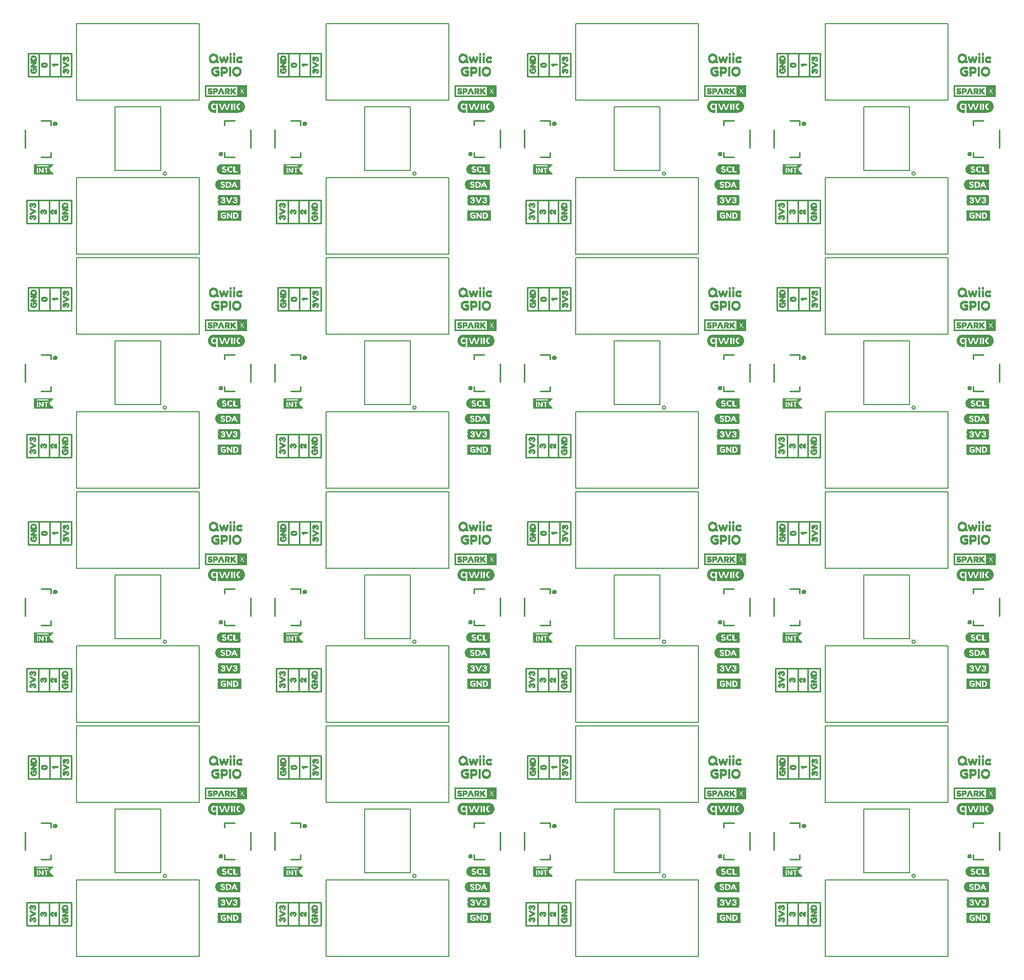
<source format=gto>
G75*
%MOIN*%
%OFA0B0*%
%FSLAX25Y25*%
%IPPOS*%
%LPD*%
%AMOC8*
5,1,8,0,0,1.08239X$1,22.5*
%
%ADD10C,0.01000*%
%ADD11C,0.01575*%
%ADD12C,0.00039*%
%ADD13C,0.00800*%
%ADD14R,0.14331X0.00157*%
%ADD15R,0.02835X0.00157*%
%ADD16R,0.07087X0.00157*%
%ADD17R,0.02362X0.00157*%
%ADD18R,0.01102X0.00157*%
%ADD19R,0.02205X0.00157*%
%ADD20R,0.00787X0.00157*%
%ADD21R,0.02047X0.00157*%
%ADD22R,0.00630X0.00157*%
%ADD23R,0.01890X0.00157*%
%ADD24R,0.00472X0.00157*%
%ADD25R,0.00315X0.00157*%
%ADD26R,0.01732X0.00157*%
%ADD27R,0.01575X0.00157*%
%ADD28R,0.01417X0.00157*%
%ADD29R,0.01260X0.00157*%
%ADD30R,0.00945X0.00157*%
%ADD31R,0.03465X0.00157*%
%ADD32R,0.00157X0.00157*%
%ADD33R,0.02992X0.00157*%
%ADD34R,0.02520X0.00157*%
%ADD35R,0.15276X0.00157*%
%ADD36R,0.03307X0.00157*%
%ADD37R,0.11024X0.00157*%
%ADD38R,0.02677X0.00157*%
%ADD39R,0.03150X0.00157*%
%ADD40R,0.12913X0.00157*%
%ADD41R,0.13386X0.00157*%
%ADD42R,0.13701X0.00157*%
%ADD43R,0.14016X0.00157*%
%ADD44R,0.14173X0.00157*%
%ADD45R,0.14488X0.00157*%
%ADD46R,0.03780X0.00157*%
%ADD47R,0.06142X0.00157*%
%ADD48R,0.03622X0.00157*%
%ADD49R,0.03937X0.00157*%
%ADD50R,0.04252X0.00157*%
%ADD51R,0.04882X0.00157*%
%ADD52R,0.05197X0.00157*%
%ADD53R,0.13858X0.00157*%
%ADD54R,0.14646X0.00157*%
%ADD55R,0.14961X0.00157*%
%ADD56R,0.15118X0.00157*%
%ADD57R,0.15433X0.00157*%
%ADD58R,0.04409X0.00157*%
%ADD59R,0.05354X0.00157*%
%ADD60C,0.00050*%
%ADD61R,0.12756X0.00157*%
%ADD62R,0.12598X0.00157*%
%ADD63R,0.12441X0.00157*%
%ADD64R,0.12283X0.00157*%
%ADD65R,0.11181X0.00157*%
%ADD66R,0.10866X0.00157*%
%ADD67R,0.10709X0.00157*%
%ADD68R,0.12126X0.00157*%
%ADD69C,0.00600*%
%ADD70R,0.00945X0.00236*%
%ADD71R,0.01181X0.00236*%
%ADD72R,0.01417X0.00236*%
%ADD73R,0.01654X0.00236*%
%ADD74R,0.02598X0.00236*%
%ADD75R,0.03543X0.00236*%
%ADD76R,0.04016X0.00236*%
%ADD77R,0.04488X0.00236*%
%ADD78R,0.04961X0.00236*%
%ADD79R,0.00472X0.00236*%
%ADD80R,0.00709X0.00236*%
%ADD81R,0.05433X0.00236*%
%ADD82R,0.02126X0.00236*%
%ADD83R,0.01890X0.00236*%
%ADD84R,0.03071X0.00236*%
%ADD85R,0.03780X0.00236*%
%ADD86R,0.05669X0.00236*%
%ADD87R,0.05197X0.00236*%
%ADD88R,0.02362X0.00236*%
%ADD89R,0.06142X0.00236*%
%ADD90R,0.05906X0.00236*%
%ADD91R,0.03307X0.00236*%
%ADD92R,0.02835X0.00236*%
%ADD93R,0.04252X0.00236*%
%ADD94R,0.04724X0.00236*%
%ADD95R,0.00236X0.00236*%
%ADD96R,0.00157X0.00787*%
%ADD97R,0.00157X0.01732*%
%ADD98R,0.00157X0.02047*%
%ADD99R,0.00157X0.02362*%
%ADD100R,0.00157X0.02520*%
%ADD101R,0.00157X0.02677*%
%ADD102R,0.00157X0.02835*%
%ADD103R,0.00157X0.01260*%
%ADD104R,0.00157X0.01102*%
%ADD105R,0.00157X0.00945*%
%ADD106R,0.00157X0.01417*%
%ADD107R,0.00157X0.00472*%
%ADD108R,0.00157X0.01575*%
%ADD109R,0.00157X0.01890*%
%ADD110R,0.00157X0.03150*%
%ADD111R,0.00157X0.03307*%
%ADD112R,0.00157X0.02992*%
%ADD113R,0.00157X0.00630*%
%ADD114R,0.00157X0.02205*%
%ADD115R,0.00157X0.03465*%
%ADD116R,0.00157X0.00315*%
D10*
X0047962Y0048500D02*
X0047962Y0063500D01*
X0055462Y0063500D01*
X0055462Y0048500D01*
X0062462Y0048500D01*
X0062462Y0063500D01*
X0055462Y0063500D01*
X0062462Y0063500D02*
X0076962Y0063500D01*
X0076962Y0048500D01*
X0068962Y0048500D01*
X0068962Y0063000D01*
X0068962Y0048500D02*
X0062462Y0048500D01*
X0055462Y0048500D02*
X0047962Y0048500D01*
X0057088Y0091689D02*
X0063584Y0091689D01*
X0063584Y0094642D01*
X0063584Y0112358D02*
X0063584Y0115311D01*
X0057088Y0115311D01*
X0046852Y0109406D02*
X0046852Y0097594D01*
X0048962Y0144000D02*
X0048962Y0159000D01*
X0055962Y0159000D01*
X0055962Y0144000D01*
X0048962Y0144000D01*
X0055962Y0144000D02*
X0062962Y0144000D01*
X0062962Y0159000D01*
X0055962Y0159000D01*
X0062962Y0159000D02*
X0069962Y0159000D01*
X0069962Y0144000D01*
X0062962Y0144000D01*
X0069962Y0144000D02*
X0076962Y0144000D01*
X0076962Y0159000D01*
X0069962Y0159000D01*
X0068962Y0200500D02*
X0062462Y0200500D01*
X0062462Y0215500D01*
X0055462Y0215500D01*
X0055462Y0200500D01*
X0062462Y0200500D01*
X0068962Y0200500D02*
X0068962Y0215000D01*
X0062462Y0215500D02*
X0076962Y0215500D01*
X0076962Y0200500D01*
X0068962Y0200500D01*
X0055462Y0200500D02*
X0047962Y0200500D01*
X0047962Y0215500D01*
X0055462Y0215500D01*
X0057088Y0243689D02*
X0063584Y0243689D01*
X0063584Y0246642D01*
X0063584Y0264358D02*
X0063584Y0267311D01*
X0057088Y0267311D01*
X0046852Y0261406D02*
X0046852Y0249594D01*
X0048962Y0296000D02*
X0048962Y0311000D01*
X0055962Y0311000D01*
X0055962Y0296000D01*
X0048962Y0296000D01*
X0055962Y0296000D02*
X0062962Y0296000D01*
X0062962Y0311000D01*
X0055962Y0311000D01*
X0062962Y0311000D02*
X0069962Y0311000D01*
X0069962Y0296000D01*
X0062962Y0296000D01*
X0069962Y0296000D02*
X0076962Y0296000D01*
X0076962Y0311000D01*
X0069962Y0311000D01*
X0068962Y0352500D02*
X0062462Y0352500D01*
X0062462Y0367500D01*
X0055462Y0367500D01*
X0055462Y0352500D01*
X0062462Y0352500D01*
X0068962Y0352500D02*
X0068962Y0367000D01*
X0062462Y0367500D02*
X0076962Y0367500D01*
X0076962Y0352500D01*
X0068962Y0352500D01*
X0055462Y0352500D02*
X0047962Y0352500D01*
X0047962Y0367500D01*
X0055462Y0367500D01*
X0057088Y0395689D02*
X0063584Y0395689D01*
X0063584Y0398642D01*
X0063584Y0416358D02*
X0063584Y0419311D01*
X0057088Y0419311D01*
X0046852Y0413406D02*
X0046852Y0401594D01*
X0048962Y0448000D02*
X0048962Y0463000D01*
X0055962Y0463000D01*
X0055962Y0448000D01*
X0048962Y0448000D01*
X0055962Y0448000D02*
X0062962Y0448000D01*
X0062962Y0463000D01*
X0055962Y0463000D01*
X0062962Y0463000D02*
X0069962Y0463000D01*
X0069962Y0448000D01*
X0062962Y0448000D01*
X0069962Y0448000D02*
X0076962Y0448000D01*
X0076962Y0463000D01*
X0069962Y0463000D01*
X0068962Y0504500D02*
X0062462Y0504500D01*
X0062462Y0519500D01*
X0055462Y0519500D01*
X0055462Y0504500D01*
X0062462Y0504500D01*
X0068962Y0504500D02*
X0068962Y0519000D01*
X0062462Y0519500D02*
X0076962Y0519500D01*
X0076962Y0504500D01*
X0068962Y0504500D01*
X0055462Y0504500D02*
X0047962Y0504500D01*
X0047962Y0519500D01*
X0055462Y0519500D01*
X0057088Y0547689D02*
X0063584Y0547689D01*
X0063584Y0550642D01*
X0063584Y0568358D02*
X0063584Y0571311D01*
X0057088Y0571311D01*
X0046852Y0565406D02*
X0046852Y0553594D01*
X0048962Y0600000D02*
X0048962Y0615000D01*
X0055962Y0615000D01*
X0055962Y0600000D01*
X0048962Y0600000D01*
X0055962Y0600000D02*
X0062962Y0600000D01*
X0062962Y0615000D01*
X0055962Y0615000D01*
X0062962Y0615000D02*
X0069962Y0615000D01*
X0069962Y0600000D01*
X0062962Y0600000D01*
X0069962Y0600000D02*
X0076962Y0600000D01*
X0076962Y0615000D01*
X0069962Y0615000D01*
X0176340Y0571311D02*
X0176340Y0568358D01*
X0176340Y0571311D02*
X0182836Y0571311D01*
X0193072Y0565406D02*
X0193072Y0553594D01*
X0182836Y0547689D02*
X0176340Y0547689D01*
X0176340Y0550642D01*
X0208852Y0553594D02*
X0208852Y0565406D01*
X0219088Y0571311D02*
X0225584Y0571311D01*
X0225584Y0568358D01*
X0225584Y0550642D02*
X0225584Y0547689D01*
X0219088Y0547689D01*
X0217462Y0519500D02*
X0209962Y0519500D01*
X0209962Y0504500D01*
X0217462Y0504500D01*
X0217462Y0519500D01*
X0224462Y0519500D01*
X0224462Y0504500D01*
X0230962Y0504500D01*
X0230962Y0519000D01*
X0224462Y0519500D02*
X0238962Y0519500D01*
X0238962Y0504500D01*
X0230962Y0504500D01*
X0224462Y0504500D02*
X0217462Y0504500D01*
X0217962Y0463000D02*
X0210962Y0463000D01*
X0210962Y0448000D01*
X0217962Y0448000D01*
X0217962Y0463000D01*
X0224962Y0463000D01*
X0224962Y0448000D01*
X0217962Y0448000D01*
X0224962Y0448000D02*
X0231962Y0448000D01*
X0231962Y0463000D01*
X0224962Y0463000D01*
X0231962Y0463000D02*
X0238962Y0463000D01*
X0238962Y0448000D01*
X0231962Y0448000D01*
X0225584Y0419311D02*
X0219088Y0419311D01*
X0225584Y0419311D02*
X0225584Y0416358D01*
X0208852Y0413406D02*
X0208852Y0401594D01*
X0219088Y0395689D02*
X0225584Y0395689D01*
X0225584Y0398642D01*
X0193072Y0401594D02*
X0193072Y0413406D01*
X0182836Y0419311D02*
X0176340Y0419311D01*
X0176340Y0416358D01*
X0176340Y0398642D02*
X0176340Y0395689D01*
X0182836Y0395689D01*
X0209962Y0367500D02*
X0209962Y0352500D01*
X0217462Y0352500D01*
X0217462Y0367500D01*
X0209962Y0367500D01*
X0217462Y0367500D02*
X0224462Y0367500D01*
X0224462Y0352500D01*
X0230962Y0352500D01*
X0230962Y0367000D01*
X0224462Y0367500D02*
X0238962Y0367500D01*
X0238962Y0352500D01*
X0230962Y0352500D01*
X0224462Y0352500D02*
X0217462Y0352500D01*
X0217962Y0311000D02*
X0210962Y0311000D01*
X0210962Y0296000D01*
X0217962Y0296000D01*
X0217962Y0311000D01*
X0224962Y0311000D01*
X0224962Y0296000D01*
X0217962Y0296000D01*
X0224962Y0296000D02*
X0231962Y0296000D01*
X0231962Y0311000D01*
X0224962Y0311000D01*
X0231962Y0311000D02*
X0238962Y0311000D01*
X0238962Y0296000D01*
X0231962Y0296000D01*
X0225584Y0267311D02*
X0219088Y0267311D01*
X0225584Y0267311D02*
X0225584Y0264358D01*
X0208852Y0261406D02*
X0208852Y0249594D01*
X0219088Y0243689D02*
X0225584Y0243689D01*
X0225584Y0246642D01*
X0193072Y0249594D02*
X0193072Y0261406D01*
X0182836Y0267311D02*
X0176340Y0267311D01*
X0176340Y0264358D01*
X0176340Y0246642D02*
X0176340Y0243689D01*
X0182836Y0243689D01*
X0209962Y0215500D02*
X0209962Y0200500D01*
X0217462Y0200500D01*
X0217462Y0215500D01*
X0209962Y0215500D01*
X0217462Y0215500D02*
X0224462Y0215500D01*
X0224462Y0200500D01*
X0230962Y0200500D01*
X0230962Y0215000D01*
X0224462Y0215500D02*
X0238962Y0215500D01*
X0238962Y0200500D01*
X0230962Y0200500D01*
X0224462Y0200500D02*
X0217462Y0200500D01*
X0217962Y0159000D02*
X0210962Y0159000D01*
X0210962Y0144000D01*
X0217962Y0144000D01*
X0217962Y0159000D01*
X0224962Y0159000D01*
X0224962Y0144000D01*
X0217962Y0144000D01*
X0224962Y0144000D02*
X0231962Y0144000D01*
X0231962Y0159000D01*
X0224962Y0159000D01*
X0231962Y0159000D02*
X0238962Y0159000D01*
X0238962Y0144000D01*
X0231962Y0144000D01*
X0225584Y0115311D02*
X0219088Y0115311D01*
X0225584Y0115311D02*
X0225584Y0112358D01*
X0208852Y0109406D02*
X0208852Y0097594D01*
X0219088Y0091689D02*
X0225584Y0091689D01*
X0225584Y0094642D01*
X0193072Y0097594D02*
X0193072Y0109406D01*
X0182836Y0115311D02*
X0176340Y0115311D01*
X0176340Y0112358D01*
X0176340Y0094642D02*
X0176340Y0091689D01*
X0182836Y0091689D01*
X0209962Y0063500D02*
X0209962Y0048500D01*
X0217462Y0048500D01*
X0217462Y0063500D01*
X0209962Y0063500D01*
X0217462Y0063500D02*
X0224462Y0063500D01*
X0224462Y0048500D01*
X0230962Y0048500D01*
X0230962Y0063000D01*
X0224462Y0063500D02*
X0238962Y0063500D01*
X0238962Y0048500D01*
X0230962Y0048500D01*
X0224462Y0048500D02*
X0217462Y0048500D01*
X0338340Y0091689D02*
X0338340Y0094642D01*
X0338340Y0091689D02*
X0344836Y0091689D01*
X0355072Y0097594D02*
X0355072Y0109406D01*
X0344836Y0115311D02*
X0338340Y0115311D01*
X0338340Y0112358D01*
X0370852Y0109406D02*
X0370852Y0097594D01*
X0381088Y0091689D02*
X0387584Y0091689D01*
X0387584Y0094642D01*
X0387584Y0112358D02*
X0387584Y0115311D01*
X0381088Y0115311D01*
X0379962Y0144000D02*
X0372962Y0144000D01*
X0372962Y0159000D01*
X0379962Y0159000D01*
X0379962Y0144000D01*
X0386962Y0144000D01*
X0386962Y0159000D01*
X0379962Y0159000D01*
X0386962Y0159000D02*
X0393962Y0159000D01*
X0393962Y0144000D01*
X0386962Y0144000D01*
X0393962Y0144000D02*
X0400962Y0144000D01*
X0400962Y0159000D01*
X0393962Y0159000D01*
X0392962Y0200500D02*
X0386462Y0200500D01*
X0386462Y0215500D01*
X0379462Y0215500D01*
X0379462Y0200500D01*
X0386462Y0200500D01*
X0392962Y0200500D02*
X0392962Y0215000D01*
X0386462Y0215500D02*
X0400962Y0215500D01*
X0400962Y0200500D01*
X0392962Y0200500D01*
X0379462Y0200500D02*
X0371962Y0200500D01*
X0371962Y0215500D01*
X0379462Y0215500D01*
X0381088Y0243689D02*
X0387584Y0243689D01*
X0387584Y0246642D01*
X0370852Y0249594D02*
X0370852Y0261406D01*
X0381088Y0267311D02*
X0387584Y0267311D01*
X0387584Y0264358D01*
X0355072Y0261406D02*
X0355072Y0249594D01*
X0344836Y0243689D02*
X0338340Y0243689D01*
X0338340Y0246642D01*
X0338340Y0264358D02*
X0338340Y0267311D01*
X0344836Y0267311D01*
X0372962Y0296000D02*
X0372962Y0311000D01*
X0379962Y0311000D01*
X0379962Y0296000D01*
X0372962Y0296000D01*
X0379962Y0296000D02*
X0386962Y0296000D01*
X0386962Y0311000D01*
X0379962Y0311000D01*
X0386962Y0311000D02*
X0393962Y0311000D01*
X0393962Y0296000D01*
X0386962Y0296000D01*
X0393962Y0296000D02*
X0400962Y0296000D01*
X0400962Y0311000D01*
X0393962Y0311000D01*
X0392962Y0352500D02*
X0386462Y0352500D01*
X0386462Y0367500D01*
X0379462Y0367500D01*
X0379462Y0352500D01*
X0386462Y0352500D01*
X0392962Y0352500D02*
X0392962Y0367000D01*
X0386462Y0367500D02*
X0400962Y0367500D01*
X0400962Y0352500D01*
X0392962Y0352500D01*
X0379462Y0352500D02*
X0371962Y0352500D01*
X0371962Y0367500D01*
X0379462Y0367500D01*
X0381088Y0395689D02*
X0387584Y0395689D01*
X0387584Y0398642D01*
X0370852Y0401594D02*
X0370852Y0413406D01*
X0381088Y0419311D02*
X0387584Y0419311D01*
X0387584Y0416358D01*
X0355072Y0413406D02*
X0355072Y0401594D01*
X0344836Y0395689D02*
X0338340Y0395689D01*
X0338340Y0398642D01*
X0338340Y0416358D02*
X0338340Y0419311D01*
X0344836Y0419311D01*
X0372962Y0448000D02*
X0372962Y0463000D01*
X0379962Y0463000D01*
X0379962Y0448000D01*
X0372962Y0448000D01*
X0379962Y0448000D02*
X0386962Y0448000D01*
X0386962Y0463000D01*
X0379962Y0463000D01*
X0386962Y0463000D02*
X0393962Y0463000D01*
X0393962Y0448000D01*
X0386962Y0448000D01*
X0393962Y0448000D02*
X0400962Y0448000D01*
X0400962Y0463000D01*
X0393962Y0463000D01*
X0392962Y0504500D02*
X0386462Y0504500D01*
X0386462Y0519500D01*
X0379462Y0519500D01*
X0379462Y0504500D01*
X0386462Y0504500D01*
X0392962Y0504500D02*
X0392962Y0519000D01*
X0386462Y0519500D02*
X0400962Y0519500D01*
X0400962Y0504500D01*
X0392962Y0504500D01*
X0379462Y0504500D02*
X0371962Y0504500D01*
X0371962Y0519500D01*
X0379462Y0519500D01*
X0381088Y0547689D02*
X0387584Y0547689D01*
X0387584Y0550642D01*
X0370852Y0553594D02*
X0370852Y0565406D01*
X0381088Y0571311D02*
X0387584Y0571311D01*
X0387584Y0568358D01*
X0355072Y0565406D02*
X0355072Y0553594D01*
X0344836Y0547689D02*
X0338340Y0547689D01*
X0338340Y0550642D01*
X0338340Y0568358D02*
X0338340Y0571311D01*
X0344836Y0571311D01*
X0372962Y0600000D02*
X0372962Y0615000D01*
X0379962Y0615000D01*
X0379962Y0600000D01*
X0372962Y0600000D01*
X0379962Y0600000D02*
X0386962Y0600000D01*
X0386962Y0615000D01*
X0379962Y0615000D01*
X0386962Y0615000D02*
X0393962Y0615000D01*
X0393962Y0600000D01*
X0386962Y0600000D01*
X0393962Y0600000D02*
X0400962Y0600000D01*
X0400962Y0615000D01*
X0393962Y0615000D01*
X0500340Y0571311D02*
X0500340Y0568358D01*
X0500340Y0571311D02*
X0506836Y0571311D01*
X0517072Y0565406D02*
X0517072Y0553594D01*
X0506836Y0547689D02*
X0500340Y0547689D01*
X0500340Y0550642D01*
X0532852Y0553594D02*
X0532852Y0565406D01*
X0543088Y0571311D02*
X0549584Y0571311D01*
X0549584Y0568358D01*
X0549584Y0550642D02*
X0549584Y0547689D01*
X0543088Y0547689D01*
X0541462Y0519500D02*
X0533962Y0519500D01*
X0533962Y0504500D01*
X0541462Y0504500D01*
X0541462Y0519500D01*
X0548462Y0519500D01*
X0548462Y0504500D01*
X0554962Y0504500D01*
X0554962Y0519000D01*
X0548462Y0519500D02*
X0562962Y0519500D01*
X0562962Y0504500D01*
X0554962Y0504500D01*
X0548462Y0504500D02*
X0541462Y0504500D01*
X0541962Y0463000D02*
X0534962Y0463000D01*
X0534962Y0448000D01*
X0541962Y0448000D01*
X0541962Y0463000D01*
X0548962Y0463000D01*
X0548962Y0448000D01*
X0541962Y0448000D01*
X0548962Y0448000D02*
X0555962Y0448000D01*
X0555962Y0463000D01*
X0548962Y0463000D01*
X0555962Y0463000D02*
X0562962Y0463000D01*
X0562962Y0448000D01*
X0555962Y0448000D01*
X0549584Y0419311D02*
X0543088Y0419311D01*
X0549584Y0419311D02*
X0549584Y0416358D01*
X0532852Y0413406D02*
X0532852Y0401594D01*
X0543088Y0395689D02*
X0549584Y0395689D01*
X0549584Y0398642D01*
X0517072Y0401594D02*
X0517072Y0413406D01*
X0506836Y0419311D02*
X0500340Y0419311D01*
X0500340Y0416358D01*
X0500340Y0398642D02*
X0500340Y0395689D01*
X0506836Y0395689D01*
X0533962Y0367500D02*
X0533962Y0352500D01*
X0541462Y0352500D01*
X0541462Y0367500D01*
X0533962Y0367500D01*
X0541462Y0367500D02*
X0548462Y0367500D01*
X0548462Y0352500D01*
X0554962Y0352500D01*
X0554962Y0367000D01*
X0548462Y0367500D02*
X0562962Y0367500D01*
X0562962Y0352500D01*
X0554962Y0352500D01*
X0548462Y0352500D02*
X0541462Y0352500D01*
X0541962Y0311000D02*
X0534962Y0311000D01*
X0534962Y0296000D01*
X0541962Y0296000D01*
X0541962Y0311000D01*
X0548962Y0311000D01*
X0548962Y0296000D01*
X0541962Y0296000D01*
X0548962Y0296000D02*
X0555962Y0296000D01*
X0555962Y0311000D01*
X0548962Y0311000D01*
X0555962Y0311000D02*
X0562962Y0311000D01*
X0562962Y0296000D01*
X0555962Y0296000D01*
X0549584Y0267311D02*
X0543088Y0267311D01*
X0549584Y0267311D02*
X0549584Y0264358D01*
X0532852Y0261406D02*
X0532852Y0249594D01*
X0543088Y0243689D02*
X0549584Y0243689D01*
X0549584Y0246642D01*
X0517072Y0249594D02*
X0517072Y0261406D01*
X0506836Y0267311D02*
X0500340Y0267311D01*
X0500340Y0264358D01*
X0500340Y0246642D02*
X0500340Y0243689D01*
X0506836Y0243689D01*
X0533962Y0215500D02*
X0533962Y0200500D01*
X0541462Y0200500D01*
X0541462Y0215500D01*
X0533962Y0215500D01*
X0541462Y0215500D02*
X0548462Y0215500D01*
X0548462Y0200500D01*
X0554962Y0200500D01*
X0554962Y0215000D01*
X0548462Y0215500D02*
X0562962Y0215500D01*
X0562962Y0200500D01*
X0554962Y0200500D01*
X0548462Y0200500D02*
X0541462Y0200500D01*
X0541962Y0159000D02*
X0534962Y0159000D01*
X0534962Y0144000D01*
X0541962Y0144000D01*
X0541962Y0159000D01*
X0548962Y0159000D01*
X0548962Y0144000D01*
X0541962Y0144000D01*
X0548962Y0144000D02*
X0555962Y0144000D01*
X0555962Y0159000D01*
X0548962Y0159000D01*
X0555962Y0159000D02*
X0562962Y0159000D01*
X0562962Y0144000D01*
X0555962Y0144000D01*
X0549584Y0115311D02*
X0543088Y0115311D01*
X0549584Y0115311D02*
X0549584Y0112358D01*
X0532852Y0109406D02*
X0532852Y0097594D01*
X0543088Y0091689D02*
X0549584Y0091689D01*
X0549584Y0094642D01*
X0517072Y0097594D02*
X0517072Y0109406D01*
X0506836Y0115311D02*
X0500340Y0115311D01*
X0500340Y0112358D01*
X0500340Y0094642D02*
X0500340Y0091689D01*
X0506836Y0091689D01*
X0533962Y0063500D02*
X0533962Y0048500D01*
X0541462Y0048500D01*
X0541462Y0063500D01*
X0533962Y0063500D01*
X0541462Y0063500D02*
X0548462Y0063500D01*
X0548462Y0048500D01*
X0554962Y0048500D01*
X0554962Y0063000D01*
X0548462Y0063500D02*
X0562962Y0063500D01*
X0562962Y0048500D01*
X0554962Y0048500D01*
X0548462Y0048500D02*
X0541462Y0048500D01*
X0662340Y0091689D02*
X0662340Y0094642D01*
X0662340Y0091689D02*
X0668836Y0091689D01*
X0679072Y0097594D02*
X0679072Y0109406D01*
X0668836Y0115311D02*
X0662340Y0115311D01*
X0662340Y0112358D01*
X0662340Y0243689D02*
X0662340Y0246642D01*
X0662340Y0243689D02*
X0668836Y0243689D01*
X0679072Y0249594D02*
X0679072Y0261406D01*
X0668836Y0267311D02*
X0662340Y0267311D01*
X0662340Y0264358D01*
X0662340Y0395689D02*
X0662340Y0398642D01*
X0662340Y0395689D02*
X0668836Y0395689D01*
X0679072Y0401594D02*
X0679072Y0413406D01*
X0668836Y0419311D02*
X0662340Y0419311D01*
X0662340Y0416358D01*
X0662340Y0547689D02*
X0662340Y0550642D01*
X0662340Y0547689D02*
X0668836Y0547689D01*
X0679072Y0553594D02*
X0679072Y0565406D01*
X0668836Y0571311D02*
X0662340Y0571311D01*
X0662340Y0568358D01*
X0562962Y0600000D02*
X0555962Y0600000D01*
X0548962Y0600000D01*
X0541962Y0600000D01*
X0534962Y0600000D01*
X0534962Y0615000D01*
X0541962Y0615000D01*
X0541962Y0600000D01*
X0548962Y0600000D02*
X0548962Y0615000D01*
X0541962Y0615000D01*
X0548962Y0615000D02*
X0555962Y0615000D01*
X0555962Y0600000D01*
X0562962Y0600000D02*
X0562962Y0615000D01*
X0555962Y0615000D01*
X0238962Y0615000D02*
X0238962Y0600000D01*
X0231962Y0600000D01*
X0224962Y0600000D01*
X0217962Y0600000D01*
X0210962Y0600000D01*
X0210962Y0615000D01*
X0217962Y0615000D01*
X0217962Y0600000D01*
X0224962Y0600000D02*
X0224962Y0615000D01*
X0217962Y0615000D01*
X0224962Y0615000D02*
X0231962Y0615000D01*
X0231962Y0600000D01*
X0231962Y0615000D02*
X0238962Y0615000D01*
X0371962Y0063500D02*
X0371962Y0048500D01*
X0379462Y0048500D01*
X0379462Y0063500D01*
X0371962Y0063500D01*
X0379462Y0063500D02*
X0386462Y0063500D01*
X0386462Y0048500D01*
X0392962Y0048500D01*
X0392962Y0063000D01*
X0386462Y0063500D02*
X0400962Y0063500D01*
X0400962Y0048500D01*
X0392962Y0048500D01*
X0386462Y0048500D02*
X0379462Y0048500D01*
D11*
X0335224Y0093657D02*
X0335226Y0093704D01*
X0335232Y0093750D01*
X0335241Y0093796D01*
X0335255Y0093840D01*
X0335272Y0093884D01*
X0335293Y0093925D01*
X0335317Y0093965D01*
X0335344Y0094003D01*
X0335375Y0094038D01*
X0335408Y0094071D01*
X0335444Y0094101D01*
X0335483Y0094127D01*
X0335523Y0094151D01*
X0335565Y0094170D01*
X0335609Y0094187D01*
X0335654Y0094199D01*
X0335700Y0094208D01*
X0335746Y0094213D01*
X0335793Y0094214D01*
X0335839Y0094211D01*
X0335885Y0094204D01*
X0335931Y0094193D01*
X0335975Y0094179D01*
X0336018Y0094161D01*
X0336059Y0094139D01*
X0336099Y0094114D01*
X0336136Y0094086D01*
X0336171Y0094055D01*
X0336203Y0094021D01*
X0336232Y0093984D01*
X0336257Y0093946D01*
X0336280Y0093905D01*
X0336299Y0093862D01*
X0336314Y0093818D01*
X0336326Y0093773D01*
X0336334Y0093727D01*
X0336338Y0093680D01*
X0336338Y0093634D01*
X0336334Y0093587D01*
X0336326Y0093541D01*
X0336314Y0093496D01*
X0336299Y0093452D01*
X0336280Y0093409D01*
X0336257Y0093368D01*
X0336232Y0093330D01*
X0336203Y0093293D01*
X0336171Y0093259D01*
X0336136Y0093228D01*
X0336099Y0093200D01*
X0336060Y0093175D01*
X0336018Y0093153D01*
X0335975Y0093135D01*
X0335931Y0093121D01*
X0335885Y0093110D01*
X0335839Y0093103D01*
X0335793Y0093100D01*
X0335746Y0093101D01*
X0335700Y0093106D01*
X0335654Y0093115D01*
X0335609Y0093127D01*
X0335565Y0093144D01*
X0335523Y0093163D01*
X0335483Y0093187D01*
X0335444Y0093213D01*
X0335408Y0093243D01*
X0335375Y0093276D01*
X0335344Y0093311D01*
X0335317Y0093349D01*
X0335293Y0093389D01*
X0335272Y0093430D01*
X0335255Y0093474D01*
X0335241Y0093518D01*
X0335232Y0093564D01*
X0335226Y0093610D01*
X0335224Y0093657D01*
X0389586Y0113343D02*
X0389588Y0113390D01*
X0389594Y0113436D01*
X0389603Y0113482D01*
X0389617Y0113526D01*
X0389634Y0113570D01*
X0389655Y0113611D01*
X0389679Y0113651D01*
X0389706Y0113689D01*
X0389737Y0113724D01*
X0389770Y0113757D01*
X0389806Y0113787D01*
X0389845Y0113813D01*
X0389885Y0113837D01*
X0389927Y0113856D01*
X0389971Y0113873D01*
X0390016Y0113885D01*
X0390062Y0113894D01*
X0390108Y0113899D01*
X0390155Y0113900D01*
X0390201Y0113897D01*
X0390247Y0113890D01*
X0390293Y0113879D01*
X0390337Y0113865D01*
X0390380Y0113847D01*
X0390421Y0113825D01*
X0390461Y0113800D01*
X0390498Y0113772D01*
X0390533Y0113741D01*
X0390565Y0113707D01*
X0390594Y0113670D01*
X0390619Y0113632D01*
X0390642Y0113591D01*
X0390661Y0113548D01*
X0390676Y0113504D01*
X0390688Y0113459D01*
X0390696Y0113413D01*
X0390700Y0113366D01*
X0390700Y0113320D01*
X0390696Y0113273D01*
X0390688Y0113227D01*
X0390676Y0113182D01*
X0390661Y0113138D01*
X0390642Y0113095D01*
X0390619Y0113054D01*
X0390594Y0113016D01*
X0390565Y0112979D01*
X0390533Y0112945D01*
X0390498Y0112914D01*
X0390461Y0112886D01*
X0390422Y0112861D01*
X0390380Y0112839D01*
X0390337Y0112821D01*
X0390293Y0112807D01*
X0390247Y0112796D01*
X0390201Y0112789D01*
X0390155Y0112786D01*
X0390108Y0112787D01*
X0390062Y0112792D01*
X0390016Y0112801D01*
X0389971Y0112813D01*
X0389927Y0112830D01*
X0389885Y0112849D01*
X0389845Y0112873D01*
X0389806Y0112899D01*
X0389770Y0112929D01*
X0389737Y0112962D01*
X0389706Y0112997D01*
X0389679Y0113035D01*
X0389655Y0113075D01*
X0389634Y0113116D01*
X0389617Y0113160D01*
X0389603Y0113204D01*
X0389594Y0113250D01*
X0389588Y0113296D01*
X0389586Y0113343D01*
X0497224Y0093657D02*
X0497226Y0093704D01*
X0497232Y0093750D01*
X0497241Y0093796D01*
X0497255Y0093840D01*
X0497272Y0093884D01*
X0497293Y0093925D01*
X0497317Y0093965D01*
X0497344Y0094003D01*
X0497375Y0094038D01*
X0497408Y0094071D01*
X0497444Y0094101D01*
X0497483Y0094127D01*
X0497523Y0094151D01*
X0497565Y0094170D01*
X0497609Y0094187D01*
X0497654Y0094199D01*
X0497700Y0094208D01*
X0497746Y0094213D01*
X0497793Y0094214D01*
X0497839Y0094211D01*
X0497885Y0094204D01*
X0497931Y0094193D01*
X0497975Y0094179D01*
X0498018Y0094161D01*
X0498059Y0094139D01*
X0498099Y0094114D01*
X0498136Y0094086D01*
X0498171Y0094055D01*
X0498203Y0094021D01*
X0498232Y0093984D01*
X0498257Y0093946D01*
X0498280Y0093905D01*
X0498299Y0093862D01*
X0498314Y0093818D01*
X0498326Y0093773D01*
X0498334Y0093727D01*
X0498338Y0093680D01*
X0498338Y0093634D01*
X0498334Y0093587D01*
X0498326Y0093541D01*
X0498314Y0093496D01*
X0498299Y0093452D01*
X0498280Y0093409D01*
X0498257Y0093368D01*
X0498232Y0093330D01*
X0498203Y0093293D01*
X0498171Y0093259D01*
X0498136Y0093228D01*
X0498099Y0093200D01*
X0498060Y0093175D01*
X0498018Y0093153D01*
X0497975Y0093135D01*
X0497931Y0093121D01*
X0497885Y0093110D01*
X0497839Y0093103D01*
X0497793Y0093100D01*
X0497746Y0093101D01*
X0497700Y0093106D01*
X0497654Y0093115D01*
X0497609Y0093127D01*
X0497565Y0093144D01*
X0497523Y0093163D01*
X0497483Y0093187D01*
X0497444Y0093213D01*
X0497408Y0093243D01*
X0497375Y0093276D01*
X0497344Y0093311D01*
X0497317Y0093349D01*
X0497293Y0093389D01*
X0497272Y0093430D01*
X0497255Y0093474D01*
X0497241Y0093518D01*
X0497232Y0093564D01*
X0497226Y0093610D01*
X0497224Y0093657D01*
X0551586Y0113343D02*
X0551588Y0113390D01*
X0551594Y0113436D01*
X0551603Y0113482D01*
X0551617Y0113526D01*
X0551634Y0113570D01*
X0551655Y0113611D01*
X0551679Y0113651D01*
X0551706Y0113689D01*
X0551737Y0113724D01*
X0551770Y0113757D01*
X0551806Y0113787D01*
X0551845Y0113813D01*
X0551885Y0113837D01*
X0551927Y0113856D01*
X0551971Y0113873D01*
X0552016Y0113885D01*
X0552062Y0113894D01*
X0552108Y0113899D01*
X0552155Y0113900D01*
X0552201Y0113897D01*
X0552247Y0113890D01*
X0552293Y0113879D01*
X0552337Y0113865D01*
X0552380Y0113847D01*
X0552421Y0113825D01*
X0552461Y0113800D01*
X0552498Y0113772D01*
X0552533Y0113741D01*
X0552565Y0113707D01*
X0552594Y0113670D01*
X0552619Y0113632D01*
X0552642Y0113591D01*
X0552661Y0113548D01*
X0552676Y0113504D01*
X0552688Y0113459D01*
X0552696Y0113413D01*
X0552700Y0113366D01*
X0552700Y0113320D01*
X0552696Y0113273D01*
X0552688Y0113227D01*
X0552676Y0113182D01*
X0552661Y0113138D01*
X0552642Y0113095D01*
X0552619Y0113054D01*
X0552594Y0113016D01*
X0552565Y0112979D01*
X0552533Y0112945D01*
X0552498Y0112914D01*
X0552461Y0112886D01*
X0552422Y0112861D01*
X0552380Y0112839D01*
X0552337Y0112821D01*
X0552293Y0112807D01*
X0552247Y0112796D01*
X0552201Y0112789D01*
X0552155Y0112786D01*
X0552108Y0112787D01*
X0552062Y0112792D01*
X0552016Y0112801D01*
X0551971Y0112813D01*
X0551927Y0112830D01*
X0551885Y0112849D01*
X0551845Y0112873D01*
X0551806Y0112899D01*
X0551770Y0112929D01*
X0551737Y0112962D01*
X0551706Y0112997D01*
X0551679Y0113035D01*
X0551655Y0113075D01*
X0551634Y0113116D01*
X0551617Y0113160D01*
X0551603Y0113204D01*
X0551594Y0113250D01*
X0551588Y0113296D01*
X0551586Y0113343D01*
X0659224Y0093657D02*
X0659226Y0093704D01*
X0659232Y0093750D01*
X0659241Y0093796D01*
X0659255Y0093840D01*
X0659272Y0093884D01*
X0659293Y0093925D01*
X0659317Y0093965D01*
X0659344Y0094003D01*
X0659375Y0094038D01*
X0659408Y0094071D01*
X0659444Y0094101D01*
X0659483Y0094127D01*
X0659523Y0094151D01*
X0659565Y0094170D01*
X0659609Y0094187D01*
X0659654Y0094199D01*
X0659700Y0094208D01*
X0659746Y0094213D01*
X0659793Y0094214D01*
X0659839Y0094211D01*
X0659885Y0094204D01*
X0659931Y0094193D01*
X0659975Y0094179D01*
X0660018Y0094161D01*
X0660059Y0094139D01*
X0660099Y0094114D01*
X0660136Y0094086D01*
X0660171Y0094055D01*
X0660203Y0094021D01*
X0660232Y0093984D01*
X0660257Y0093946D01*
X0660280Y0093905D01*
X0660299Y0093862D01*
X0660314Y0093818D01*
X0660326Y0093773D01*
X0660334Y0093727D01*
X0660338Y0093680D01*
X0660338Y0093634D01*
X0660334Y0093587D01*
X0660326Y0093541D01*
X0660314Y0093496D01*
X0660299Y0093452D01*
X0660280Y0093409D01*
X0660257Y0093368D01*
X0660232Y0093330D01*
X0660203Y0093293D01*
X0660171Y0093259D01*
X0660136Y0093228D01*
X0660099Y0093200D01*
X0660060Y0093175D01*
X0660018Y0093153D01*
X0659975Y0093135D01*
X0659931Y0093121D01*
X0659885Y0093110D01*
X0659839Y0093103D01*
X0659793Y0093100D01*
X0659746Y0093101D01*
X0659700Y0093106D01*
X0659654Y0093115D01*
X0659609Y0093127D01*
X0659565Y0093144D01*
X0659523Y0093163D01*
X0659483Y0093187D01*
X0659444Y0093213D01*
X0659408Y0093243D01*
X0659375Y0093276D01*
X0659344Y0093311D01*
X0659317Y0093349D01*
X0659293Y0093389D01*
X0659272Y0093430D01*
X0659255Y0093474D01*
X0659241Y0093518D01*
X0659232Y0093564D01*
X0659226Y0093610D01*
X0659224Y0093657D01*
X0659224Y0245657D02*
X0659226Y0245704D01*
X0659232Y0245750D01*
X0659241Y0245796D01*
X0659255Y0245840D01*
X0659272Y0245884D01*
X0659293Y0245925D01*
X0659317Y0245965D01*
X0659344Y0246003D01*
X0659375Y0246038D01*
X0659408Y0246071D01*
X0659444Y0246101D01*
X0659483Y0246127D01*
X0659523Y0246151D01*
X0659565Y0246170D01*
X0659609Y0246187D01*
X0659654Y0246199D01*
X0659700Y0246208D01*
X0659746Y0246213D01*
X0659793Y0246214D01*
X0659839Y0246211D01*
X0659885Y0246204D01*
X0659931Y0246193D01*
X0659975Y0246179D01*
X0660018Y0246161D01*
X0660059Y0246139D01*
X0660099Y0246114D01*
X0660136Y0246086D01*
X0660171Y0246055D01*
X0660203Y0246021D01*
X0660232Y0245984D01*
X0660257Y0245946D01*
X0660280Y0245905D01*
X0660299Y0245862D01*
X0660314Y0245818D01*
X0660326Y0245773D01*
X0660334Y0245727D01*
X0660338Y0245680D01*
X0660338Y0245634D01*
X0660334Y0245587D01*
X0660326Y0245541D01*
X0660314Y0245496D01*
X0660299Y0245452D01*
X0660280Y0245409D01*
X0660257Y0245368D01*
X0660232Y0245330D01*
X0660203Y0245293D01*
X0660171Y0245259D01*
X0660136Y0245228D01*
X0660099Y0245200D01*
X0660060Y0245175D01*
X0660018Y0245153D01*
X0659975Y0245135D01*
X0659931Y0245121D01*
X0659885Y0245110D01*
X0659839Y0245103D01*
X0659793Y0245100D01*
X0659746Y0245101D01*
X0659700Y0245106D01*
X0659654Y0245115D01*
X0659609Y0245127D01*
X0659565Y0245144D01*
X0659523Y0245163D01*
X0659483Y0245187D01*
X0659444Y0245213D01*
X0659408Y0245243D01*
X0659375Y0245276D01*
X0659344Y0245311D01*
X0659317Y0245349D01*
X0659293Y0245389D01*
X0659272Y0245430D01*
X0659255Y0245474D01*
X0659241Y0245518D01*
X0659232Y0245564D01*
X0659226Y0245610D01*
X0659224Y0245657D01*
X0551586Y0265343D02*
X0551588Y0265390D01*
X0551594Y0265436D01*
X0551603Y0265482D01*
X0551617Y0265526D01*
X0551634Y0265570D01*
X0551655Y0265611D01*
X0551679Y0265651D01*
X0551706Y0265689D01*
X0551737Y0265724D01*
X0551770Y0265757D01*
X0551806Y0265787D01*
X0551845Y0265813D01*
X0551885Y0265837D01*
X0551927Y0265856D01*
X0551971Y0265873D01*
X0552016Y0265885D01*
X0552062Y0265894D01*
X0552108Y0265899D01*
X0552155Y0265900D01*
X0552201Y0265897D01*
X0552247Y0265890D01*
X0552293Y0265879D01*
X0552337Y0265865D01*
X0552380Y0265847D01*
X0552421Y0265825D01*
X0552461Y0265800D01*
X0552498Y0265772D01*
X0552533Y0265741D01*
X0552565Y0265707D01*
X0552594Y0265670D01*
X0552619Y0265632D01*
X0552642Y0265591D01*
X0552661Y0265548D01*
X0552676Y0265504D01*
X0552688Y0265459D01*
X0552696Y0265413D01*
X0552700Y0265366D01*
X0552700Y0265320D01*
X0552696Y0265273D01*
X0552688Y0265227D01*
X0552676Y0265182D01*
X0552661Y0265138D01*
X0552642Y0265095D01*
X0552619Y0265054D01*
X0552594Y0265016D01*
X0552565Y0264979D01*
X0552533Y0264945D01*
X0552498Y0264914D01*
X0552461Y0264886D01*
X0552422Y0264861D01*
X0552380Y0264839D01*
X0552337Y0264821D01*
X0552293Y0264807D01*
X0552247Y0264796D01*
X0552201Y0264789D01*
X0552155Y0264786D01*
X0552108Y0264787D01*
X0552062Y0264792D01*
X0552016Y0264801D01*
X0551971Y0264813D01*
X0551927Y0264830D01*
X0551885Y0264849D01*
X0551845Y0264873D01*
X0551806Y0264899D01*
X0551770Y0264929D01*
X0551737Y0264962D01*
X0551706Y0264997D01*
X0551679Y0265035D01*
X0551655Y0265075D01*
X0551634Y0265116D01*
X0551617Y0265160D01*
X0551603Y0265204D01*
X0551594Y0265250D01*
X0551588Y0265296D01*
X0551586Y0265343D01*
X0497224Y0245657D02*
X0497226Y0245704D01*
X0497232Y0245750D01*
X0497241Y0245796D01*
X0497255Y0245840D01*
X0497272Y0245884D01*
X0497293Y0245925D01*
X0497317Y0245965D01*
X0497344Y0246003D01*
X0497375Y0246038D01*
X0497408Y0246071D01*
X0497444Y0246101D01*
X0497483Y0246127D01*
X0497523Y0246151D01*
X0497565Y0246170D01*
X0497609Y0246187D01*
X0497654Y0246199D01*
X0497700Y0246208D01*
X0497746Y0246213D01*
X0497793Y0246214D01*
X0497839Y0246211D01*
X0497885Y0246204D01*
X0497931Y0246193D01*
X0497975Y0246179D01*
X0498018Y0246161D01*
X0498059Y0246139D01*
X0498099Y0246114D01*
X0498136Y0246086D01*
X0498171Y0246055D01*
X0498203Y0246021D01*
X0498232Y0245984D01*
X0498257Y0245946D01*
X0498280Y0245905D01*
X0498299Y0245862D01*
X0498314Y0245818D01*
X0498326Y0245773D01*
X0498334Y0245727D01*
X0498338Y0245680D01*
X0498338Y0245634D01*
X0498334Y0245587D01*
X0498326Y0245541D01*
X0498314Y0245496D01*
X0498299Y0245452D01*
X0498280Y0245409D01*
X0498257Y0245368D01*
X0498232Y0245330D01*
X0498203Y0245293D01*
X0498171Y0245259D01*
X0498136Y0245228D01*
X0498099Y0245200D01*
X0498060Y0245175D01*
X0498018Y0245153D01*
X0497975Y0245135D01*
X0497931Y0245121D01*
X0497885Y0245110D01*
X0497839Y0245103D01*
X0497793Y0245100D01*
X0497746Y0245101D01*
X0497700Y0245106D01*
X0497654Y0245115D01*
X0497609Y0245127D01*
X0497565Y0245144D01*
X0497523Y0245163D01*
X0497483Y0245187D01*
X0497444Y0245213D01*
X0497408Y0245243D01*
X0497375Y0245276D01*
X0497344Y0245311D01*
X0497317Y0245349D01*
X0497293Y0245389D01*
X0497272Y0245430D01*
X0497255Y0245474D01*
X0497241Y0245518D01*
X0497232Y0245564D01*
X0497226Y0245610D01*
X0497224Y0245657D01*
X0389586Y0265343D02*
X0389588Y0265390D01*
X0389594Y0265436D01*
X0389603Y0265482D01*
X0389617Y0265526D01*
X0389634Y0265570D01*
X0389655Y0265611D01*
X0389679Y0265651D01*
X0389706Y0265689D01*
X0389737Y0265724D01*
X0389770Y0265757D01*
X0389806Y0265787D01*
X0389845Y0265813D01*
X0389885Y0265837D01*
X0389927Y0265856D01*
X0389971Y0265873D01*
X0390016Y0265885D01*
X0390062Y0265894D01*
X0390108Y0265899D01*
X0390155Y0265900D01*
X0390201Y0265897D01*
X0390247Y0265890D01*
X0390293Y0265879D01*
X0390337Y0265865D01*
X0390380Y0265847D01*
X0390421Y0265825D01*
X0390461Y0265800D01*
X0390498Y0265772D01*
X0390533Y0265741D01*
X0390565Y0265707D01*
X0390594Y0265670D01*
X0390619Y0265632D01*
X0390642Y0265591D01*
X0390661Y0265548D01*
X0390676Y0265504D01*
X0390688Y0265459D01*
X0390696Y0265413D01*
X0390700Y0265366D01*
X0390700Y0265320D01*
X0390696Y0265273D01*
X0390688Y0265227D01*
X0390676Y0265182D01*
X0390661Y0265138D01*
X0390642Y0265095D01*
X0390619Y0265054D01*
X0390594Y0265016D01*
X0390565Y0264979D01*
X0390533Y0264945D01*
X0390498Y0264914D01*
X0390461Y0264886D01*
X0390422Y0264861D01*
X0390380Y0264839D01*
X0390337Y0264821D01*
X0390293Y0264807D01*
X0390247Y0264796D01*
X0390201Y0264789D01*
X0390155Y0264786D01*
X0390108Y0264787D01*
X0390062Y0264792D01*
X0390016Y0264801D01*
X0389971Y0264813D01*
X0389927Y0264830D01*
X0389885Y0264849D01*
X0389845Y0264873D01*
X0389806Y0264899D01*
X0389770Y0264929D01*
X0389737Y0264962D01*
X0389706Y0264997D01*
X0389679Y0265035D01*
X0389655Y0265075D01*
X0389634Y0265116D01*
X0389617Y0265160D01*
X0389603Y0265204D01*
X0389594Y0265250D01*
X0389588Y0265296D01*
X0389586Y0265343D01*
X0335224Y0245657D02*
X0335226Y0245704D01*
X0335232Y0245750D01*
X0335241Y0245796D01*
X0335255Y0245840D01*
X0335272Y0245884D01*
X0335293Y0245925D01*
X0335317Y0245965D01*
X0335344Y0246003D01*
X0335375Y0246038D01*
X0335408Y0246071D01*
X0335444Y0246101D01*
X0335483Y0246127D01*
X0335523Y0246151D01*
X0335565Y0246170D01*
X0335609Y0246187D01*
X0335654Y0246199D01*
X0335700Y0246208D01*
X0335746Y0246213D01*
X0335793Y0246214D01*
X0335839Y0246211D01*
X0335885Y0246204D01*
X0335931Y0246193D01*
X0335975Y0246179D01*
X0336018Y0246161D01*
X0336059Y0246139D01*
X0336099Y0246114D01*
X0336136Y0246086D01*
X0336171Y0246055D01*
X0336203Y0246021D01*
X0336232Y0245984D01*
X0336257Y0245946D01*
X0336280Y0245905D01*
X0336299Y0245862D01*
X0336314Y0245818D01*
X0336326Y0245773D01*
X0336334Y0245727D01*
X0336338Y0245680D01*
X0336338Y0245634D01*
X0336334Y0245587D01*
X0336326Y0245541D01*
X0336314Y0245496D01*
X0336299Y0245452D01*
X0336280Y0245409D01*
X0336257Y0245368D01*
X0336232Y0245330D01*
X0336203Y0245293D01*
X0336171Y0245259D01*
X0336136Y0245228D01*
X0336099Y0245200D01*
X0336060Y0245175D01*
X0336018Y0245153D01*
X0335975Y0245135D01*
X0335931Y0245121D01*
X0335885Y0245110D01*
X0335839Y0245103D01*
X0335793Y0245100D01*
X0335746Y0245101D01*
X0335700Y0245106D01*
X0335654Y0245115D01*
X0335609Y0245127D01*
X0335565Y0245144D01*
X0335523Y0245163D01*
X0335483Y0245187D01*
X0335444Y0245213D01*
X0335408Y0245243D01*
X0335375Y0245276D01*
X0335344Y0245311D01*
X0335317Y0245349D01*
X0335293Y0245389D01*
X0335272Y0245430D01*
X0335255Y0245474D01*
X0335241Y0245518D01*
X0335232Y0245564D01*
X0335226Y0245610D01*
X0335224Y0245657D01*
X0227586Y0265343D02*
X0227588Y0265390D01*
X0227594Y0265436D01*
X0227603Y0265482D01*
X0227617Y0265526D01*
X0227634Y0265570D01*
X0227655Y0265611D01*
X0227679Y0265651D01*
X0227706Y0265689D01*
X0227737Y0265724D01*
X0227770Y0265757D01*
X0227806Y0265787D01*
X0227845Y0265813D01*
X0227885Y0265837D01*
X0227927Y0265856D01*
X0227971Y0265873D01*
X0228016Y0265885D01*
X0228062Y0265894D01*
X0228108Y0265899D01*
X0228155Y0265900D01*
X0228201Y0265897D01*
X0228247Y0265890D01*
X0228293Y0265879D01*
X0228337Y0265865D01*
X0228380Y0265847D01*
X0228421Y0265825D01*
X0228461Y0265800D01*
X0228498Y0265772D01*
X0228533Y0265741D01*
X0228565Y0265707D01*
X0228594Y0265670D01*
X0228619Y0265632D01*
X0228642Y0265591D01*
X0228661Y0265548D01*
X0228676Y0265504D01*
X0228688Y0265459D01*
X0228696Y0265413D01*
X0228700Y0265366D01*
X0228700Y0265320D01*
X0228696Y0265273D01*
X0228688Y0265227D01*
X0228676Y0265182D01*
X0228661Y0265138D01*
X0228642Y0265095D01*
X0228619Y0265054D01*
X0228594Y0265016D01*
X0228565Y0264979D01*
X0228533Y0264945D01*
X0228498Y0264914D01*
X0228461Y0264886D01*
X0228422Y0264861D01*
X0228380Y0264839D01*
X0228337Y0264821D01*
X0228293Y0264807D01*
X0228247Y0264796D01*
X0228201Y0264789D01*
X0228155Y0264786D01*
X0228108Y0264787D01*
X0228062Y0264792D01*
X0228016Y0264801D01*
X0227971Y0264813D01*
X0227927Y0264830D01*
X0227885Y0264849D01*
X0227845Y0264873D01*
X0227806Y0264899D01*
X0227770Y0264929D01*
X0227737Y0264962D01*
X0227706Y0264997D01*
X0227679Y0265035D01*
X0227655Y0265075D01*
X0227634Y0265116D01*
X0227617Y0265160D01*
X0227603Y0265204D01*
X0227594Y0265250D01*
X0227588Y0265296D01*
X0227586Y0265343D01*
X0173224Y0245657D02*
X0173226Y0245704D01*
X0173232Y0245750D01*
X0173241Y0245796D01*
X0173255Y0245840D01*
X0173272Y0245884D01*
X0173293Y0245925D01*
X0173317Y0245965D01*
X0173344Y0246003D01*
X0173375Y0246038D01*
X0173408Y0246071D01*
X0173444Y0246101D01*
X0173483Y0246127D01*
X0173523Y0246151D01*
X0173565Y0246170D01*
X0173609Y0246187D01*
X0173654Y0246199D01*
X0173700Y0246208D01*
X0173746Y0246213D01*
X0173793Y0246214D01*
X0173839Y0246211D01*
X0173885Y0246204D01*
X0173931Y0246193D01*
X0173975Y0246179D01*
X0174018Y0246161D01*
X0174059Y0246139D01*
X0174099Y0246114D01*
X0174136Y0246086D01*
X0174171Y0246055D01*
X0174203Y0246021D01*
X0174232Y0245984D01*
X0174257Y0245946D01*
X0174280Y0245905D01*
X0174299Y0245862D01*
X0174314Y0245818D01*
X0174326Y0245773D01*
X0174334Y0245727D01*
X0174338Y0245680D01*
X0174338Y0245634D01*
X0174334Y0245587D01*
X0174326Y0245541D01*
X0174314Y0245496D01*
X0174299Y0245452D01*
X0174280Y0245409D01*
X0174257Y0245368D01*
X0174232Y0245330D01*
X0174203Y0245293D01*
X0174171Y0245259D01*
X0174136Y0245228D01*
X0174099Y0245200D01*
X0174060Y0245175D01*
X0174018Y0245153D01*
X0173975Y0245135D01*
X0173931Y0245121D01*
X0173885Y0245110D01*
X0173839Y0245103D01*
X0173793Y0245100D01*
X0173746Y0245101D01*
X0173700Y0245106D01*
X0173654Y0245115D01*
X0173609Y0245127D01*
X0173565Y0245144D01*
X0173523Y0245163D01*
X0173483Y0245187D01*
X0173444Y0245213D01*
X0173408Y0245243D01*
X0173375Y0245276D01*
X0173344Y0245311D01*
X0173317Y0245349D01*
X0173293Y0245389D01*
X0173272Y0245430D01*
X0173255Y0245474D01*
X0173241Y0245518D01*
X0173232Y0245564D01*
X0173226Y0245610D01*
X0173224Y0245657D01*
X0065586Y0265343D02*
X0065588Y0265390D01*
X0065594Y0265436D01*
X0065603Y0265482D01*
X0065617Y0265526D01*
X0065634Y0265570D01*
X0065655Y0265611D01*
X0065679Y0265651D01*
X0065706Y0265689D01*
X0065737Y0265724D01*
X0065770Y0265757D01*
X0065806Y0265787D01*
X0065845Y0265813D01*
X0065885Y0265837D01*
X0065927Y0265856D01*
X0065971Y0265873D01*
X0066016Y0265885D01*
X0066062Y0265894D01*
X0066108Y0265899D01*
X0066155Y0265900D01*
X0066201Y0265897D01*
X0066247Y0265890D01*
X0066293Y0265879D01*
X0066337Y0265865D01*
X0066380Y0265847D01*
X0066421Y0265825D01*
X0066461Y0265800D01*
X0066498Y0265772D01*
X0066533Y0265741D01*
X0066565Y0265707D01*
X0066594Y0265670D01*
X0066619Y0265632D01*
X0066642Y0265591D01*
X0066661Y0265548D01*
X0066676Y0265504D01*
X0066688Y0265459D01*
X0066696Y0265413D01*
X0066700Y0265366D01*
X0066700Y0265320D01*
X0066696Y0265273D01*
X0066688Y0265227D01*
X0066676Y0265182D01*
X0066661Y0265138D01*
X0066642Y0265095D01*
X0066619Y0265054D01*
X0066594Y0265016D01*
X0066565Y0264979D01*
X0066533Y0264945D01*
X0066498Y0264914D01*
X0066461Y0264886D01*
X0066422Y0264861D01*
X0066380Y0264839D01*
X0066337Y0264821D01*
X0066293Y0264807D01*
X0066247Y0264796D01*
X0066201Y0264789D01*
X0066155Y0264786D01*
X0066108Y0264787D01*
X0066062Y0264792D01*
X0066016Y0264801D01*
X0065971Y0264813D01*
X0065927Y0264830D01*
X0065885Y0264849D01*
X0065845Y0264873D01*
X0065806Y0264899D01*
X0065770Y0264929D01*
X0065737Y0264962D01*
X0065706Y0264997D01*
X0065679Y0265035D01*
X0065655Y0265075D01*
X0065634Y0265116D01*
X0065617Y0265160D01*
X0065603Y0265204D01*
X0065594Y0265250D01*
X0065588Y0265296D01*
X0065586Y0265343D01*
X0173224Y0397657D02*
X0173226Y0397704D01*
X0173232Y0397750D01*
X0173241Y0397796D01*
X0173255Y0397840D01*
X0173272Y0397884D01*
X0173293Y0397925D01*
X0173317Y0397965D01*
X0173344Y0398003D01*
X0173375Y0398038D01*
X0173408Y0398071D01*
X0173444Y0398101D01*
X0173483Y0398127D01*
X0173523Y0398151D01*
X0173565Y0398170D01*
X0173609Y0398187D01*
X0173654Y0398199D01*
X0173700Y0398208D01*
X0173746Y0398213D01*
X0173793Y0398214D01*
X0173839Y0398211D01*
X0173885Y0398204D01*
X0173931Y0398193D01*
X0173975Y0398179D01*
X0174018Y0398161D01*
X0174059Y0398139D01*
X0174099Y0398114D01*
X0174136Y0398086D01*
X0174171Y0398055D01*
X0174203Y0398021D01*
X0174232Y0397984D01*
X0174257Y0397946D01*
X0174280Y0397905D01*
X0174299Y0397862D01*
X0174314Y0397818D01*
X0174326Y0397773D01*
X0174334Y0397727D01*
X0174338Y0397680D01*
X0174338Y0397634D01*
X0174334Y0397587D01*
X0174326Y0397541D01*
X0174314Y0397496D01*
X0174299Y0397452D01*
X0174280Y0397409D01*
X0174257Y0397368D01*
X0174232Y0397330D01*
X0174203Y0397293D01*
X0174171Y0397259D01*
X0174136Y0397228D01*
X0174099Y0397200D01*
X0174060Y0397175D01*
X0174018Y0397153D01*
X0173975Y0397135D01*
X0173931Y0397121D01*
X0173885Y0397110D01*
X0173839Y0397103D01*
X0173793Y0397100D01*
X0173746Y0397101D01*
X0173700Y0397106D01*
X0173654Y0397115D01*
X0173609Y0397127D01*
X0173565Y0397144D01*
X0173523Y0397163D01*
X0173483Y0397187D01*
X0173444Y0397213D01*
X0173408Y0397243D01*
X0173375Y0397276D01*
X0173344Y0397311D01*
X0173317Y0397349D01*
X0173293Y0397389D01*
X0173272Y0397430D01*
X0173255Y0397474D01*
X0173241Y0397518D01*
X0173232Y0397564D01*
X0173226Y0397610D01*
X0173224Y0397657D01*
X0227586Y0417343D02*
X0227588Y0417390D01*
X0227594Y0417436D01*
X0227603Y0417482D01*
X0227617Y0417526D01*
X0227634Y0417570D01*
X0227655Y0417611D01*
X0227679Y0417651D01*
X0227706Y0417689D01*
X0227737Y0417724D01*
X0227770Y0417757D01*
X0227806Y0417787D01*
X0227845Y0417813D01*
X0227885Y0417837D01*
X0227927Y0417856D01*
X0227971Y0417873D01*
X0228016Y0417885D01*
X0228062Y0417894D01*
X0228108Y0417899D01*
X0228155Y0417900D01*
X0228201Y0417897D01*
X0228247Y0417890D01*
X0228293Y0417879D01*
X0228337Y0417865D01*
X0228380Y0417847D01*
X0228421Y0417825D01*
X0228461Y0417800D01*
X0228498Y0417772D01*
X0228533Y0417741D01*
X0228565Y0417707D01*
X0228594Y0417670D01*
X0228619Y0417632D01*
X0228642Y0417591D01*
X0228661Y0417548D01*
X0228676Y0417504D01*
X0228688Y0417459D01*
X0228696Y0417413D01*
X0228700Y0417366D01*
X0228700Y0417320D01*
X0228696Y0417273D01*
X0228688Y0417227D01*
X0228676Y0417182D01*
X0228661Y0417138D01*
X0228642Y0417095D01*
X0228619Y0417054D01*
X0228594Y0417016D01*
X0228565Y0416979D01*
X0228533Y0416945D01*
X0228498Y0416914D01*
X0228461Y0416886D01*
X0228422Y0416861D01*
X0228380Y0416839D01*
X0228337Y0416821D01*
X0228293Y0416807D01*
X0228247Y0416796D01*
X0228201Y0416789D01*
X0228155Y0416786D01*
X0228108Y0416787D01*
X0228062Y0416792D01*
X0228016Y0416801D01*
X0227971Y0416813D01*
X0227927Y0416830D01*
X0227885Y0416849D01*
X0227845Y0416873D01*
X0227806Y0416899D01*
X0227770Y0416929D01*
X0227737Y0416962D01*
X0227706Y0416997D01*
X0227679Y0417035D01*
X0227655Y0417075D01*
X0227634Y0417116D01*
X0227617Y0417160D01*
X0227603Y0417204D01*
X0227594Y0417250D01*
X0227588Y0417296D01*
X0227586Y0417343D01*
X0335224Y0397657D02*
X0335226Y0397704D01*
X0335232Y0397750D01*
X0335241Y0397796D01*
X0335255Y0397840D01*
X0335272Y0397884D01*
X0335293Y0397925D01*
X0335317Y0397965D01*
X0335344Y0398003D01*
X0335375Y0398038D01*
X0335408Y0398071D01*
X0335444Y0398101D01*
X0335483Y0398127D01*
X0335523Y0398151D01*
X0335565Y0398170D01*
X0335609Y0398187D01*
X0335654Y0398199D01*
X0335700Y0398208D01*
X0335746Y0398213D01*
X0335793Y0398214D01*
X0335839Y0398211D01*
X0335885Y0398204D01*
X0335931Y0398193D01*
X0335975Y0398179D01*
X0336018Y0398161D01*
X0336059Y0398139D01*
X0336099Y0398114D01*
X0336136Y0398086D01*
X0336171Y0398055D01*
X0336203Y0398021D01*
X0336232Y0397984D01*
X0336257Y0397946D01*
X0336280Y0397905D01*
X0336299Y0397862D01*
X0336314Y0397818D01*
X0336326Y0397773D01*
X0336334Y0397727D01*
X0336338Y0397680D01*
X0336338Y0397634D01*
X0336334Y0397587D01*
X0336326Y0397541D01*
X0336314Y0397496D01*
X0336299Y0397452D01*
X0336280Y0397409D01*
X0336257Y0397368D01*
X0336232Y0397330D01*
X0336203Y0397293D01*
X0336171Y0397259D01*
X0336136Y0397228D01*
X0336099Y0397200D01*
X0336060Y0397175D01*
X0336018Y0397153D01*
X0335975Y0397135D01*
X0335931Y0397121D01*
X0335885Y0397110D01*
X0335839Y0397103D01*
X0335793Y0397100D01*
X0335746Y0397101D01*
X0335700Y0397106D01*
X0335654Y0397115D01*
X0335609Y0397127D01*
X0335565Y0397144D01*
X0335523Y0397163D01*
X0335483Y0397187D01*
X0335444Y0397213D01*
X0335408Y0397243D01*
X0335375Y0397276D01*
X0335344Y0397311D01*
X0335317Y0397349D01*
X0335293Y0397389D01*
X0335272Y0397430D01*
X0335255Y0397474D01*
X0335241Y0397518D01*
X0335232Y0397564D01*
X0335226Y0397610D01*
X0335224Y0397657D01*
X0389586Y0417343D02*
X0389588Y0417390D01*
X0389594Y0417436D01*
X0389603Y0417482D01*
X0389617Y0417526D01*
X0389634Y0417570D01*
X0389655Y0417611D01*
X0389679Y0417651D01*
X0389706Y0417689D01*
X0389737Y0417724D01*
X0389770Y0417757D01*
X0389806Y0417787D01*
X0389845Y0417813D01*
X0389885Y0417837D01*
X0389927Y0417856D01*
X0389971Y0417873D01*
X0390016Y0417885D01*
X0390062Y0417894D01*
X0390108Y0417899D01*
X0390155Y0417900D01*
X0390201Y0417897D01*
X0390247Y0417890D01*
X0390293Y0417879D01*
X0390337Y0417865D01*
X0390380Y0417847D01*
X0390421Y0417825D01*
X0390461Y0417800D01*
X0390498Y0417772D01*
X0390533Y0417741D01*
X0390565Y0417707D01*
X0390594Y0417670D01*
X0390619Y0417632D01*
X0390642Y0417591D01*
X0390661Y0417548D01*
X0390676Y0417504D01*
X0390688Y0417459D01*
X0390696Y0417413D01*
X0390700Y0417366D01*
X0390700Y0417320D01*
X0390696Y0417273D01*
X0390688Y0417227D01*
X0390676Y0417182D01*
X0390661Y0417138D01*
X0390642Y0417095D01*
X0390619Y0417054D01*
X0390594Y0417016D01*
X0390565Y0416979D01*
X0390533Y0416945D01*
X0390498Y0416914D01*
X0390461Y0416886D01*
X0390422Y0416861D01*
X0390380Y0416839D01*
X0390337Y0416821D01*
X0390293Y0416807D01*
X0390247Y0416796D01*
X0390201Y0416789D01*
X0390155Y0416786D01*
X0390108Y0416787D01*
X0390062Y0416792D01*
X0390016Y0416801D01*
X0389971Y0416813D01*
X0389927Y0416830D01*
X0389885Y0416849D01*
X0389845Y0416873D01*
X0389806Y0416899D01*
X0389770Y0416929D01*
X0389737Y0416962D01*
X0389706Y0416997D01*
X0389679Y0417035D01*
X0389655Y0417075D01*
X0389634Y0417116D01*
X0389617Y0417160D01*
X0389603Y0417204D01*
X0389594Y0417250D01*
X0389588Y0417296D01*
X0389586Y0417343D01*
X0497224Y0397657D02*
X0497226Y0397704D01*
X0497232Y0397750D01*
X0497241Y0397796D01*
X0497255Y0397840D01*
X0497272Y0397884D01*
X0497293Y0397925D01*
X0497317Y0397965D01*
X0497344Y0398003D01*
X0497375Y0398038D01*
X0497408Y0398071D01*
X0497444Y0398101D01*
X0497483Y0398127D01*
X0497523Y0398151D01*
X0497565Y0398170D01*
X0497609Y0398187D01*
X0497654Y0398199D01*
X0497700Y0398208D01*
X0497746Y0398213D01*
X0497793Y0398214D01*
X0497839Y0398211D01*
X0497885Y0398204D01*
X0497931Y0398193D01*
X0497975Y0398179D01*
X0498018Y0398161D01*
X0498059Y0398139D01*
X0498099Y0398114D01*
X0498136Y0398086D01*
X0498171Y0398055D01*
X0498203Y0398021D01*
X0498232Y0397984D01*
X0498257Y0397946D01*
X0498280Y0397905D01*
X0498299Y0397862D01*
X0498314Y0397818D01*
X0498326Y0397773D01*
X0498334Y0397727D01*
X0498338Y0397680D01*
X0498338Y0397634D01*
X0498334Y0397587D01*
X0498326Y0397541D01*
X0498314Y0397496D01*
X0498299Y0397452D01*
X0498280Y0397409D01*
X0498257Y0397368D01*
X0498232Y0397330D01*
X0498203Y0397293D01*
X0498171Y0397259D01*
X0498136Y0397228D01*
X0498099Y0397200D01*
X0498060Y0397175D01*
X0498018Y0397153D01*
X0497975Y0397135D01*
X0497931Y0397121D01*
X0497885Y0397110D01*
X0497839Y0397103D01*
X0497793Y0397100D01*
X0497746Y0397101D01*
X0497700Y0397106D01*
X0497654Y0397115D01*
X0497609Y0397127D01*
X0497565Y0397144D01*
X0497523Y0397163D01*
X0497483Y0397187D01*
X0497444Y0397213D01*
X0497408Y0397243D01*
X0497375Y0397276D01*
X0497344Y0397311D01*
X0497317Y0397349D01*
X0497293Y0397389D01*
X0497272Y0397430D01*
X0497255Y0397474D01*
X0497241Y0397518D01*
X0497232Y0397564D01*
X0497226Y0397610D01*
X0497224Y0397657D01*
X0551586Y0417343D02*
X0551588Y0417390D01*
X0551594Y0417436D01*
X0551603Y0417482D01*
X0551617Y0417526D01*
X0551634Y0417570D01*
X0551655Y0417611D01*
X0551679Y0417651D01*
X0551706Y0417689D01*
X0551737Y0417724D01*
X0551770Y0417757D01*
X0551806Y0417787D01*
X0551845Y0417813D01*
X0551885Y0417837D01*
X0551927Y0417856D01*
X0551971Y0417873D01*
X0552016Y0417885D01*
X0552062Y0417894D01*
X0552108Y0417899D01*
X0552155Y0417900D01*
X0552201Y0417897D01*
X0552247Y0417890D01*
X0552293Y0417879D01*
X0552337Y0417865D01*
X0552380Y0417847D01*
X0552421Y0417825D01*
X0552461Y0417800D01*
X0552498Y0417772D01*
X0552533Y0417741D01*
X0552565Y0417707D01*
X0552594Y0417670D01*
X0552619Y0417632D01*
X0552642Y0417591D01*
X0552661Y0417548D01*
X0552676Y0417504D01*
X0552688Y0417459D01*
X0552696Y0417413D01*
X0552700Y0417366D01*
X0552700Y0417320D01*
X0552696Y0417273D01*
X0552688Y0417227D01*
X0552676Y0417182D01*
X0552661Y0417138D01*
X0552642Y0417095D01*
X0552619Y0417054D01*
X0552594Y0417016D01*
X0552565Y0416979D01*
X0552533Y0416945D01*
X0552498Y0416914D01*
X0552461Y0416886D01*
X0552422Y0416861D01*
X0552380Y0416839D01*
X0552337Y0416821D01*
X0552293Y0416807D01*
X0552247Y0416796D01*
X0552201Y0416789D01*
X0552155Y0416786D01*
X0552108Y0416787D01*
X0552062Y0416792D01*
X0552016Y0416801D01*
X0551971Y0416813D01*
X0551927Y0416830D01*
X0551885Y0416849D01*
X0551845Y0416873D01*
X0551806Y0416899D01*
X0551770Y0416929D01*
X0551737Y0416962D01*
X0551706Y0416997D01*
X0551679Y0417035D01*
X0551655Y0417075D01*
X0551634Y0417116D01*
X0551617Y0417160D01*
X0551603Y0417204D01*
X0551594Y0417250D01*
X0551588Y0417296D01*
X0551586Y0417343D01*
X0659224Y0397657D02*
X0659226Y0397704D01*
X0659232Y0397750D01*
X0659241Y0397796D01*
X0659255Y0397840D01*
X0659272Y0397884D01*
X0659293Y0397925D01*
X0659317Y0397965D01*
X0659344Y0398003D01*
X0659375Y0398038D01*
X0659408Y0398071D01*
X0659444Y0398101D01*
X0659483Y0398127D01*
X0659523Y0398151D01*
X0659565Y0398170D01*
X0659609Y0398187D01*
X0659654Y0398199D01*
X0659700Y0398208D01*
X0659746Y0398213D01*
X0659793Y0398214D01*
X0659839Y0398211D01*
X0659885Y0398204D01*
X0659931Y0398193D01*
X0659975Y0398179D01*
X0660018Y0398161D01*
X0660059Y0398139D01*
X0660099Y0398114D01*
X0660136Y0398086D01*
X0660171Y0398055D01*
X0660203Y0398021D01*
X0660232Y0397984D01*
X0660257Y0397946D01*
X0660280Y0397905D01*
X0660299Y0397862D01*
X0660314Y0397818D01*
X0660326Y0397773D01*
X0660334Y0397727D01*
X0660338Y0397680D01*
X0660338Y0397634D01*
X0660334Y0397587D01*
X0660326Y0397541D01*
X0660314Y0397496D01*
X0660299Y0397452D01*
X0660280Y0397409D01*
X0660257Y0397368D01*
X0660232Y0397330D01*
X0660203Y0397293D01*
X0660171Y0397259D01*
X0660136Y0397228D01*
X0660099Y0397200D01*
X0660060Y0397175D01*
X0660018Y0397153D01*
X0659975Y0397135D01*
X0659931Y0397121D01*
X0659885Y0397110D01*
X0659839Y0397103D01*
X0659793Y0397100D01*
X0659746Y0397101D01*
X0659700Y0397106D01*
X0659654Y0397115D01*
X0659609Y0397127D01*
X0659565Y0397144D01*
X0659523Y0397163D01*
X0659483Y0397187D01*
X0659444Y0397213D01*
X0659408Y0397243D01*
X0659375Y0397276D01*
X0659344Y0397311D01*
X0659317Y0397349D01*
X0659293Y0397389D01*
X0659272Y0397430D01*
X0659255Y0397474D01*
X0659241Y0397518D01*
X0659232Y0397564D01*
X0659226Y0397610D01*
X0659224Y0397657D01*
X0659224Y0549657D02*
X0659226Y0549704D01*
X0659232Y0549750D01*
X0659241Y0549796D01*
X0659255Y0549840D01*
X0659272Y0549884D01*
X0659293Y0549925D01*
X0659317Y0549965D01*
X0659344Y0550003D01*
X0659375Y0550038D01*
X0659408Y0550071D01*
X0659444Y0550101D01*
X0659483Y0550127D01*
X0659523Y0550151D01*
X0659565Y0550170D01*
X0659609Y0550187D01*
X0659654Y0550199D01*
X0659700Y0550208D01*
X0659746Y0550213D01*
X0659793Y0550214D01*
X0659839Y0550211D01*
X0659885Y0550204D01*
X0659931Y0550193D01*
X0659975Y0550179D01*
X0660018Y0550161D01*
X0660059Y0550139D01*
X0660099Y0550114D01*
X0660136Y0550086D01*
X0660171Y0550055D01*
X0660203Y0550021D01*
X0660232Y0549984D01*
X0660257Y0549946D01*
X0660280Y0549905D01*
X0660299Y0549862D01*
X0660314Y0549818D01*
X0660326Y0549773D01*
X0660334Y0549727D01*
X0660338Y0549680D01*
X0660338Y0549634D01*
X0660334Y0549587D01*
X0660326Y0549541D01*
X0660314Y0549496D01*
X0660299Y0549452D01*
X0660280Y0549409D01*
X0660257Y0549368D01*
X0660232Y0549330D01*
X0660203Y0549293D01*
X0660171Y0549259D01*
X0660136Y0549228D01*
X0660099Y0549200D01*
X0660060Y0549175D01*
X0660018Y0549153D01*
X0659975Y0549135D01*
X0659931Y0549121D01*
X0659885Y0549110D01*
X0659839Y0549103D01*
X0659793Y0549100D01*
X0659746Y0549101D01*
X0659700Y0549106D01*
X0659654Y0549115D01*
X0659609Y0549127D01*
X0659565Y0549144D01*
X0659523Y0549163D01*
X0659483Y0549187D01*
X0659444Y0549213D01*
X0659408Y0549243D01*
X0659375Y0549276D01*
X0659344Y0549311D01*
X0659317Y0549349D01*
X0659293Y0549389D01*
X0659272Y0549430D01*
X0659255Y0549474D01*
X0659241Y0549518D01*
X0659232Y0549564D01*
X0659226Y0549610D01*
X0659224Y0549657D01*
X0551586Y0569343D02*
X0551588Y0569390D01*
X0551594Y0569436D01*
X0551603Y0569482D01*
X0551617Y0569526D01*
X0551634Y0569570D01*
X0551655Y0569611D01*
X0551679Y0569651D01*
X0551706Y0569689D01*
X0551737Y0569724D01*
X0551770Y0569757D01*
X0551806Y0569787D01*
X0551845Y0569813D01*
X0551885Y0569837D01*
X0551927Y0569856D01*
X0551971Y0569873D01*
X0552016Y0569885D01*
X0552062Y0569894D01*
X0552108Y0569899D01*
X0552155Y0569900D01*
X0552201Y0569897D01*
X0552247Y0569890D01*
X0552293Y0569879D01*
X0552337Y0569865D01*
X0552380Y0569847D01*
X0552421Y0569825D01*
X0552461Y0569800D01*
X0552498Y0569772D01*
X0552533Y0569741D01*
X0552565Y0569707D01*
X0552594Y0569670D01*
X0552619Y0569632D01*
X0552642Y0569591D01*
X0552661Y0569548D01*
X0552676Y0569504D01*
X0552688Y0569459D01*
X0552696Y0569413D01*
X0552700Y0569366D01*
X0552700Y0569320D01*
X0552696Y0569273D01*
X0552688Y0569227D01*
X0552676Y0569182D01*
X0552661Y0569138D01*
X0552642Y0569095D01*
X0552619Y0569054D01*
X0552594Y0569016D01*
X0552565Y0568979D01*
X0552533Y0568945D01*
X0552498Y0568914D01*
X0552461Y0568886D01*
X0552422Y0568861D01*
X0552380Y0568839D01*
X0552337Y0568821D01*
X0552293Y0568807D01*
X0552247Y0568796D01*
X0552201Y0568789D01*
X0552155Y0568786D01*
X0552108Y0568787D01*
X0552062Y0568792D01*
X0552016Y0568801D01*
X0551971Y0568813D01*
X0551927Y0568830D01*
X0551885Y0568849D01*
X0551845Y0568873D01*
X0551806Y0568899D01*
X0551770Y0568929D01*
X0551737Y0568962D01*
X0551706Y0568997D01*
X0551679Y0569035D01*
X0551655Y0569075D01*
X0551634Y0569116D01*
X0551617Y0569160D01*
X0551603Y0569204D01*
X0551594Y0569250D01*
X0551588Y0569296D01*
X0551586Y0569343D01*
X0497224Y0549657D02*
X0497226Y0549704D01*
X0497232Y0549750D01*
X0497241Y0549796D01*
X0497255Y0549840D01*
X0497272Y0549884D01*
X0497293Y0549925D01*
X0497317Y0549965D01*
X0497344Y0550003D01*
X0497375Y0550038D01*
X0497408Y0550071D01*
X0497444Y0550101D01*
X0497483Y0550127D01*
X0497523Y0550151D01*
X0497565Y0550170D01*
X0497609Y0550187D01*
X0497654Y0550199D01*
X0497700Y0550208D01*
X0497746Y0550213D01*
X0497793Y0550214D01*
X0497839Y0550211D01*
X0497885Y0550204D01*
X0497931Y0550193D01*
X0497975Y0550179D01*
X0498018Y0550161D01*
X0498059Y0550139D01*
X0498099Y0550114D01*
X0498136Y0550086D01*
X0498171Y0550055D01*
X0498203Y0550021D01*
X0498232Y0549984D01*
X0498257Y0549946D01*
X0498280Y0549905D01*
X0498299Y0549862D01*
X0498314Y0549818D01*
X0498326Y0549773D01*
X0498334Y0549727D01*
X0498338Y0549680D01*
X0498338Y0549634D01*
X0498334Y0549587D01*
X0498326Y0549541D01*
X0498314Y0549496D01*
X0498299Y0549452D01*
X0498280Y0549409D01*
X0498257Y0549368D01*
X0498232Y0549330D01*
X0498203Y0549293D01*
X0498171Y0549259D01*
X0498136Y0549228D01*
X0498099Y0549200D01*
X0498060Y0549175D01*
X0498018Y0549153D01*
X0497975Y0549135D01*
X0497931Y0549121D01*
X0497885Y0549110D01*
X0497839Y0549103D01*
X0497793Y0549100D01*
X0497746Y0549101D01*
X0497700Y0549106D01*
X0497654Y0549115D01*
X0497609Y0549127D01*
X0497565Y0549144D01*
X0497523Y0549163D01*
X0497483Y0549187D01*
X0497444Y0549213D01*
X0497408Y0549243D01*
X0497375Y0549276D01*
X0497344Y0549311D01*
X0497317Y0549349D01*
X0497293Y0549389D01*
X0497272Y0549430D01*
X0497255Y0549474D01*
X0497241Y0549518D01*
X0497232Y0549564D01*
X0497226Y0549610D01*
X0497224Y0549657D01*
X0389586Y0569343D02*
X0389588Y0569390D01*
X0389594Y0569436D01*
X0389603Y0569482D01*
X0389617Y0569526D01*
X0389634Y0569570D01*
X0389655Y0569611D01*
X0389679Y0569651D01*
X0389706Y0569689D01*
X0389737Y0569724D01*
X0389770Y0569757D01*
X0389806Y0569787D01*
X0389845Y0569813D01*
X0389885Y0569837D01*
X0389927Y0569856D01*
X0389971Y0569873D01*
X0390016Y0569885D01*
X0390062Y0569894D01*
X0390108Y0569899D01*
X0390155Y0569900D01*
X0390201Y0569897D01*
X0390247Y0569890D01*
X0390293Y0569879D01*
X0390337Y0569865D01*
X0390380Y0569847D01*
X0390421Y0569825D01*
X0390461Y0569800D01*
X0390498Y0569772D01*
X0390533Y0569741D01*
X0390565Y0569707D01*
X0390594Y0569670D01*
X0390619Y0569632D01*
X0390642Y0569591D01*
X0390661Y0569548D01*
X0390676Y0569504D01*
X0390688Y0569459D01*
X0390696Y0569413D01*
X0390700Y0569366D01*
X0390700Y0569320D01*
X0390696Y0569273D01*
X0390688Y0569227D01*
X0390676Y0569182D01*
X0390661Y0569138D01*
X0390642Y0569095D01*
X0390619Y0569054D01*
X0390594Y0569016D01*
X0390565Y0568979D01*
X0390533Y0568945D01*
X0390498Y0568914D01*
X0390461Y0568886D01*
X0390422Y0568861D01*
X0390380Y0568839D01*
X0390337Y0568821D01*
X0390293Y0568807D01*
X0390247Y0568796D01*
X0390201Y0568789D01*
X0390155Y0568786D01*
X0390108Y0568787D01*
X0390062Y0568792D01*
X0390016Y0568801D01*
X0389971Y0568813D01*
X0389927Y0568830D01*
X0389885Y0568849D01*
X0389845Y0568873D01*
X0389806Y0568899D01*
X0389770Y0568929D01*
X0389737Y0568962D01*
X0389706Y0568997D01*
X0389679Y0569035D01*
X0389655Y0569075D01*
X0389634Y0569116D01*
X0389617Y0569160D01*
X0389603Y0569204D01*
X0389594Y0569250D01*
X0389588Y0569296D01*
X0389586Y0569343D01*
X0335224Y0549657D02*
X0335226Y0549704D01*
X0335232Y0549750D01*
X0335241Y0549796D01*
X0335255Y0549840D01*
X0335272Y0549884D01*
X0335293Y0549925D01*
X0335317Y0549965D01*
X0335344Y0550003D01*
X0335375Y0550038D01*
X0335408Y0550071D01*
X0335444Y0550101D01*
X0335483Y0550127D01*
X0335523Y0550151D01*
X0335565Y0550170D01*
X0335609Y0550187D01*
X0335654Y0550199D01*
X0335700Y0550208D01*
X0335746Y0550213D01*
X0335793Y0550214D01*
X0335839Y0550211D01*
X0335885Y0550204D01*
X0335931Y0550193D01*
X0335975Y0550179D01*
X0336018Y0550161D01*
X0336059Y0550139D01*
X0336099Y0550114D01*
X0336136Y0550086D01*
X0336171Y0550055D01*
X0336203Y0550021D01*
X0336232Y0549984D01*
X0336257Y0549946D01*
X0336280Y0549905D01*
X0336299Y0549862D01*
X0336314Y0549818D01*
X0336326Y0549773D01*
X0336334Y0549727D01*
X0336338Y0549680D01*
X0336338Y0549634D01*
X0336334Y0549587D01*
X0336326Y0549541D01*
X0336314Y0549496D01*
X0336299Y0549452D01*
X0336280Y0549409D01*
X0336257Y0549368D01*
X0336232Y0549330D01*
X0336203Y0549293D01*
X0336171Y0549259D01*
X0336136Y0549228D01*
X0336099Y0549200D01*
X0336060Y0549175D01*
X0336018Y0549153D01*
X0335975Y0549135D01*
X0335931Y0549121D01*
X0335885Y0549110D01*
X0335839Y0549103D01*
X0335793Y0549100D01*
X0335746Y0549101D01*
X0335700Y0549106D01*
X0335654Y0549115D01*
X0335609Y0549127D01*
X0335565Y0549144D01*
X0335523Y0549163D01*
X0335483Y0549187D01*
X0335444Y0549213D01*
X0335408Y0549243D01*
X0335375Y0549276D01*
X0335344Y0549311D01*
X0335317Y0549349D01*
X0335293Y0549389D01*
X0335272Y0549430D01*
X0335255Y0549474D01*
X0335241Y0549518D01*
X0335232Y0549564D01*
X0335226Y0549610D01*
X0335224Y0549657D01*
X0227586Y0569343D02*
X0227588Y0569390D01*
X0227594Y0569436D01*
X0227603Y0569482D01*
X0227617Y0569526D01*
X0227634Y0569570D01*
X0227655Y0569611D01*
X0227679Y0569651D01*
X0227706Y0569689D01*
X0227737Y0569724D01*
X0227770Y0569757D01*
X0227806Y0569787D01*
X0227845Y0569813D01*
X0227885Y0569837D01*
X0227927Y0569856D01*
X0227971Y0569873D01*
X0228016Y0569885D01*
X0228062Y0569894D01*
X0228108Y0569899D01*
X0228155Y0569900D01*
X0228201Y0569897D01*
X0228247Y0569890D01*
X0228293Y0569879D01*
X0228337Y0569865D01*
X0228380Y0569847D01*
X0228421Y0569825D01*
X0228461Y0569800D01*
X0228498Y0569772D01*
X0228533Y0569741D01*
X0228565Y0569707D01*
X0228594Y0569670D01*
X0228619Y0569632D01*
X0228642Y0569591D01*
X0228661Y0569548D01*
X0228676Y0569504D01*
X0228688Y0569459D01*
X0228696Y0569413D01*
X0228700Y0569366D01*
X0228700Y0569320D01*
X0228696Y0569273D01*
X0228688Y0569227D01*
X0228676Y0569182D01*
X0228661Y0569138D01*
X0228642Y0569095D01*
X0228619Y0569054D01*
X0228594Y0569016D01*
X0228565Y0568979D01*
X0228533Y0568945D01*
X0228498Y0568914D01*
X0228461Y0568886D01*
X0228422Y0568861D01*
X0228380Y0568839D01*
X0228337Y0568821D01*
X0228293Y0568807D01*
X0228247Y0568796D01*
X0228201Y0568789D01*
X0228155Y0568786D01*
X0228108Y0568787D01*
X0228062Y0568792D01*
X0228016Y0568801D01*
X0227971Y0568813D01*
X0227927Y0568830D01*
X0227885Y0568849D01*
X0227845Y0568873D01*
X0227806Y0568899D01*
X0227770Y0568929D01*
X0227737Y0568962D01*
X0227706Y0568997D01*
X0227679Y0569035D01*
X0227655Y0569075D01*
X0227634Y0569116D01*
X0227617Y0569160D01*
X0227603Y0569204D01*
X0227594Y0569250D01*
X0227588Y0569296D01*
X0227586Y0569343D01*
X0173224Y0549657D02*
X0173226Y0549704D01*
X0173232Y0549750D01*
X0173241Y0549796D01*
X0173255Y0549840D01*
X0173272Y0549884D01*
X0173293Y0549925D01*
X0173317Y0549965D01*
X0173344Y0550003D01*
X0173375Y0550038D01*
X0173408Y0550071D01*
X0173444Y0550101D01*
X0173483Y0550127D01*
X0173523Y0550151D01*
X0173565Y0550170D01*
X0173609Y0550187D01*
X0173654Y0550199D01*
X0173700Y0550208D01*
X0173746Y0550213D01*
X0173793Y0550214D01*
X0173839Y0550211D01*
X0173885Y0550204D01*
X0173931Y0550193D01*
X0173975Y0550179D01*
X0174018Y0550161D01*
X0174059Y0550139D01*
X0174099Y0550114D01*
X0174136Y0550086D01*
X0174171Y0550055D01*
X0174203Y0550021D01*
X0174232Y0549984D01*
X0174257Y0549946D01*
X0174280Y0549905D01*
X0174299Y0549862D01*
X0174314Y0549818D01*
X0174326Y0549773D01*
X0174334Y0549727D01*
X0174338Y0549680D01*
X0174338Y0549634D01*
X0174334Y0549587D01*
X0174326Y0549541D01*
X0174314Y0549496D01*
X0174299Y0549452D01*
X0174280Y0549409D01*
X0174257Y0549368D01*
X0174232Y0549330D01*
X0174203Y0549293D01*
X0174171Y0549259D01*
X0174136Y0549228D01*
X0174099Y0549200D01*
X0174060Y0549175D01*
X0174018Y0549153D01*
X0173975Y0549135D01*
X0173931Y0549121D01*
X0173885Y0549110D01*
X0173839Y0549103D01*
X0173793Y0549100D01*
X0173746Y0549101D01*
X0173700Y0549106D01*
X0173654Y0549115D01*
X0173609Y0549127D01*
X0173565Y0549144D01*
X0173523Y0549163D01*
X0173483Y0549187D01*
X0173444Y0549213D01*
X0173408Y0549243D01*
X0173375Y0549276D01*
X0173344Y0549311D01*
X0173317Y0549349D01*
X0173293Y0549389D01*
X0173272Y0549430D01*
X0173255Y0549474D01*
X0173241Y0549518D01*
X0173232Y0549564D01*
X0173226Y0549610D01*
X0173224Y0549657D01*
X0065586Y0569343D02*
X0065588Y0569390D01*
X0065594Y0569436D01*
X0065603Y0569482D01*
X0065617Y0569526D01*
X0065634Y0569570D01*
X0065655Y0569611D01*
X0065679Y0569651D01*
X0065706Y0569689D01*
X0065737Y0569724D01*
X0065770Y0569757D01*
X0065806Y0569787D01*
X0065845Y0569813D01*
X0065885Y0569837D01*
X0065927Y0569856D01*
X0065971Y0569873D01*
X0066016Y0569885D01*
X0066062Y0569894D01*
X0066108Y0569899D01*
X0066155Y0569900D01*
X0066201Y0569897D01*
X0066247Y0569890D01*
X0066293Y0569879D01*
X0066337Y0569865D01*
X0066380Y0569847D01*
X0066421Y0569825D01*
X0066461Y0569800D01*
X0066498Y0569772D01*
X0066533Y0569741D01*
X0066565Y0569707D01*
X0066594Y0569670D01*
X0066619Y0569632D01*
X0066642Y0569591D01*
X0066661Y0569548D01*
X0066676Y0569504D01*
X0066688Y0569459D01*
X0066696Y0569413D01*
X0066700Y0569366D01*
X0066700Y0569320D01*
X0066696Y0569273D01*
X0066688Y0569227D01*
X0066676Y0569182D01*
X0066661Y0569138D01*
X0066642Y0569095D01*
X0066619Y0569054D01*
X0066594Y0569016D01*
X0066565Y0568979D01*
X0066533Y0568945D01*
X0066498Y0568914D01*
X0066461Y0568886D01*
X0066422Y0568861D01*
X0066380Y0568839D01*
X0066337Y0568821D01*
X0066293Y0568807D01*
X0066247Y0568796D01*
X0066201Y0568789D01*
X0066155Y0568786D01*
X0066108Y0568787D01*
X0066062Y0568792D01*
X0066016Y0568801D01*
X0065971Y0568813D01*
X0065927Y0568830D01*
X0065885Y0568849D01*
X0065845Y0568873D01*
X0065806Y0568899D01*
X0065770Y0568929D01*
X0065737Y0568962D01*
X0065706Y0568997D01*
X0065679Y0569035D01*
X0065655Y0569075D01*
X0065634Y0569116D01*
X0065617Y0569160D01*
X0065603Y0569204D01*
X0065594Y0569250D01*
X0065588Y0569296D01*
X0065586Y0569343D01*
X0065586Y0417343D02*
X0065588Y0417390D01*
X0065594Y0417436D01*
X0065603Y0417482D01*
X0065617Y0417526D01*
X0065634Y0417570D01*
X0065655Y0417611D01*
X0065679Y0417651D01*
X0065706Y0417689D01*
X0065737Y0417724D01*
X0065770Y0417757D01*
X0065806Y0417787D01*
X0065845Y0417813D01*
X0065885Y0417837D01*
X0065927Y0417856D01*
X0065971Y0417873D01*
X0066016Y0417885D01*
X0066062Y0417894D01*
X0066108Y0417899D01*
X0066155Y0417900D01*
X0066201Y0417897D01*
X0066247Y0417890D01*
X0066293Y0417879D01*
X0066337Y0417865D01*
X0066380Y0417847D01*
X0066421Y0417825D01*
X0066461Y0417800D01*
X0066498Y0417772D01*
X0066533Y0417741D01*
X0066565Y0417707D01*
X0066594Y0417670D01*
X0066619Y0417632D01*
X0066642Y0417591D01*
X0066661Y0417548D01*
X0066676Y0417504D01*
X0066688Y0417459D01*
X0066696Y0417413D01*
X0066700Y0417366D01*
X0066700Y0417320D01*
X0066696Y0417273D01*
X0066688Y0417227D01*
X0066676Y0417182D01*
X0066661Y0417138D01*
X0066642Y0417095D01*
X0066619Y0417054D01*
X0066594Y0417016D01*
X0066565Y0416979D01*
X0066533Y0416945D01*
X0066498Y0416914D01*
X0066461Y0416886D01*
X0066422Y0416861D01*
X0066380Y0416839D01*
X0066337Y0416821D01*
X0066293Y0416807D01*
X0066247Y0416796D01*
X0066201Y0416789D01*
X0066155Y0416786D01*
X0066108Y0416787D01*
X0066062Y0416792D01*
X0066016Y0416801D01*
X0065971Y0416813D01*
X0065927Y0416830D01*
X0065885Y0416849D01*
X0065845Y0416873D01*
X0065806Y0416899D01*
X0065770Y0416929D01*
X0065737Y0416962D01*
X0065706Y0416997D01*
X0065679Y0417035D01*
X0065655Y0417075D01*
X0065634Y0417116D01*
X0065617Y0417160D01*
X0065603Y0417204D01*
X0065594Y0417250D01*
X0065588Y0417296D01*
X0065586Y0417343D01*
X0065586Y0113343D02*
X0065588Y0113390D01*
X0065594Y0113436D01*
X0065603Y0113482D01*
X0065617Y0113526D01*
X0065634Y0113570D01*
X0065655Y0113611D01*
X0065679Y0113651D01*
X0065706Y0113689D01*
X0065737Y0113724D01*
X0065770Y0113757D01*
X0065806Y0113787D01*
X0065845Y0113813D01*
X0065885Y0113837D01*
X0065927Y0113856D01*
X0065971Y0113873D01*
X0066016Y0113885D01*
X0066062Y0113894D01*
X0066108Y0113899D01*
X0066155Y0113900D01*
X0066201Y0113897D01*
X0066247Y0113890D01*
X0066293Y0113879D01*
X0066337Y0113865D01*
X0066380Y0113847D01*
X0066421Y0113825D01*
X0066461Y0113800D01*
X0066498Y0113772D01*
X0066533Y0113741D01*
X0066565Y0113707D01*
X0066594Y0113670D01*
X0066619Y0113632D01*
X0066642Y0113591D01*
X0066661Y0113548D01*
X0066676Y0113504D01*
X0066688Y0113459D01*
X0066696Y0113413D01*
X0066700Y0113366D01*
X0066700Y0113320D01*
X0066696Y0113273D01*
X0066688Y0113227D01*
X0066676Y0113182D01*
X0066661Y0113138D01*
X0066642Y0113095D01*
X0066619Y0113054D01*
X0066594Y0113016D01*
X0066565Y0112979D01*
X0066533Y0112945D01*
X0066498Y0112914D01*
X0066461Y0112886D01*
X0066422Y0112861D01*
X0066380Y0112839D01*
X0066337Y0112821D01*
X0066293Y0112807D01*
X0066247Y0112796D01*
X0066201Y0112789D01*
X0066155Y0112786D01*
X0066108Y0112787D01*
X0066062Y0112792D01*
X0066016Y0112801D01*
X0065971Y0112813D01*
X0065927Y0112830D01*
X0065885Y0112849D01*
X0065845Y0112873D01*
X0065806Y0112899D01*
X0065770Y0112929D01*
X0065737Y0112962D01*
X0065706Y0112997D01*
X0065679Y0113035D01*
X0065655Y0113075D01*
X0065634Y0113116D01*
X0065617Y0113160D01*
X0065603Y0113204D01*
X0065594Y0113250D01*
X0065588Y0113296D01*
X0065586Y0113343D01*
X0173224Y0093657D02*
X0173226Y0093704D01*
X0173232Y0093750D01*
X0173241Y0093796D01*
X0173255Y0093840D01*
X0173272Y0093884D01*
X0173293Y0093925D01*
X0173317Y0093965D01*
X0173344Y0094003D01*
X0173375Y0094038D01*
X0173408Y0094071D01*
X0173444Y0094101D01*
X0173483Y0094127D01*
X0173523Y0094151D01*
X0173565Y0094170D01*
X0173609Y0094187D01*
X0173654Y0094199D01*
X0173700Y0094208D01*
X0173746Y0094213D01*
X0173793Y0094214D01*
X0173839Y0094211D01*
X0173885Y0094204D01*
X0173931Y0094193D01*
X0173975Y0094179D01*
X0174018Y0094161D01*
X0174059Y0094139D01*
X0174099Y0094114D01*
X0174136Y0094086D01*
X0174171Y0094055D01*
X0174203Y0094021D01*
X0174232Y0093984D01*
X0174257Y0093946D01*
X0174280Y0093905D01*
X0174299Y0093862D01*
X0174314Y0093818D01*
X0174326Y0093773D01*
X0174334Y0093727D01*
X0174338Y0093680D01*
X0174338Y0093634D01*
X0174334Y0093587D01*
X0174326Y0093541D01*
X0174314Y0093496D01*
X0174299Y0093452D01*
X0174280Y0093409D01*
X0174257Y0093368D01*
X0174232Y0093330D01*
X0174203Y0093293D01*
X0174171Y0093259D01*
X0174136Y0093228D01*
X0174099Y0093200D01*
X0174060Y0093175D01*
X0174018Y0093153D01*
X0173975Y0093135D01*
X0173931Y0093121D01*
X0173885Y0093110D01*
X0173839Y0093103D01*
X0173793Y0093100D01*
X0173746Y0093101D01*
X0173700Y0093106D01*
X0173654Y0093115D01*
X0173609Y0093127D01*
X0173565Y0093144D01*
X0173523Y0093163D01*
X0173483Y0093187D01*
X0173444Y0093213D01*
X0173408Y0093243D01*
X0173375Y0093276D01*
X0173344Y0093311D01*
X0173317Y0093349D01*
X0173293Y0093389D01*
X0173272Y0093430D01*
X0173255Y0093474D01*
X0173241Y0093518D01*
X0173232Y0093564D01*
X0173226Y0093610D01*
X0173224Y0093657D01*
X0227586Y0113343D02*
X0227588Y0113390D01*
X0227594Y0113436D01*
X0227603Y0113482D01*
X0227617Y0113526D01*
X0227634Y0113570D01*
X0227655Y0113611D01*
X0227679Y0113651D01*
X0227706Y0113689D01*
X0227737Y0113724D01*
X0227770Y0113757D01*
X0227806Y0113787D01*
X0227845Y0113813D01*
X0227885Y0113837D01*
X0227927Y0113856D01*
X0227971Y0113873D01*
X0228016Y0113885D01*
X0228062Y0113894D01*
X0228108Y0113899D01*
X0228155Y0113900D01*
X0228201Y0113897D01*
X0228247Y0113890D01*
X0228293Y0113879D01*
X0228337Y0113865D01*
X0228380Y0113847D01*
X0228421Y0113825D01*
X0228461Y0113800D01*
X0228498Y0113772D01*
X0228533Y0113741D01*
X0228565Y0113707D01*
X0228594Y0113670D01*
X0228619Y0113632D01*
X0228642Y0113591D01*
X0228661Y0113548D01*
X0228676Y0113504D01*
X0228688Y0113459D01*
X0228696Y0113413D01*
X0228700Y0113366D01*
X0228700Y0113320D01*
X0228696Y0113273D01*
X0228688Y0113227D01*
X0228676Y0113182D01*
X0228661Y0113138D01*
X0228642Y0113095D01*
X0228619Y0113054D01*
X0228594Y0113016D01*
X0228565Y0112979D01*
X0228533Y0112945D01*
X0228498Y0112914D01*
X0228461Y0112886D01*
X0228422Y0112861D01*
X0228380Y0112839D01*
X0228337Y0112821D01*
X0228293Y0112807D01*
X0228247Y0112796D01*
X0228201Y0112789D01*
X0228155Y0112786D01*
X0228108Y0112787D01*
X0228062Y0112792D01*
X0228016Y0112801D01*
X0227971Y0112813D01*
X0227927Y0112830D01*
X0227885Y0112849D01*
X0227845Y0112873D01*
X0227806Y0112899D01*
X0227770Y0112929D01*
X0227737Y0112962D01*
X0227706Y0112997D01*
X0227679Y0113035D01*
X0227655Y0113075D01*
X0227634Y0113116D01*
X0227617Y0113160D01*
X0227603Y0113204D01*
X0227594Y0113250D01*
X0227588Y0113296D01*
X0227586Y0113343D01*
D12*
X0190462Y0130763D02*
X0190462Y0134136D01*
X0188197Y0134136D01*
X0189185Y0132688D01*
X0188248Y0132688D01*
X0187435Y0133930D01*
X0186617Y0132688D01*
X0185713Y0132688D01*
X0186706Y0134136D01*
X0184430Y0134136D01*
X0184430Y0131457D01*
X0184187Y0131457D01*
X0184187Y0130763D01*
X0190462Y0130763D01*
X0190462Y0130780D02*
X0184187Y0130780D01*
X0163462Y0130780D01*
X0163462Y0130763D02*
X0184187Y0130763D01*
X0184187Y0131457D01*
X0164156Y0131457D01*
X0164156Y0137543D01*
X0184430Y0137543D01*
X0184430Y0134136D01*
X0186706Y0134136D01*
X0186976Y0134530D01*
X0184430Y0134530D01*
X0184430Y0134492D02*
X0186950Y0134492D01*
X0186924Y0134454D02*
X0184430Y0134454D01*
X0184430Y0134416D02*
X0186898Y0134416D01*
X0186872Y0134379D02*
X0184430Y0134379D01*
X0184430Y0134341D02*
X0186846Y0134341D01*
X0186820Y0134303D02*
X0184430Y0134303D01*
X0184430Y0134265D02*
X0186794Y0134265D01*
X0186768Y0134227D02*
X0184430Y0134227D01*
X0184430Y0134189D02*
X0186742Y0134189D01*
X0186716Y0134151D02*
X0184430Y0134151D01*
X0184430Y0134113D02*
X0186690Y0134113D01*
X0186664Y0134075D02*
X0184430Y0134075D01*
X0184430Y0134038D02*
X0186638Y0134038D01*
X0186612Y0134000D02*
X0184430Y0134000D01*
X0184430Y0133962D02*
X0186587Y0133962D01*
X0186561Y0133924D02*
X0184430Y0133924D01*
X0184430Y0133886D02*
X0186534Y0133886D01*
X0186509Y0133848D02*
X0184430Y0133848D01*
X0184430Y0133810D02*
X0186483Y0133810D01*
X0186457Y0133772D02*
X0184430Y0133772D01*
X0184430Y0133735D02*
X0186431Y0133735D01*
X0186405Y0133697D02*
X0184430Y0133697D01*
X0184430Y0133659D02*
X0186379Y0133659D01*
X0186353Y0133621D02*
X0184430Y0133621D01*
X0184430Y0133583D02*
X0186327Y0133583D01*
X0186301Y0133545D02*
X0184430Y0133545D01*
X0184430Y0133507D02*
X0186275Y0133507D01*
X0186249Y0133469D02*
X0184430Y0133469D01*
X0184430Y0133431D02*
X0186223Y0133431D01*
X0186197Y0133394D02*
X0184430Y0133394D01*
X0184430Y0133356D02*
X0186171Y0133356D01*
X0186145Y0133318D02*
X0184430Y0133318D01*
X0184430Y0133280D02*
X0186119Y0133280D01*
X0186093Y0133242D02*
X0184430Y0133242D01*
X0184430Y0133204D02*
X0186067Y0133204D01*
X0186041Y0133166D02*
X0184430Y0133166D01*
X0184430Y0133128D02*
X0186015Y0133128D01*
X0185989Y0133091D02*
X0184430Y0133091D01*
X0184430Y0133053D02*
X0185963Y0133053D01*
X0185937Y0133015D02*
X0184430Y0133015D01*
X0184430Y0132977D02*
X0185911Y0132977D01*
X0185885Y0132939D02*
X0184430Y0132939D01*
X0184430Y0132901D02*
X0185859Y0132901D01*
X0185833Y0132863D02*
X0184430Y0132863D01*
X0184430Y0132825D02*
X0185807Y0132825D01*
X0185781Y0132787D02*
X0184430Y0132787D01*
X0184430Y0132750D02*
X0185755Y0132750D01*
X0185729Y0132712D02*
X0184430Y0132712D01*
X0184430Y0132674D02*
X0190462Y0132674D01*
X0190462Y0132712D02*
X0189169Y0132712D01*
X0189143Y0132750D02*
X0190462Y0132750D01*
X0190462Y0132787D02*
X0189117Y0132787D01*
X0189091Y0132825D02*
X0190462Y0132825D01*
X0190462Y0132863D02*
X0189065Y0132863D01*
X0189040Y0132901D02*
X0190462Y0132901D01*
X0190462Y0132939D02*
X0189014Y0132939D01*
X0188988Y0132977D02*
X0190462Y0132977D01*
X0190462Y0133015D02*
X0188962Y0133015D01*
X0188936Y0133053D02*
X0190462Y0133053D01*
X0190462Y0133091D02*
X0188910Y0133091D01*
X0188884Y0133128D02*
X0190462Y0133128D01*
X0190462Y0133166D02*
X0188859Y0133166D01*
X0188833Y0133204D02*
X0190462Y0133204D01*
X0190462Y0133242D02*
X0188807Y0133242D01*
X0188781Y0133280D02*
X0190462Y0133280D01*
X0190462Y0133318D02*
X0188755Y0133318D01*
X0188729Y0133356D02*
X0190462Y0133356D01*
X0190462Y0133394D02*
X0188704Y0133394D01*
X0188678Y0133431D02*
X0190462Y0133431D01*
X0190462Y0133469D02*
X0188652Y0133469D01*
X0188626Y0133507D02*
X0190462Y0133507D01*
X0190462Y0133545D02*
X0188600Y0133545D01*
X0188574Y0133583D02*
X0190462Y0133583D01*
X0190462Y0133621D02*
X0188549Y0133621D01*
X0188523Y0133659D02*
X0190462Y0133659D01*
X0190462Y0133697D02*
X0188497Y0133697D01*
X0188471Y0133735D02*
X0190462Y0133735D01*
X0190462Y0133772D02*
X0188445Y0133772D01*
X0188419Y0133810D02*
X0190462Y0133810D01*
X0190462Y0133848D02*
X0188394Y0133848D01*
X0188368Y0133886D02*
X0190462Y0133886D01*
X0190462Y0133924D02*
X0188342Y0133924D01*
X0188316Y0133962D02*
X0190462Y0133962D01*
X0190462Y0134000D02*
X0188290Y0134000D01*
X0188264Y0134038D02*
X0190462Y0134038D01*
X0190462Y0134075D02*
X0188238Y0134075D01*
X0188213Y0134113D02*
X0190462Y0134113D01*
X0190462Y0134136D02*
X0190462Y0138237D01*
X0184430Y0138237D01*
X0163462Y0138237D01*
X0163462Y0130763D01*
X0163462Y0130818D02*
X0184187Y0130818D01*
X0190462Y0130818D01*
X0190462Y0130856D02*
X0184187Y0130856D01*
X0163462Y0130856D01*
X0163462Y0130893D02*
X0184187Y0130893D01*
X0190462Y0130893D01*
X0190462Y0130931D02*
X0184187Y0130931D01*
X0163462Y0130931D01*
X0163462Y0130969D02*
X0184187Y0130969D01*
X0190462Y0130969D01*
X0190462Y0131007D02*
X0184187Y0131007D01*
X0163462Y0131007D01*
X0163462Y0131045D02*
X0184187Y0131045D01*
X0190462Y0131045D01*
X0190462Y0131083D02*
X0184187Y0131083D01*
X0163462Y0131083D01*
X0163462Y0131121D02*
X0184187Y0131121D01*
X0190462Y0131121D01*
X0190462Y0131159D02*
X0184187Y0131159D01*
X0163462Y0131159D01*
X0163462Y0131196D02*
X0184187Y0131196D01*
X0190462Y0131196D01*
X0190462Y0131234D02*
X0184187Y0131234D01*
X0163462Y0131234D01*
X0163462Y0131272D02*
X0184187Y0131272D01*
X0190462Y0131272D01*
X0190462Y0131310D02*
X0184187Y0131310D01*
X0163462Y0131310D01*
X0163462Y0131348D02*
X0184187Y0131348D01*
X0190462Y0131348D01*
X0190462Y0131386D02*
X0184187Y0131386D01*
X0163462Y0131386D01*
X0163462Y0131424D02*
X0184187Y0131424D01*
X0190462Y0131424D01*
X0190462Y0131462D02*
X0184430Y0131462D01*
X0184430Y0131500D02*
X0190462Y0131500D01*
X0190462Y0131537D02*
X0184430Y0131537D01*
X0184430Y0131575D02*
X0190462Y0131575D01*
X0190462Y0131613D02*
X0184430Y0131613D01*
X0184430Y0131651D02*
X0190462Y0131651D01*
X0190462Y0131689D02*
X0184430Y0131689D01*
X0184430Y0131727D02*
X0190462Y0131727D01*
X0190462Y0131765D02*
X0184430Y0131765D01*
X0184430Y0131803D02*
X0190462Y0131803D01*
X0190462Y0131840D02*
X0184430Y0131840D01*
X0184430Y0131878D02*
X0190462Y0131878D01*
X0190462Y0131916D02*
X0184430Y0131916D01*
X0184430Y0131954D02*
X0190462Y0131954D01*
X0190462Y0131992D02*
X0184430Y0131992D01*
X0184430Y0132030D02*
X0190462Y0132030D01*
X0190462Y0132068D02*
X0184430Y0132068D01*
X0184430Y0132106D02*
X0190462Y0132106D01*
X0190462Y0132144D02*
X0184430Y0132144D01*
X0184430Y0132181D02*
X0190462Y0132181D01*
X0190462Y0132219D02*
X0184430Y0132219D01*
X0184430Y0132257D02*
X0190462Y0132257D01*
X0190462Y0132295D02*
X0184430Y0132295D01*
X0184430Y0132333D02*
X0190462Y0132333D01*
X0190462Y0132371D02*
X0184430Y0132371D01*
X0184430Y0132409D02*
X0190462Y0132409D01*
X0190462Y0132447D02*
X0184430Y0132447D01*
X0184430Y0132484D02*
X0190462Y0132484D01*
X0190462Y0132522D02*
X0184430Y0132522D01*
X0184430Y0132560D02*
X0190462Y0132560D01*
X0190462Y0132598D02*
X0184430Y0132598D01*
X0184430Y0132636D02*
X0190462Y0132636D01*
X0190462Y0134136D02*
X0188197Y0134136D01*
X0187921Y0134541D01*
X0189131Y0136309D01*
X0188226Y0136309D01*
X0187459Y0135134D01*
X0186698Y0136309D01*
X0185767Y0136309D01*
X0186976Y0134530D01*
X0186950Y0134568D02*
X0184430Y0134568D01*
X0184430Y0134606D02*
X0186924Y0134606D01*
X0186899Y0134644D02*
X0184430Y0134644D01*
X0184430Y0134682D02*
X0186873Y0134682D01*
X0186847Y0134719D02*
X0184430Y0134719D01*
X0184430Y0134757D02*
X0186821Y0134757D01*
X0186796Y0134795D02*
X0184430Y0134795D01*
X0184430Y0134833D02*
X0186770Y0134833D01*
X0186744Y0134871D02*
X0184430Y0134871D01*
X0184430Y0134909D02*
X0186718Y0134909D01*
X0186693Y0134947D02*
X0184430Y0134947D01*
X0184430Y0134985D02*
X0186667Y0134985D01*
X0186641Y0135022D02*
X0184430Y0135022D01*
X0184430Y0135060D02*
X0186615Y0135060D01*
X0186590Y0135098D02*
X0184430Y0135098D01*
X0184430Y0135136D02*
X0186564Y0135136D01*
X0186538Y0135174D02*
X0184430Y0135174D01*
X0184430Y0135212D02*
X0186512Y0135212D01*
X0186487Y0135250D02*
X0184430Y0135250D01*
X0184430Y0135288D02*
X0186461Y0135288D01*
X0186435Y0135326D02*
X0184430Y0135326D01*
X0184430Y0135363D02*
X0186409Y0135363D01*
X0186384Y0135401D02*
X0184430Y0135401D01*
X0184430Y0135439D02*
X0186358Y0135439D01*
X0186332Y0135477D02*
X0184430Y0135477D01*
X0184430Y0135515D02*
X0186306Y0135515D01*
X0186281Y0135553D02*
X0184430Y0135553D01*
X0184430Y0135591D02*
X0186255Y0135591D01*
X0186229Y0135629D02*
X0184430Y0135629D01*
X0184430Y0135666D02*
X0186203Y0135666D01*
X0186178Y0135704D02*
X0184430Y0135704D01*
X0184430Y0135742D02*
X0186152Y0135742D01*
X0186126Y0135780D02*
X0184430Y0135780D01*
X0184430Y0135818D02*
X0186100Y0135818D01*
X0186075Y0135856D02*
X0184430Y0135856D01*
X0184430Y0135894D02*
X0186049Y0135894D01*
X0186023Y0135932D02*
X0184430Y0135932D01*
X0184430Y0135970D02*
X0185997Y0135970D01*
X0185972Y0136007D02*
X0184430Y0136007D01*
X0184430Y0136045D02*
X0185946Y0136045D01*
X0185920Y0136083D02*
X0184430Y0136083D01*
X0184430Y0136121D02*
X0185894Y0136121D01*
X0185869Y0136159D02*
X0184430Y0136159D01*
X0184430Y0136197D02*
X0185843Y0136197D01*
X0185817Y0136235D02*
X0184430Y0136235D01*
X0184430Y0136273D02*
X0185791Y0136273D01*
X0186722Y0136273D02*
X0188202Y0136273D01*
X0188178Y0136235D02*
X0186746Y0136235D01*
X0186771Y0136197D02*
X0188153Y0136197D01*
X0188128Y0136159D02*
X0186795Y0136159D01*
X0186820Y0136121D02*
X0188103Y0136121D01*
X0188079Y0136083D02*
X0186844Y0136083D01*
X0186869Y0136045D02*
X0188054Y0136045D01*
X0188029Y0136007D02*
X0186894Y0136007D01*
X0186918Y0135970D02*
X0188005Y0135970D01*
X0187980Y0135932D02*
X0186943Y0135932D01*
X0186967Y0135894D02*
X0187955Y0135894D01*
X0187930Y0135856D02*
X0186992Y0135856D01*
X0187016Y0135818D02*
X0187906Y0135818D01*
X0187881Y0135780D02*
X0187041Y0135780D01*
X0187065Y0135742D02*
X0187856Y0135742D01*
X0187831Y0135704D02*
X0187090Y0135704D01*
X0187115Y0135666D02*
X0187807Y0135666D01*
X0187782Y0135629D02*
X0187139Y0135629D01*
X0187164Y0135591D02*
X0187757Y0135591D01*
X0187733Y0135553D02*
X0187188Y0135553D01*
X0187213Y0135515D02*
X0187708Y0135515D01*
X0187683Y0135477D02*
X0187237Y0135477D01*
X0187262Y0135439D02*
X0187658Y0135439D01*
X0187634Y0135401D02*
X0187286Y0135401D01*
X0187311Y0135363D02*
X0187609Y0135363D01*
X0187584Y0135326D02*
X0187336Y0135326D01*
X0187360Y0135288D02*
X0187559Y0135288D01*
X0187535Y0135250D02*
X0187385Y0135250D01*
X0187409Y0135212D02*
X0187510Y0135212D01*
X0187485Y0135174D02*
X0187434Y0135174D01*
X0187458Y0135136D02*
X0187460Y0135136D01*
X0188044Y0134719D02*
X0190462Y0134719D01*
X0190462Y0134682D02*
X0188018Y0134682D01*
X0187992Y0134644D02*
X0190462Y0134644D01*
X0190462Y0134606D02*
X0187966Y0134606D01*
X0187940Y0134568D02*
X0190462Y0134568D01*
X0190462Y0134530D02*
X0187928Y0134530D01*
X0187954Y0134492D02*
X0190462Y0134492D01*
X0190462Y0134454D02*
X0187980Y0134454D01*
X0188006Y0134416D02*
X0190462Y0134416D01*
X0190462Y0134379D02*
X0188032Y0134379D01*
X0188058Y0134341D02*
X0190462Y0134341D01*
X0190462Y0134303D02*
X0188083Y0134303D01*
X0188109Y0134265D02*
X0190462Y0134265D01*
X0190462Y0134227D02*
X0188135Y0134227D01*
X0188161Y0134189D02*
X0190462Y0134189D01*
X0190462Y0134151D02*
X0188187Y0134151D01*
X0188069Y0134757D02*
X0190462Y0134757D01*
X0190462Y0134795D02*
X0188095Y0134795D01*
X0188121Y0134833D02*
X0190462Y0134833D01*
X0190462Y0134871D02*
X0188147Y0134871D01*
X0188173Y0134909D02*
X0190462Y0134909D01*
X0190462Y0134947D02*
X0188199Y0134947D01*
X0188225Y0134985D02*
X0190462Y0134985D01*
X0190462Y0135022D02*
X0188251Y0135022D01*
X0188277Y0135060D02*
X0190462Y0135060D01*
X0190462Y0135098D02*
X0188303Y0135098D01*
X0188329Y0135136D02*
X0190462Y0135136D01*
X0190462Y0135174D02*
X0188354Y0135174D01*
X0188380Y0135212D02*
X0190462Y0135212D01*
X0190462Y0135250D02*
X0188406Y0135250D01*
X0188432Y0135288D02*
X0190462Y0135288D01*
X0190462Y0135326D02*
X0188458Y0135326D01*
X0188484Y0135363D02*
X0190462Y0135363D01*
X0190462Y0135401D02*
X0188510Y0135401D01*
X0188536Y0135439D02*
X0190462Y0135439D01*
X0190462Y0135477D02*
X0188562Y0135477D01*
X0188588Y0135515D02*
X0190462Y0135515D01*
X0190462Y0135553D02*
X0188614Y0135553D01*
X0188639Y0135591D02*
X0190462Y0135591D01*
X0190462Y0135629D02*
X0188665Y0135629D01*
X0188691Y0135666D02*
X0190462Y0135666D01*
X0190462Y0135704D02*
X0188717Y0135704D01*
X0188743Y0135742D02*
X0190462Y0135742D01*
X0190462Y0135780D02*
X0188769Y0135780D01*
X0188795Y0135818D02*
X0190462Y0135818D01*
X0190462Y0135856D02*
X0188821Y0135856D01*
X0188847Y0135894D02*
X0190462Y0135894D01*
X0190462Y0135932D02*
X0188873Y0135932D01*
X0188899Y0135970D02*
X0190462Y0135970D01*
X0190462Y0136007D02*
X0188924Y0136007D01*
X0188950Y0136045D02*
X0190462Y0136045D01*
X0190462Y0136083D02*
X0188976Y0136083D01*
X0189002Y0136121D02*
X0190462Y0136121D01*
X0190462Y0136159D02*
X0189028Y0136159D01*
X0189054Y0136197D02*
X0190462Y0136197D01*
X0190462Y0136235D02*
X0189080Y0136235D01*
X0189106Y0136273D02*
X0190462Y0136273D01*
X0190462Y0136310D02*
X0184430Y0136310D01*
X0184430Y0136348D02*
X0190462Y0136348D01*
X0190462Y0136386D02*
X0184430Y0136386D01*
X0184430Y0136424D02*
X0190462Y0136424D01*
X0190462Y0136462D02*
X0184430Y0136462D01*
X0184430Y0136500D02*
X0190462Y0136500D01*
X0190462Y0136538D02*
X0184430Y0136538D01*
X0184430Y0136576D02*
X0190462Y0136576D01*
X0190462Y0136614D02*
X0184430Y0136614D01*
X0184430Y0136651D02*
X0190462Y0136651D01*
X0190462Y0136689D02*
X0184430Y0136689D01*
X0184430Y0136727D02*
X0190462Y0136727D01*
X0190462Y0136765D02*
X0184430Y0136765D01*
X0184430Y0136803D02*
X0190462Y0136803D01*
X0190462Y0136841D02*
X0184430Y0136841D01*
X0184430Y0136879D02*
X0190462Y0136879D01*
X0190462Y0136917D02*
X0184430Y0136917D01*
X0184430Y0136954D02*
X0190462Y0136954D01*
X0190462Y0136992D02*
X0184430Y0136992D01*
X0184430Y0137030D02*
X0190462Y0137030D01*
X0190462Y0137068D02*
X0184430Y0137068D01*
X0184430Y0137106D02*
X0190462Y0137106D01*
X0190462Y0137144D02*
X0184430Y0137144D01*
X0184430Y0137182D02*
X0190462Y0137182D01*
X0190462Y0137220D02*
X0184430Y0137220D01*
X0184430Y0137257D02*
X0190462Y0137257D01*
X0190462Y0137295D02*
X0184430Y0137295D01*
X0184430Y0137333D02*
X0190462Y0137333D01*
X0190462Y0137371D02*
X0184430Y0137371D01*
X0184430Y0137409D02*
X0190462Y0137409D01*
X0190462Y0137447D02*
X0184430Y0137447D01*
X0184430Y0137485D02*
X0190462Y0137485D01*
X0190462Y0137523D02*
X0184430Y0137523D01*
X0183347Y0136309D02*
X0182386Y0136309D01*
X0181531Y0135388D01*
X0182463Y0135388D01*
X0183347Y0136309D01*
X0183312Y0136273D02*
X0182352Y0136273D01*
X0182317Y0136235D02*
X0183276Y0136235D01*
X0183240Y0136197D02*
X0182282Y0136197D01*
X0182247Y0136159D02*
X0183203Y0136159D01*
X0183167Y0136121D02*
X0182212Y0136121D01*
X0182176Y0136083D02*
X0183131Y0136083D01*
X0183094Y0136045D02*
X0182141Y0136045D01*
X0182106Y0136007D02*
X0183058Y0136007D01*
X0183022Y0135970D02*
X0182071Y0135970D01*
X0182036Y0135932D02*
X0182985Y0135932D01*
X0182949Y0135894D02*
X0182001Y0135894D01*
X0181965Y0135856D02*
X0182912Y0135856D01*
X0182876Y0135818D02*
X0181930Y0135818D01*
X0181895Y0135780D02*
X0182840Y0135780D01*
X0182803Y0135742D02*
X0181860Y0135742D01*
X0181825Y0135704D02*
X0182767Y0135704D01*
X0182731Y0135666D02*
X0181790Y0135666D01*
X0181754Y0135629D02*
X0182694Y0135629D01*
X0182658Y0135591D02*
X0181719Y0135591D01*
X0181684Y0135553D02*
X0182622Y0135553D01*
X0182585Y0135515D02*
X0181649Y0135515D01*
X0181614Y0135477D02*
X0182549Y0135477D01*
X0182513Y0135439D02*
X0181579Y0135439D01*
X0181543Y0135401D02*
X0182476Y0135401D01*
X0182463Y0135388D02*
X0181873Y0134773D01*
X0183415Y0132688D01*
X0182459Y0132688D01*
X0181336Y0134230D01*
X0180917Y0133795D01*
X0180917Y0132688D01*
X0180121Y0132688D01*
X0180121Y0135388D01*
X0180917Y0135388D01*
X0180917Y0136309D01*
X0180121Y0136309D01*
X0180121Y0135388D01*
X0180917Y0135388D01*
X0180917Y0134727D01*
X0181531Y0135388D01*
X0182463Y0135388D01*
X0182440Y0135363D02*
X0181508Y0135363D01*
X0181473Y0135326D02*
X0182404Y0135326D01*
X0182367Y0135288D02*
X0181438Y0135288D01*
X0181403Y0135250D02*
X0182331Y0135250D01*
X0182295Y0135212D02*
X0181368Y0135212D01*
X0181332Y0135174D02*
X0182258Y0135174D01*
X0182222Y0135136D02*
X0181297Y0135136D01*
X0181262Y0135098D02*
X0182185Y0135098D01*
X0182149Y0135060D02*
X0181227Y0135060D01*
X0181192Y0135022D02*
X0182113Y0135022D01*
X0182076Y0134985D02*
X0181157Y0134985D01*
X0181121Y0134947D02*
X0182040Y0134947D01*
X0182004Y0134909D02*
X0181086Y0134909D01*
X0181051Y0134871D02*
X0181967Y0134871D01*
X0181931Y0134833D02*
X0181016Y0134833D01*
X0180981Y0134795D02*
X0181895Y0134795D01*
X0181884Y0134757D02*
X0180946Y0134757D01*
X0180917Y0134757D02*
X0180121Y0134757D01*
X0180121Y0134719D02*
X0181912Y0134719D01*
X0181941Y0134682D02*
X0180121Y0134682D01*
X0180121Y0134644D02*
X0181969Y0134644D01*
X0181997Y0134606D02*
X0180121Y0134606D01*
X0180121Y0134568D02*
X0182025Y0134568D01*
X0182053Y0134530D02*
X0180121Y0134530D01*
X0180121Y0134492D02*
X0182081Y0134492D01*
X0182109Y0134454D02*
X0180121Y0134454D01*
X0180121Y0134416D02*
X0182137Y0134416D01*
X0182165Y0134379D02*
X0180121Y0134379D01*
X0180121Y0134341D02*
X0182193Y0134341D01*
X0182221Y0134303D02*
X0180121Y0134303D01*
X0180121Y0134265D02*
X0182249Y0134265D01*
X0182277Y0134227D02*
X0181338Y0134227D01*
X0181333Y0134227D02*
X0180121Y0134227D01*
X0180121Y0134189D02*
X0181296Y0134189D01*
X0181260Y0134151D02*
X0180121Y0134151D01*
X0180121Y0134113D02*
X0181223Y0134113D01*
X0181187Y0134075D02*
X0180121Y0134075D01*
X0180121Y0134038D02*
X0181151Y0134038D01*
X0181114Y0134000D02*
X0180121Y0134000D01*
X0180121Y0133962D02*
X0181078Y0133962D01*
X0181041Y0133924D02*
X0180121Y0133924D01*
X0180121Y0133886D02*
X0181005Y0133886D01*
X0180968Y0133848D02*
X0180121Y0133848D01*
X0180121Y0133810D02*
X0180932Y0133810D01*
X0180917Y0133772D02*
X0180121Y0133772D01*
X0180121Y0133735D02*
X0180917Y0133735D01*
X0180917Y0133697D02*
X0180121Y0133697D01*
X0180121Y0133659D02*
X0180917Y0133659D01*
X0180917Y0133621D02*
X0180121Y0133621D01*
X0180121Y0133583D02*
X0180917Y0133583D01*
X0180917Y0133545D02*
X0180121Y0133545D01*
X0180121Y0133507D02*
X0180917Y0133507D01*
X0180917Y0133469D02*
X0180121Y0133469D01*
X0180121Y0133431D02*
X0180917Y0133431D01*
X0180917Y0133394D02*
X0180121Y0133394D01*
X0180121Y0133356D02*
X0180917Y0133356D01*
X0180917Y0133318D02*
X0180121Y0133318D01*
X0180121Y0133280D02*
X0180917Y0133280D01*
X0180917Y0133242D02*
X0180121Y0133242D01*
X0180121Y0133204D02*
X0180917Y0133204D01*
X0180917Y0133166D02*
X0180121Y0133166D01*
X0180121Y0133128D02*
X0180917Y0133128D01*
X0180917Y0133091D02*
X0180121Y0133091D01*
X0180121Y0133053D02*
X0180917Y0133053D01*
X0180917Y0133015D02*
X0180121Y0133015D01*
X0180121Y0132977D02*
X0180917Y0132977D01*
X0180917Y0132939D02*
X0180121Y0132939D01*
X0180121Y0132901D02*
X0180917Y0132901D01*
X0180917Y0132863D02*
X0180121Y0132863D01*
X0180121Y0132825D02*
X0180917Y0132825D01*
X0180917Y0132787D02*
X0180121Y0132787D01*
X0180121Y0132750D02*
X0180917Y0132750D01*
X0180917Y0132712D02*
X0180121Y0132712D01*
X0179508Y0132688D02*
X0178622Y0133982D01*
X0178936Y0134148D01*
X0179184Y0134387D01*
X0179346Y0134704D01*
X0179400Y0135102D01*
X0179400Y0135113D01*
X0179378Y0135379D01*
X0179375Y0135388D01*
X0178484Y0135388D01*
X0178428Y0135461D01*
X0178230Y0135558D01*
X0177966Y0135591D01*
X0177175Y0135591D01*
X0177175Y0135388D01*
X0176379Y0135388D01*
X0176379Y0136309D01*
X0178034Y0136309D01*
X0178339Y0136289D01*
X0178609Y0136230D01*
X0178843Y0136131D01*
X0179041Y0135993D01*
X0179198Y0135819D01*
X0179311Y0135615D01*
X0179375Y0135388D01*
X0178484Y0135388D01*
X0178552Y0135299D01*
X0178593Y0135072D01*
X0178593Y0135064D01*
X0178554Y0134856D01*
X0178436Y0134692D01*
X0178244Y0134587D01*
X0177982Y0134551D01*
X0177175Y0134551D01*
X0177175Y0135388D01*
X0176379Y0135388D01*
X0176379Y0132688D01*
X0177175Y0132688D01*
X0177175Y0133847D01*
X0177802Y0133847D01*
X0178576Y0132688D01*
X0179508Y0132688D01*
X0179492Y0132712D02*
X0178561Y0132712D01*
X0178535Y0132750D02*
X0179466Y0132750D01*
X0179440Y0132787D02*
X0178510Y0132787D01*
X0178485Y0132825D02*
X0179414Y0132825D01*
X0179388Y0132863D02*
X0178459Y0132863D01*
X0178434Y0132901D02*
X0179362Y0132901D01*
X0179336Y0132939D02*
X0178409Y0132939D01*
X0178383Y0132977D02*
X0179310Y0132977D01*
X0179284Y0133015D02*
X0178358Y0133015D01*
X0178333Y0133053D02*
X0179258Y0133053D01*
X0179232Y0133091D02*
X0178307Y0133091D01*
X0178282Y0133128D02*
X0179207Y0133128D01*
X0179181Y0133166D02*
X0178257Y0133166D01*
X0178231Y0133204D02*
X0179155Y0133204D01*
X0179129Y0133242D02*
X0178206Y0133242D01*
X0178181Y0133280D02*
X0179103Y0133280D01*
X0179077Y0133318D02*
X0178155Y0133318D01*
X0178130Y0133356D02*
X0179051Y0133356D01*
X0179025Y0133394D02*
X0178105Y0133394D01*
X0178079Y0133431D02*
X0178999Y0133431D01*
X0178973Y0133469D02*
X0178054Y0133469D01*
X0178029Y0133507D02*
X0178947Y0133507D01*
X0178921Y0133545D02*
X0178003Y0133545D01*
X0177978Y0133583D02*
X0178895Y0133583D01*
X0178869Y0133621D02*
X0177953Y0133621D01*
X0177927Y0133659D02*
X0178843Y0133659D01*
X0178817Y0133697D02*
X0177902Y0133697D01*
X0177876Y0133735D02*
X0178791Y0133735D01*
X0178766Y0133772D02*
X0177851Y0133772D01*
X0177826Y0133810D02*
X0178740Y0133810D01*
X0178714Y0133848D02*
X0176379Y0133848D01*
X0176379Y0133810D02*
X0177175Y0133810D01*
X0177175Y0133772D02*
X0176379Y0133772D01*
X0176379Y0133735D02*
X0177175Y0133735D01*
X0177175Y0133697D02*
X0176379Y0133697D01*
X0176379Y0133659D02*
X0177175Y0133659D01*
X0177175Y0133621D02*
X0176379Y0133621D01*
X0176379Y0133583D02*
X0177175Y0133583D01*
X0177175Y0133545D02*
X0176379Y0133545D01*
X0176379Y0133507D02*
X0177175Y0133507D01*
X0177175Y0133469D02*
X0176379Y0133469D01*
X0176379Y0133431D02*
X0177175Y0133431D01*
X0177175Y0133394D02*
X0176379Y0133394D01*
X0176379Y0133356D02*
X0177175Y0133356D01*
X0177175Y0133318D02*
X0176379Y0133318D01*
X0176379Y0133280D02*
X0177175Y0133280D01*
X0177175Y0133242D02*
X0176379Y0133242D01*
X0176379Y0133204D02*
X0177175Y0133204D01*
X0177175Y0133166D02*
X0176379Y0133166D01*
X0176379Y0133128D02*
X0177175Y0133128D01*
X0177175Y0133091D02*
X0176379Y0133091D01*
X0176379Y0133053D02*
X0177175Y0133053D01*
X0177175Y0133015D02*
X0176379Y0133015D01*
X0176379Y0132977D02*
X0177175Y0132977D01*
X0177175Y0132939D02*
X0176379Y0132939D01*
X0176379Y0132901D02*
X0177175Y0132901D01*
X0177175Y0132863D02*
X0176379Y0132863D01*
X0176379Y0132825D02*
X0177175Y0132825D01*
X0177175Y0132787D02*
X0176379Y0132787D01*
X0176379Y0132750D02*
X0177175Y0132750D01*
X0177175Y0132712D02*
X0176379Y0132712D01*
X0175820Y0132688D02*
X0174671Y0135388D01*
X0173129Y0135388D01*
X0173533Y0136336D01*
X0174267Y0136336D01*
X0174671Y0135388D01*
X0173129Y0135388D01*
X0171980Y0132688D01*
X0172793Y0132688D01*
X0173889Y0135377D01*
X0174985Y0132688D01*
X0175820Y0132688D01*
X0175810Y0132712D02*
X0174976Y0132712D01*
X0174960Y0132750D02*
X0175794Y0132750D01*
X0175777Y0132787D02*
X0174945Y0132787D01*
X0174930Y0132825D02*
X0175761Y0132825D01*
X0175745Y0132863D02*
X0174914Y0132863D01*
X0174899Y0132901D02*
X0175729Y0132901D01*
X0175713Y0132939D02*
X0174883Y0132939D01*
X0174868Y0132977D02*
X0175697Y0132977D01*
X0175681Y0133015D02*
X0174852Y0133015D01*
X0174837Y0133053D02*
X0175665Y0133053D01*
X0175648Y0133091D02*
X0174821Y0133091D01*
X0174806Y0133128D02*
X0175632Y0133128D01*
X0175616Y0133166D02*
X0174791Y0133166D01*
X0174775Y0133204D02*
X0175600Y0133204D01*
X0175584Y0133242D02*
X0174760Y0133242D01*
X0174744Y0133280D02*
X0175568Y0133280D01*
X0175552Y0133318D02*
X0174729Y0133318D01*
X0174713Y0133356D02*
X0175536Y0133356D01*
X0175520Y0133394D02*
X0174698Y0133394D01*
X0174682Y0133431D02*
X0175503Y0133431D01*
X0175487Y0133469D02*
X0174667Y0133469D01*
X0174652Y0133507D02*
X0175471Y0133507D01*
X0175455Y0133545D02*
X0174636Y0133545D01*
X0174621Y0133583D02*
X0175439Y0133583D01*
X0175423Y0133621D02*
X0174605Y0133621D01*
X0174590Y0133659D02*
X0175407Y0133659D01*
X0175391Y0133697D02*
X0174574Y0133697D01*
X0174559Y0133735D02*
X0175374Y0133735D01*
X0175358Y0133772D02*
X0174543Y0133772D01*
X0174528Y0133810D02*
X0175342Y0133810D01*
X0175326Y0133848D02*
X0174513Y0133848D01*
X0174497Y0133886D02*
X0175310Y0133886D01*
X0175294Y0133924D02*
X0174482Y0133924D01*
X0174466Y0133962D02*
X0175278Y0133962D01*
X0175262Y0134000D02*
X0174451Y0134000D01*
X0174435Y0134038D02*
X0175245Y0134038D01*
X0175229Y0134075D02*
X0174420Y0134075D01*
X0174405Y0134113D02*
X0175213Y0134113D01*
X0175197Y0134151D02*
X0174389Y0134151D01*
X0174374Y0134189D02*
X0175181Y0134189D01*
X0175165Y0134227D02*
X0174358Y0134227D01*
X0174343Y0134265D02*
X0175149Y0134265D01*
X0175133Y0134303D02*
X0174327Y0134303D01*
X0174312Y0134341D02*
X0175116Y0134341D01*
X0175100Y0134379D02*
X0174296Y0134379D01*
X0174281Y0134416D02*
X0175084Y0134416D01*
X0175068Y0134454D02*
X0174266Y0134454D01*
X0174250Y0134492D02*
X0175052Y0134492D01*
X0175036Y0134530D02*
X0174235Y0134530D01*
X0174219Y0134568D02*
X0175020Y0134568D01*
X0175004Y0134606D02*
X0174204Y0134606D01*
X0174188Y0134644D02*
X0174987Y0134644D01*
X0174971Y0134682D02*
X0174173Y0134682D01*
X0174157Y0134719D02*
X0174955Y0134719D01*
X0174939Y0134757D02*
X0174142Y0134757D01*
X0174127Y0134795D02*
X0174923Y0134795D01*
X0174907Y0134833D02*
X0174111Y0134833D01*
X0174096Y0134871D02*
X0174891Y0134871D01*
X0174875Y0134909D02*
X0174080Y0134909D01*
X0174065Y0134947D02*
X0174858Y0134947D01*
X0174842Y0134985D02*
X0174049Y0134985D01*
X0174034Y0135022D02*
X0174826Y0135022D01*
X0174810Y0135060D02*
X0174018Y0135060D01*
X0174003Y0135098D02*
X0174794Y0135098D01*
X0174778Y0135136D02*
X0173988Y0135136D01*
X0173972Y0135174D02*
X0174762Y0135174D01*
X0174746Y0135212D02*
X0173957Y0135212D01*
X0173941Y0135250D02*
X0174729Y0135250D01*
X0174713Y0135288D02*
X0173926Y0135288D01*
X0173910Y0135326D02*
X0174697Y0135326D01*
X0174681Y0135363D02*
X0173895Y0135363D01*
X0173883Y0135363D02*
X0173119Y0135363D01*
X0173103Y0135326D02*
X0173868Y0135326D01*
X0173853Y0135288D02*
X0173086Y0135288D01*
X0173070Y0135250D02*
X0173837Y0135250D01*
X0173822Y0135212D02*
X0173054Y0135212D01*
X0173038Y0135174D02*
X0173806Y0135174D01*
X0173791Y0135136D02*
X0173022Y0135136D01*
X0173006Y0135098D02*
X0173775Y0135098D01*
X0173760Y0135060D02*
X0172990Y0135060D01*
X0172974Y0135022D02*
X0173744Y0135022D01*
X0173729Y0134985D02*
X0172957Y0134985D01*
X0172941Y0134947D02*
X0173714Y0134947D01*
X0173698Y0134909D02*
X0172925Y0134909D01*
X0172909Y0134871D02*
X0173683Y0134871D01*
X0173667Y0134833D02*
X0172893Y0134833D01*
X0172877Y0134795D02*
X0173652Y0134795D01*
X0173636Y0134757D02*
X0172861Y0134757D01*
X0172845Y0134719D02*
X0173621Y0134719D01*
X0173606Y0134682D02*
X0172829Y0134682D01*
X0172812Y0134644D02*
X0173590Y0134644D01*
X0173575Y0134606D02*
X0172796Y0134606D01*
X0172780Y0134568D02*
X0173559Y0134568D01*
X0173544Y0134530D02*
X0172764Y0134530D01*
X0172748Y0134492D02*
X0173528Y0134492D01*
X0173513Y0134454D02*
X0172732Y0134454D01*
X0172716Y0134416D02*
X0173497Y0134416D01*
X0173482Y0134379D02*
X0172700Y0134379D01*
X0172683Y0134341D02*
X0173467Y0134341D01*
X0173451Y0134303D02*
X0172667Y0134303D01*
X0172651Y0134265D02*
X0173436Y0134265D01*
X0173420Y0134227D02*
X0172635Y0134227D01*
X0172619Y0134189D02*
X0173405Y0134189D01*
X0173389Y0134151D02*
X0172603Y0134151D01*
X0172587Y0134113D02*
X0173374Y0134113D01*
X0173358Y0134075D02*
X0172571Y0134075D01*
X0172554Y0134038D02*
X0173343Y0134038D01*
X0173328Y0134000D02*
X0172538Y0134000D01*
X0172522Y0133962D02*
X0173312Y0133962D01*
X0173297Y0133924D02*
X0172506Y0133924D01*
X0172490Y0133886D02*
X0173281Y0133886D01*
X0173266Y0133848D02*
X0172474Y0133848D01*
X0172458Y0133810D02*
X0173250Y0133810D01*
X0173235Y0133772D02*
X0172442Y0133772D01*
X0172426Y0133735D02*
X0173219Y0133735D01*
X0173204Y0133697D02*
X0172409Y0133697D01*
X0172393Y0133659D02*
X0173189Y0133659D01*
X0173173Y0133621D02*
X0172377Y0133621D01*
X0172361Y0133583D02*
X0173158Y0133583D01*
X0173142Y0133545D02*
X0172345Y0133545D01*
X0172329Y0133507D02*
X0173127Y0133507D01*
X0173111Y0133469D02*
X0172313Y0133469D01*
X0172297Y0133431D02*
X0173096Y0133431D01*
X0173080Y0133394D02*
X0172280Y0133394D01*
X0172264Y0133356D02*
X0173065Y0133356D01*
X0173050Y0133318D02*
X0172248Y0133318D01*
X0172232Y0133280D02*
X0173034Y0133280D01*
X0173019Y0133242D02*
X0172216Y0133242D01*
X0172200Y0133204D02*
X0173003Y0133204D01*
X0172988Y0133166D02*
X0172184Y0133166D01*
X0172168Y0133128D02*
X0172972Y0133128D01*
X0172957Y0133091D02*
X0172151Y0133091D01*
X0172135Y0133053D02*
X0172942Y0133053D01*
X0172926Y0133015D02*
X0172119Y0133015D01*
X0172103Y0132977D02*
X0172911Y0132977D01*
X0172895Y0132939D02*
X0172087Y0132939D01*
X0172071Y0132901D02*
X0172880Y0132901D01*
X0172864Y0132863D02*
X0172055Y0132863D01*
X0172039Y0132825D02*
X0172849Y0132825D01*
X0172833Y0132787D02*
X0172023Y0132787D01*
X0172006Y0132750D02*
X0172818Y0132750D01*
X0172803Y0132712D02*
X0171990Y0132712D01*
X0171118Y0134000D02*
X0168835Y0134000D01*
X0168835Y0134038D02*
X0171176Y0134038D01*
X0171234Y0134075D02*
X0168835Y0134075D01*
X0168835Y0134113D02*
X0171286Y0134113D01*
X0171273Y0134100D02*
X0171451Y0134281D01*
X0171586Y0134500D01*
X0171671Y0134757D01*
X0170812Y0134757D01*
X0170785Y0134719D02*
X0171658Y0134719D01*
X0171646Y0134682D02*
X0170759Y0134682D01*
X0170733Y0134644D02*
X0171634Y0134644D01*
X0171621Y0134606D02*
X0170672Y0134606D01*
X0170730Y0134640D02*
X0170531Y0134523D01*
X0170266Y0134484D01*
X0169634Y0134484D01*
X0169634Y0135388D01*
X0169634Y0135591D01*
X0170250Y0135591D01*
X0171596Y0135591D01*
X0171608Y0135569D02*
X0171491Y0135784D01*
X0171332Y0135966D01*
X0171134Y0136113D01*
X0170898Y0136223D01*
X0170624Y0136291D01*
X0170314Y0136314D01*
X0168835Y0136314D01*
X0168835Y0135388D01*
X0169634Y0135388D01*
X0168835Y0135388D01*
X0168835Y0132694D01*
X0169631Y0132694D01*
X0169631Y0133779D01*
X0170236Y0133779D01*
X0170531Y0133799D01*
X0170809Y0133860D01*
X0171058Y0133961D01*
X0171273Y0134100D01*
X0171323Y0134151D02*
X0168835Y0134151D01*
X0168835Y0134189D02*
X0171360Y0134189D01*
X0171398Y0134227D02*
X0168835Y0134227D01*
X0168835Y0134265D02*
X0171435Y0134265D01*
X0171464Y0134303D02*
X0168835Y0134303D01*
X0168835Y0134341D02*
X0171488Y0134341D01*
X0171511Y0134379D02*
X0168835Y0134379D01*
X0168835Y0134416D02*
X0171534Y0134416D01*
X0171558Y0134454D02*
X0168835Y0134454D01*
X0168835Y0134492D02*
X0169634Y0134492D01*
X0169634Y0134530D02*
X0168835Y0134530D01*
X0168835Y0134568D02*
X0169634Y0134568D01*
X0169634Y0134606D02*
X0168835Y0134606D01*
X0168835Y0134644D02*
X0169634Y0134644D01*
X0169634Y0134682D02*
X0168835Y0134682D01*
X0168835Y0134719D02*
X0169634Y0134719D01*
X0169634Y0134757D02*
X0168835Y0134757D01*
X0168835Y0134795D02*
X0169634Y0134795D01*
X0169634Y0134833D02*
X0168835Y0134833D01*
X0168835Y0134871D02*
X0169634Y0134871D01*
X0169634Y0134909D02*
X0168835Y0134909D01*
X0168835Y0134947D02*
X0169634Y0134947D01*
X0169634Y0134985D02*
X0168835Y0134985D01*
X0168835Y0135022D02*
X0169634Y0135022D01*
X0169634Y0135060D02*
X0168835Y0135060D01*
X0168835Y0135098D02*
X0169634Y0135098D01*
X0169634Y0135136D02*
X0168835Y0135136D01*
X0168835Y0135174D02*
X0169634Y0135174D01*
X0169634Y0135212D02*
X0168835Y0135212D01*
X0168835Y0135250D02*
X0169634Y0135250D01*
X0169634Y0135288D02*
X0168835Y0135288D01*
X0168835Y0135326D02*
X0169634Y0135326D01*
X0169634Y0135363D02*
X0168835Y0135363D01*
X0168835Y0135401D02*
X0169634Y0135401D01*
X0169634Y0135439D02*
X0168835Y0135439D01*
X0168835Y0135477D02*
X0169634Y0135477D01*
X0169634Y0135515D02*
X0168835Y0135515D01*
X0168835Y0135553D02*
X0169634Y0135553D01*
X0169634Y0135591D02*
X0168835Y0135591D01*
X0168835Y0135629D02*
X0171575Y0135629D01*
X0171555Y0135666D02*
X0168835Y0135666D01*
X0168835Y0135704D02*
X0171534Y0135704D01*
X0171514Y0135742D02*
X0168835Y0135742D01*
X0168835Y0135780D02*
X0171493Y0135780D01*
X0171461Y0135818D02*
X0168835Y0135818D01*
X0168835Y0135856D02*
X0171428Y0135856D01*
X0171395Y0135894D02*
X0168835Y0135894D01*
X0168835Y0135932D02*
X0171362Y0135932D01*
X0171328Y0135970D02*
X0168835Y0135970D01*
X0168835Y0136007D02*
X0171276Y0136007D01*
X0171225Y0136045D02*
X0168835Y0136045D01*
X0168835Y0136083D02*
X0171174Y0136083D01*
X0171116Y0136121D02*
X0168835Y0136121D01*
X0168835Y0136159D02*
X0171034Y0136159D01*
X0170953Y0136197D02*
X0168835Y0136197D01*
X0168835Y0136235D02*
X0170849Y0136235D01*
X0170697Y0136273D02*
X0168835Y0136273D01*
X0168835Y0136310D02*
X0170366Y0136310D01*
X0170250Y0135591D02*
X0170518Y0135556D01*
X0170722Y0135450D01*
X0170770Y0135388D01*
X0171661Y0135388D01*
X0171608Y0135569D01*
X0171612Y0135553D02*
X0170524Y0135553D01*
X0170597Y0135515D02*
X0171623Y0135515D01*
X0171635Y0135477D02*
X0170671Y0135477D01*
X0170731Y0135439D02*
X0171646Y0135439D01*
X0171657Y0135401D02*
X0170759Y0135401D01*
X0170770Y0135388D02*
X0170852Y0135279D01*
X0170895Y0135043D01*
X0170895Y0135032D01*
X0170854Y0134818D01*
X0170730Y0134640D01*
X0170608Y0134568D02*
X0171609Y0134568D01*
X0171596Y0134530D02*
X0170544Y0134530D01*
X0170323Y0134492D02*
X0171581Y0134492D01*
X0171671Y0134757D02*
X0171700Y0135053D01*
X0171702Y0135048D01*
X0171702Y0135059D01*
X0171678Y0135326D01*
X0171661Y0135388D01*
X0170770Y0135388D01*
X0170788Y0135363D02*
X0171668Y0135363D01*
X0171678Y0135326D02*
X0170817Y0135326D01*
X0170845Y0135288D02*
X0171682Y0135288D01*
X0171685Y0135250D02*
X0170857Y0135250D01*
X0170864Y0135212D02*
X0171688Y0135212D01*
X0171692Y0135174D02*
X0170871Y0135174D01*
X0170878Y0135136D02*
X0171695Y0135136D01*
X0171699Y0135098D02*
X0170885Y0135098D01*
X0170892Y0135060D02*
X0171702Y0135060D01*
X0171697Y0135022D02*
X0170893Y0135022D01*
X0170886Y0134985D02*
X0171693Y0134985D01*
X0171689Y0134947D02*
X0170879Y0134947D01*
X0170871Y0134909D02*
X0171686Y0134909D01*
X0171682Y0134871D02*
X0170864Y0134871D01*
X0170857Y0134833D02*
X0171678Y0134833D01*
X0171675Y0134795D02*
X0170838Y0134795D01*
X0171059Y0133962D02*
X0168835Y0133962D01*
X0168835Y0133924D02*
X0170966Y0133924D01*
X0170873Y0133886D02*
X0168835Y0133886D01*
X0168835Y0133848D02*
X0170754Y0133848D01*
X0170581Y0133810D02*
X0168835Y0133810D01*
X0168835Y0133772D02*
X0169631Y0133772D01*
X0169631Y0133735D02*
X0168835Y0133735D01*
X0168835Y0133697D02*
X0169631Y0133697D01*
X0169631Y0133659D02*
X0168835Y0133659D01*
X0168835Y0133621D02*
X0169631Y0133621D01*
X0169631Y0133583D02*
X0168835Y0133583D01*
X0168835Y0133545D02*
X0169631Y0133545D01*
X0169631Y0133507D02*
X0168835Y0133507D01*
X0168835Y0133469D02*
X0169631Y0133469D01*
X0169631Y0133431D02*
X0168835Y0133431D01*
X0168835Y0133394D02*
X0169631Y0133394D01*
X0169631Y0133356D02*
X0168835Y0133356D01*
X0168835Y0133318D02*
X0169631Y0133318D01*
X0169631Y0133280D02*
X0168835Y0133280D01*
X0168835Y0133242D02*
X0169631Y0133242D01*
X0169631Y0133204D02*
X0168835Y0133204D01*
X0168835Y0133166D02*
X0169631Y0133166D01*
X0169631Y0133128D02*
X0168835Y0133128D01*
X0168835Y0133091D02*
X0169631Y0133091D01*
X0169631Y0133053D02*
X0168835Y0133053D01*
X0168835Y0133015D02*
X0169631Y0133015D01*
X0169631Y0132977D02*
X0168835Y0132977D01*
X0168835Y0132939D02*
X0169631Y0132939D01*
X0169631Y0132901D02*
X0168835Y0132901D01*
X0168835Y0132863D02*
X0169631Y0132863D01*
X0169631Y0132825D02*
X0168835Y0132825D01*
X0168835Y0132787D02*
X0169631Y0132787D01*
X0169631Y0132750D02*
X0168835Y0132750D01*
X0168835Y0132712D02*
X0169631Y0132712D01*
X0168046Y0133272D02*
X0168119Y0133496D01*
X0168144Y0133749D01*
X0168144Y0133771D01*
X0168125Y0133992D01*
X0168068Y0134179D01*
X0167974Y0134338D01*
X0167844Y0134476D01*
X0167482Y0134692D01*
X0166991Y0134854D01*
X0166605Y0134962D01*
X0166364Y0135059D01*
X0166243Y0135175D01*
X0166210Y0135329D01*
X0166210Y0135340D01*
X0166222Y0135388D01*
X0165433Y0135388D01*
X0165422Y0135267D01*
X0165422Y0135256D01*
X0165444Y0135009D01*
X0165508Y0134805D01*
X0165611Y0134639D01*
X0165749Y0134503D01*
X0166127Y0134298D01*
X0166626Y0134146D01*
X0166996Y0134038D01*
X0167220Y0133936D01*
X0167328Y0133825D01*
X0167358Y0133687D01*
X0167358Y0133677D01*
X0167323Y0133533D01*
X0167220Y0133425D01*
X0167056Y0133357D01*
X0166834Y0133334D01*
X0166536Y0133364D01*
X0166262Y0133452D01*
X0166003Y0133592D01*
X0165751Y0133774D01*
X0165282Y0133209D01*
X0165625Y0132952D01*
X0166005Y0132772D01*
X0166408Y0132665D01*
X0166818Y0132629D01*
X0167100Y0132648D01*
X0167355Y0132705D01*
X0167581Y0132796D01*
X0167774Y0132920D01*
X0167929Y0133080D01*
X0168046Y0133272D01*
X0168049Y0133280D02*
X0165340Y0133280D01*
X0165309Y0133242D02*
X0168028Y0133242D01*
X0168005Y0133204D02*
X0165289Y0133204D01*
X0165339Y0133166D02*
X0167982Y0133166D01*
X0167959Y0133128D02*
X0165390Y0133128D01*
X0165440Y0133091D02*
X0167936Y0133091D01*
X0167903Y0133053D02*
X0165491Y0133053D01*
X0165542Y0133015D02*
X0167866Y0133015D01*
X0167829Y0132977D02*
X0165592Y0132977D01*
X0165653Y0132939D02*
X0167792Y0132939D01*
X0167744Y0132901D02*
X0165733Y0132901D01*
X0165813Y0132863D02*
X0167685Y0132863D01*
X0167626Y0132825D02*
X0165893Y0132825D01*
X0165973Y0132787D02*
X0167559Y0132787D01*
X0167466Y0132750D02*
X0166089Y0132750D01*
X0166232Y0132712D02*
X0167373Y0132712D01*
X0167218Y0132674D02*
X0166374Y0132674D01*
X0166737Y0132636D02*
X0166925Y0132636D01*
X0167041Y0133356D02*
X0168074Y0133356D01*
X0168086Y0133394D02*
X0167143Y0133394D01*
X0167226Y0133431D02*
X0168098Y0133431D01*
X0168111Y0133469D02*
X0167262Y0133469D01*
X0167299Y0133507D02*
X0168120Y0133507D01*
X0168124Y0133545D02*
X0167326Y0133545D01*
X0167335Y0133583D02*
X0168128Y0133583D01*
X0168131Y0133621D02*
X0167345Y0133621D01*
X0167354Y0133659D02*
X0168135Y0133659D01*
X0168139Y0133697D02*
X0167356Y0133697D01*
X0167348Y0133735D02*
X0168142Y0133735D01*
X0168144Y0133772D02*
X0167340Y0133772D01*
X0167331Y0133810D02*
X0168140Y0133810D01*
X0168137Y0133848D02*
X0167306Y0133848D01*
X0167269Y0133886D02*
X0168134Y0133886D01*
X0168131Y0133924D02*
X0167232Y0133924D01*
X0167163Y0133962D02*
X0168128Y0133962D01*
X0168123Y0134000D02*
X0167080Y0134000D01*
X0166998Y0134038D02*
X0168111Y0134038D01*
X0168100Y0134075D02*
X0166869Y0134075D01*
X0166739Y0134113D02*
X0168088Y0134113D01*
X0168076Y0134151D02*
X0166610Y0134151D01*
X0166485Y0134189D02*
X0168062Y0134189D01*
X0168040Y0134227D02*
X0166360Y0134227D01*
X0166235Y0134265D02*
X0168017Y0134265D01*
X0167995Y0134303D02*
X0166117Y0134303D01*
X0166047Y0134341D02*
X0167972Y0134341D01*
X0167936Y0134379D02*
X0165977Y0134379D01*
X0165908Y0134416D02*
X0167900Y0134416D01*
X0167864Y0134454D02*
X0165838Y0134454D01*
X0165768Y0134492D02*
X0167816Y0134492D01*
X0167753Y0134530D02*
X0165721Y0134530D01*
X0165683Y0134568D02*
X0167689Y0134568D01*
X0167626Y0134606D02*
X0165644Y0134606D01*
X0165608Y0134644D02*
X0167563Y0134644D01*
X0167499Y0134682D02*
X0165585Y0134682D01*
X0165561Y0134719D02*
X0167398Y0134719D01*
X0167283Y0134757D02*
X0165538Y0134757D01*
X0165515Y0134795D02*
X0167168Y0134795D01*
X0167053Y0134833D02*
X0165500Y0134833D01*
X0165488Y0134871D02*
X0166929Y0134871D01*
X0166794Y0134909D02*
X0165476Y0134909D01*
X0165464Y0134947D02*
X0166658Y0134947D01*
X0166548Y0134985D02*
X0165452Y0134985D01*
X0165443Y0135022D02*
X0166454Y0135022D01*
X0166363Y0135060D02*
X0165439Y0135060D01*
X0165436Y0135098D02*
X0166323Y0135098D01*
X0166283Y0135136D02*
X0165433Y0135136D01*
X0165429Y0135174D02*
X0166244Y0135174D01*
X0166235Y0135212D02*
X0165426Y0135212D01*
X0165423Y0135250D02*
X0166227Y0135250D01*
X0166219Y0135288D02*
X0165424Y0135288D01*
X0165428Y0135326D02*
X0166211Y0135326D01*
X0166216Y0135363D02*
X0165431Y0135363D01*
X0165433Y0135388D02*
X0166222Y0135388D01*
X0166239Y0135463D01*
X0166327Y0135564D01*
X0166472Y0135632D01*
X0166675Y0135656D01*
X0166907Y0135632D01*
X0167139Y0135561D01*
X0167454Y0135388D01*
X0167614Y0135299D01*
X0167675Y0135388D01*
X0167454Y0135388D01*
X0167675Y0135388D01*
X0168028Y0135899D01*
X0167734Y0136095D01*
X0167415Y0136239D01*
X0167065Y0136328D01*
X0166683Y0136358D01*
X0166416Y0136338D01*
X0166173Y0136279D01*
X0165957Y0136185D01*
X0165773Y0136058D01*
X0165625Y0135899D01*
X0165514Y0135715D01*
X0165445Y0135504D01*
X0165433Y0135388D01*
X0165435Y0135401D02*
X0166225Y0135401D01*
X0166234Y0135439D02*
X0165438Y0135439D01*
X0165442Y0135477D02*
X0166251Y0135477D01*
X0166284Y0135515D02*
X0165448Y0135515D01*
X0165461Y0135553D02*
X0166317Y0135553D01*
X0166384Y0135591D02*
X0165473Y0135591D01*
X0165485Y0135629D02*
X0166465Y0135629D01*
X0166917Y0135629D02*
X0167841Y0135629D01*
X0167867Y0135666D02*
X0165498Y0135666D01*
X0165510Y0135704D02*
X0167894Y0135704D01*
X0167920Y0135742D02*
X0165530Y0135742D01*
X0165553Y0135780D02*
X0167946Y0135780D01*
X0167972Y0135818D02*
X0165576Y0135818D01*
X0165599Y0135856D02*
X0167998Y0135856D01*
X0168024Y0135894D02*
X0165622Y0135894D01*
X0165655Y0135932D02*
X0167978Y0135932D01*
X0167922Y0135970D02*
X0165691Y0135970D01*
X0165726Y0136007D02*
X0167865Y0136007D01*
X0167809Y0136045D02*
X0165761Y0136045D01*
X0165810Y0136083D02*
X0167752Y0136083D01*
X0167676Y0136121D02*
X0165864Y0136121D01*
X0165919Y0136159D02*
X0167592Y0136159D01*
X0167508Y0136197D02*
X0165984Y0136197D01*
X0166071Y0136235D02*
X0167424Y0136235D01*
X0167282Y0136273D02*
X0166157Y0136273D01*
X0166302Y0136310D02*
X0167133Y0136310D01*
X0166801Y0136348D02*
X0166558Y0136348D01*
X0167042Y0135591D02*
X0167815Y0135591D01*
X0167789Y0135553D02*
X0167154Y0135553D01*
X0167223Y0135515D02*
X0167763Y0135515D01*
X0167737Y0135477D02*
X0167292Y0135477D01*
X0167360Y0135439D02*
X0167711Y0135439D01*
X0167685Y0135401D02*
X0167429Y0135401D01*
X0167498Y0135363D02*
X0167659Y0135363D01*
X0167633Y0135326D02*
X0167567Y0135326D01*
X0168061Y0133318D02*
X0165372Y0133318D01*
X0165403Y0133356D02*
X0166614Y0133356D01*
X0166443Y0133394D02*
X0165435Y0133394D01*
X0165466Y0133431D02*
X0166326Y0133431D01*
X0166230Y0133469D02*
X0165498Y0133469D01*
X0165530Y0133507D02*
X0166160Y0133507D01*
X0166090Y0133545D02*
X0165561Y0133545D01*
X0165593Y0133583D02*
X0166020Y0133583D01*
X0165963Y0133621D02*
X0165624Y0133621D01*
X0165656Y0133659D02*
X0165911Y0133659D01*
X0165858Y0133697D02*
X0165687Y0133697D01*
X0165719Y0133735D02*
X0165806Y0133735D01*
X0165753Y0133772D02*
X0165750Y0133772D01*
X0164156Y0133772D02*
X0163462Y0133772D01*
X0163462Y0133735D02*
X0164156Y0133735D01*
X0164156Y0133697D02*
X0163462Y0133697D01*
X0163462Y0133659D02*
X0164156Y0133659D01*
X0164156Y0133621D02*
X0163462Y0133621D01*
X0163462Y0133583D02*
X0164156Y0133583D01*
X0164156Y0133545D02*
X0163462Y0133545D01*
X0163462Y0133507D02*
X0164156Y0133507D01*
X0164156Y0133469D02*
X0163462Y0133469D01*
X0163462Y0133431D02*
X0164156Y0133431D01*
X0164156Y0133394D02*
X0163462Y0133394D01*
X0163462Y0133356D02*
X0164156Y0133356D01*
X0164156Y0133318D02*
X0163462Y0133318D01*
X0163462Y0133280D02*
X0164156Y0133280D01*
X0164156Y0133242D02*
X0163462Y0133242D01*
X0163462Y0133204D02*
X0164156Y0133204D01*
X0164156Y0133166D02*
X0163462Y0133166D01*
X0163462Y0133128D02*
X0164156Y0133128D01*
X0164156Y0133091D02*
X0163462Y0133091D01*
X0163462Y0133053D02*
X0164156Y0133053D01*
X0164156Y0133015D02*
X0163462Y0133015D01*
X0163462Y0132977D02*
X0164156Y0132977D01*
X0164156Y0132939D02*
X0163462Y0132939D01*
X0163462Y0132901D02*
X0164156Y0132901D01*
X0164156Y0132863D02*
X0163462Y0132863D01*
X0163462Y0132825D02*
X0164156Y0132825D01*
X0164156Y0132787D02*
X0163462Y0132787D01*
X0163462Y0132750D02*
X0164156Y0132750D01*
X0164156Y0132712D02*
X0163462Y0132712D01*
X0163462Y0132674D02*
X0164156Y0132674D01*
X0164156Y0132636D02*
X0163462Y0132636D01*
X0163462Y0132598D02*
X0164156Y0132598D01*
X0164156Y0132560D02*
X0163462Y0132560D01*
X0163462Y0132522D02*
X0164156Y0132522D01*
X0164156Y0132484D02*
X0163462Y0132484D01*
X0163462Y0132447D02*
X0164156Y0132447D01*
X0164156Y0132409D02*
X0163462Y0132409D01*
X0163462Y0132371D02*
X0164156Y0132371D01*
X0164156Y0132333D02*
X0163462Y0132333D01*
X0163462Y0132295D02*
X0164156Y0132295D01*
X0164156Y0132257D02*
X0163462Y0132257D01*
X0163462Y0132219D02*
X0164156Y0132219D01*
X0164156Y0132181D02*
X0163462Y0132181D01*
X0163462Y0132144D02*
X0164156Y0132144D01*
X0164156Y0132106D02*
X0163462Y0132106D01*
X0163462Y0132068D02*
X0164156Y0132068D01*
X0164156Y0132030D02*
X0163462Y0132030D01*
X0163462Y0131992D02*
X0164156Y0131992D01*
X0164156Y0131954D02*
X0163462Y0131954D01*
X0163462Y0131916D02*
X0164156Y0131916D01*
X0164156Y0131878D02*
X0163462Y0131878D01*
X0163462Y0131840D02*
X0164156Y0131840D01*
X0164156Y0131803D02*
X0163462Y0131803D01*
X0163462Y0131765D02*
X0164156Y0131765D01*
X0164156Y0131727D02*
X0163462Y0131727D01*
X0163462Y0131689D02*
X0164156Y0131689D01*
X0164156Y0131651D02*
X0163462Y0131651D01*
X0163462Y0131613D02*
X0164156Y0131613D01*
X0164156Y0131575D02*
X0163462Y0131575D01*
X0163462Y0131537D02*
X0164156Y0131537D01*
X0164156Y0131500D02*
X0163462Y0131500D01*
X0163462Y0131462D02*
X0164156Y0131462D01*
X0164156Y0133810D02*
X0163462Y0133810D01*
X0163462Y0133848D02*
X0164156Y0133848D01*
X0164156Y0133886D02*
X0163462Y0133886D01*
X0163462Y0133924D02*
X0164156Y0133924D01*
X0164156Y0133962D02*
X0163462Y0133962D01*
X0163462Y0134000D02*
X0164156Y0134000D01*
X0164156Y0134038D02*
X0163462Y0134038D01*
X0163462Y0134075D02*
X0164156Y0134075D01*
X0164156Y0134113D02*
X0163462Y0134113D01*
X0163462Y0134151D02*
X0164156Y0134151D01*
X0164156Y0134189D02*
X0163462Y0134189D01*
X0163462Y0134227D02*
X0164156Y0134227D01*
X0164156Y0134265D02*
X0163462Y0134265D01*
X0163462Y0134303D02*
X0164156Y0134303D01*
X0164156Y0134341D02*
X0163462Y0134341D01*
X0163462Y0134379D02*
X0164156Y0134379D01*
X0164156Y0134416D02*
X0163462Y0134416D01*
X0163462Y0134454D02*
X0164156Y0134454D01*
X0164156Y0134492D02*
X0163462Y0134492D01*
X0163462Y0134530D02*
X0164156Y0134530D01*
X0164156Y0134568D02*
X0163462Y0134568D01*
X0163462Y0134606D02*
X0164156Y0134606D01*
X0164156Y0134644D02*
X0163462Y0134644D01*
X0163462Y0134682D02*
X0164156Y0134682D01*
X0164156Y0134719D02*
X0163462Y0134719D01*
X0163462Y0134757D02*
X0164156Y0134757D01*
X0164156Y0134795D02*
X0163462Y0134795D01*
X0163462Y0134833D02*
X0164156Y0134833D01*
X0164156Y0134871D02*
X0163462Y0134871D01*
X0163462Y0134909D02*
X0164156Y0134909D01*
X0164156Y0134947D02*
X0163462Y0134947D01*
X0163462Y0134985D02*
X0164156Y0134985D01*
X0164156Y0135022D02*
X0163462Y0135022D01*
X0163462Y0135060D02*
X0164156Y0135060D01*
X0164156Y0135098D02*
X0163462Y0135098D01*
X0163462Y0135136D02*
X0164156Y0135136D01*
X0164156Y0135174D02*
X0163462Y0135174D01*
X0163462Y0135212D02*
X0164156Y0135212D01*
X0164156Y0135250D02*
X0163462Y0135250D01*
X0163462Y0135288D02*
X0164156Y0135288D01*
X0164156Y0135326D02*
X0163462Y0135326D01*
X0163462Y0135363D02*
X0164156Y0135363D01*
X0164156Y0135401D02*
X0163462Y0135401D01*
X0163462Y0135439D02*
X0164156Y0135439D01*
X0164156Y0135477D02*
X0163462Y0135477D01*
X0163462Y0135515D02*
X0164156Y0135515D01*
X0164156Y0135553D02*
X0163462Y0135553D01*
X0163462Y0135591D02*
X0164156Y0135591D01*
X0164156Y0135629D02*
X0163462Y0135629D01*
X0163462Y0135666D02*
X0164156Y0135666D01*
X0164156Y0135704D02*
X0163462Y0135704D01*
X0163462Y0135742D02*
X0164156Y0135742D01*
X0164156Y0135780D02*
X0163462Y0135780D01*
X0163462Y0135818D02*
X0164156Y0135818D01*
X0164156Y0135856D02*
X0163462Y0135856D01*
X0163462Y0135894D02*
X0164156Y0135894D01*
X0164156Y0135932D02*
X0163462Y0135932D01*
X0163462Y0135970D02*
X0164156Y0135970D01*
X0164156Y0136007D02*
X0163462Y0136007D01*
X0163462Y0136045D02*
X0164156Y0136045D01*
X0164156Y0136083D02*
X0163462Y0136083D01*
X0163462Y0136121D02*
X0164156Y0136121D01*
X0164156Y0136159D02*
X0163462Y0136159D01*
X0163462Y0136197D02*
X0164156Y0136197D01*
X0164156Y0136235D02*
X0163462Y0136235D01*
X0163462Y0136273D02*
X0164156Y0136273D01*
X0164156Y0136310D02*
X0163462Y0136310D01*
X0163462Y0136348D02*
X0164156Y0136348D01*
X0164156Y0136386D02*
X0163462Y0136386D01*
X0163462Y0136424D02*
X0164156Y0136424D01*
X0164156Y0136462D02*
X0163462Y0136462D01*
X0163462Y0136500D02*
X0164156Y0136500D01*
X0164156Y0136538D02*
X0163462Y0136538D01*
X0163462Y0136576D02*
X0164156Y0136576D01*
X0164156Y0136614D02*
X0163462Y0136614D01*
X0163462Y0136651D02*
X0164156Y0136651D01*
X0164156Y0136689D02*
X0163462Y0136689D01*
X0163462Y0136727D02*
X0164156Y0136727D01*
X0164156Y0136765D02*
X0163462Y0136765D01*
X0163462Y0136803D02*
X0164156Y0136803D01*
X0164156Y0136841D02*
X0163462Y0136841D01*
X0163462Y0136879D02*
X0164156Y0136879D01*
X0164156Y0136917D02*
X0163462Y0136917D01*
X0163462Y0136954D02*
X0164156Y0136954D01*
X0164156Y0136992D02*
X0163462Y0136992D01*
X0163462Y0137030D02*
X0164156Y0137030D01*
X0164156Y0137068D02*
X0163462Y0137068D01*
X0163462Y0137106D02*
X0164156Y0137106D01*
X0164156Y0137144D02*
X0163462Y0137144D01*
X0163462Y0137182D02*
X0164156Y0137182D01*
X0164156Y0137220D02*
X0163462Y0137220D01*
X0163462Y0137257D02*
X0164156Y0137257D01*
X0164156Y0137295D02*
X0163462Y0137295D01*
X0163462Y0137333D02*
X0164156Y0137333D01*
X0164156Y0137371D02*
X0163462Y0137371D01*
X0163462Y0137409D02*
X0164156Y0137409D01*
X0164156Y0137447D02*
X0163462Y0137447D01*
X0163462Y0137485D02*
X0164156Y0137485D01*
X0164156Y0137523D02*
X0163462Y0137523D01*
X0163462Y0137561D02*
X0190462Y0137561D01*
X0190462Y0137598D02*
X0163462Y0137598D01*
X0163462Y0137636D02*
X0190462Y0137636D01*
X0190462Y0137674D02*
X0163462Y0137674D01*
X0163462Y0137712D02*
X0190462Y0137712D01*
X0190462Y0137750D02*
X0163462Y0137750D01*
X0163462Y0137788D02*
X0190462Y0137788D01*
X0190462Y0137826D02*
X0163462Y0137826D01*
X0163462Y0137864D02*
X0190462Y0137864D01*
X0190462Y0137901D02*
X0163462Y0137901D01*
X0163462Y0137939D02*
X0190462Y0137939D01*
X0190462Y0137977D02*
X0163462Y0137977D01*
X0163462Y0138015D02*
X0190462Y0138015D01*
X0190462Y0138053D02*
X0163462Y0138053D01*
X0163462Y0138091D02*
X0190462Y0138091D01*
X0190462Y0138129D02*
X0163462Y0138129D01*
X0163462Y0138167D02*
X0190462Y0138167D01*
X0190462Y0138205D02*
X0163462Y0138205D01*
X0173135Y0135401D02*
X0174665Y0135401D01*
X0174649Y0135439D02*
X0173151Y0135439D01*
X0173167Y0135477D02*
X0174633Y0135477D01*
X0174617Y0135515D02*
X0173183Y0135515D01*
X0173199Y0135553D02*
X0174600Y0135553D01*
X0174584Y0135591D02*
X0173215Y0135591D01*
X0173232Y0135629D02*
X0174568Y0135629D01*
X0174552Y0135666D02*
X0173248Y0135666D01*
X0173264Y0135704D02*
X0174536Y0135704D01*
X0174520Y0135742D02*
X0173280Y0135742D01*
X0173296Y0135780D02*
X0174504Y0135780D01*
X0174488Y0135818D02*
X0173312Y0135818D01*
X0173328Y0135856D02*
X0174472Y0135856D01*
X0174455Y0135894D02*
X0173345Y0135894D01*
X0173361Y0135932D02*
X0174439Y0135932D01*
X0174423Y0135970D02*
X0173377Y0135970D01*
X0173393Y0136007D02*
X0174407Y0136007D01*
X0174391Y0136045D02*
X0173409Y0136045D01*
X0173425Y0136083D02*
X0174375Y0136083D01*
X0174359Y0136121D02*
X0173441Y0136121D01*
X0173457Y0136159D02*
X0174343Y0136159D01*
X0174326Y0136197D02*
X0173474Y0136197D01*
X0173490Y0136235D02*
X0174310Y0136235D01*
X0174294Y0136273D02*
X0173506Y0136273D01*
X0173522Y0136310D02*
X0174278Y0136310D01*
X0176379Y0136273D02*
X0178415Y0136273D01*
X0178588Y0136235D02*
X0176379Y0136235D01*
X0176379Y0136197D02*
X0178688Y0136197D01*
X0178778Y0136159D02*
X0176379Y0136159D01*
X0176379Y0136121D02*
X0178858Y0136121D01*
X0178912Y0136083D02*
X0176379Y0136083D01*
X0176379Y0136045D02*
X0178966Y0136045D01*
X0179020Y0136007D02*
X0176379Y0136007D01*
X0176379Y0135970D02*
X0179062Y0135970D01*
X0179097Y0135932D02*
X0176379Y0135932D01*
X0176379Y0135894D02*
X0179131Y0135894D01*
X0179165Y0135856D02*
X0176379Y0135856D01*
X0176379Y0135818D02*
X0179199Y0135818D01*
X0179220Y0135780D02*
X0176379Y0135780D01*
X0176379Y0135742D02*
X0179241Y0135742D01*
X0179261Y0135704D02*
X0176379Y0135704D01*
X0176379Y0135666D02*
X0179282Y0135666D01*
X0179303Y0135629D02*
X0176379Y0135629D01*
X0176379Y0135591D02*
X0177175Y0135591D01*
X0177175Y0135553D02*
X0176379Y0135553D01*
X0176379Y0135515D02*
X0177175Y0135515D01*
X0177175Y0135477D02*
X0176379Y0135477D01*
X0176379Y0135439D02*
X0177175Y0135439D01*
X0177175Y0135401D02*
X0176379Y0135401D01*
X0176379Y0135363D02*
X0177175Y0135363D01*
X0177175Y0135326D02*
X0176379Y0135326D01*
X0176379Y0135288D02*
X0177175Y0135288D01*
X0177175Y0135250D02*
X0176379Y0135250D01*
X0176379Y0135212D02*
X0177175Y0135212D01*
X0177175Y0135174D02*
X0176379Y0135174D01*
X0176379Y0135136D02*
X0177175Y0135136D01*
X0177175Y0135098D02*
X0176379Y0135098D01*
X0176379Y0135060D02*
X0177175Y0135060D01*
X0177175Y0135022D02*
X0176379Y0135022D01*
X0176379Y0134985D02*
X0177175Y0134985D01*
X0177175Y0134947D02*
X0176379Y0134947D01*
X0176379Y0134909D02*
X0177175Y0134909D01*
X0177175Y0134871D02*
X0176379Y0134871D01*
X0176379Y0134833D02*
X0177175Y0134833D01*
X0177175Y0134795D02*
X0176379Y0134795D01*
X0176379Y0134757D02*
X0177175Y0134757D01*
X0177175Y0134719D02*
X0176379Y0134719D01*
X0176379Y0134682D02*
X0177175Y0134682D01*
X0177175Y0134644D02*
X0176379Y0134644D01*
X0176379Y0134606D02*
X0177175Y0134606D01*
X0177175Y0134568D02*
X0176379Y0134568D01*
X0176379Y0134530D02*
X0179257Y0134530D01*
X0179238Y0134492D02*
X0176379Y0134492D01*
X0176379Y0134454D02*
X0179218Y0134454D01*
X0179199Y0134416D02*
X0176379Y0134416D01*
X0176379Y0134379D02*
X0179176Y0134379D01*
X0179136Y0134341D02*
X0176379Y0134341D01*
X0176379Y0134303D02*
X0179097Y0134303D01*
X0179058Y0134265D02*
X0176379Y0134265D01*
X0176379Y0134227D02*
X0179018Y0134227D01*
X0178979Y0134189D02*
X0176379Y0134189D01*
X0176379Y0134151D02*
X0178940Y0134151D01*
X0178871Y0134113D02*
X0176379Y0134113D01*
X0176379Y0134075D02*
X0178800Y0134075D01*
X0178728Y0134038D02*
X0176379Y0134038D01*
X0176379Y0134000D02*
X0178656Y0134000D01*
X0178636Y0133962D02*
X0176379Y0133962D01*
X0176379Y0133924D02*
X0178662Y0133924D01*
X0178688Y0133886D02*
X0176379Y0133886D01*
X0178104Y0134568D02*
X0179276Y0134568D01*
X0179296Y0134606D02*
X0178278Y0134606D01*
X0178348Y0134644D02*
X0179315Y0134644D01*
X0179334Y0134682D02*
X0178417Y0134682D01*
X0178456Y0134719D02*
X0179348Y0134719D01*
X0179353Y0134757D02*
X0178483Y0134757D01*
X0178510Y0134795D02*
X0179358Y0134795D01*
X0179363Y0134833D02*
X0178538Y0134833D01*
X0178557Y0134871D02*
X0179368Y0134871D01*
X0179374Y0134909D02*
X0178564Y0134909D01*
X0178571Y0134947D02*
X0179379Y0134947D01*
X0179384Y0134985D02*
X0178578Y0134985D01*
X0178585Y0135022D02*
X0179389Y0135022D01*
X0179394Y0135060D02*
X0178592Y0135060D01*
X0178588Y0135098D02*
X0179399Y0135098D01*
X0179398Y0135136D02*
X0178581Y0135136D01*
X0178574Y0135174D02*
X0179395Y0135174D01*
X0179392Y0135212D02*
X0178568Y0135212D01*
X0178561Y0135250D02*
X0179388Y0135250D01*
X0179385Y0135288D02*
X0178554Y0135288D01*
X0178532Y0135326D02*
X0179382Y0135326D01*
X0179379Y0135363D02*
X0178503Y0135363D01*
X0178474Y0135401D02*
X0179371Y0135401D01*
X0179360Y0135439D02*
X0178445Y0135439D01*
X0178396Y0135477D02*
X0179350Y0135477D01*
X0179339Y0135515D02*
X0178318Y0135515D01*
X0178241Y0135553D02*
X0179328Y0135553D01*
X0179317Y0135591D02*
X0177967Y0135591D01*
X0180121Y0135591D02*
X0180917Y0135591D01*
X0180917Y0135629D02*
X0180121Y0135629D01*
X0180121Y0135666D02*
X0180917Y0135666D01*
X0180917Y0135704D02*
X0180121Y0135704D01*
X0180121Y0135742D02*
X0180917Y0135742D01*
X0180917Y0135780D02*
X0180121Y0135780D01*
X0180121Y0135818D02*
X0180917Y0135818D01*
X0180917Y0135856D02*
X0180121Y0135856D01*
X0180121Y0135894D02*
X0180917Y0135894D01*
X0180917Y0135932D02*
X0180121Y0135932D01*
X0180121Y0135970D02*
X0180917Y0135970D01*
X0180917Y0136007D02*
X0180121Y0136007D01*
X0180121Y0136045D02*
X0180917Y0136045D01*
X0180917Y0136083D02*
X0180121Y0136083D01*
X0180121Y0136121D02*
X0180917Y0136121D01*
X0180917Y0136159D02*
X0180121Y0136159D01*
X0180121Y0136197D02*
X0180917Y0136197D01*
X0180917Y0136235D02*
X0180121Y0136235D01*
X0180121Y0136273D02*
X0180917Y0136273D01*
X0180917Y0135553D02*
X0180121Y0135553D01*
X0180121Y0135515D02*
X0180917Y0135515D01*
X0180917Y0135477D02*
X0180121Y0135477D01*
X0180121Y0135439D02*
X0180917Y0135439D01*
X0180917Y0135401D02*
X0180121Y0135401D01*
X0180121Y0135363D02*
X0180917Y0135363D01*
X0180917Y0135326D02*
X0180121Y0135326D01*
X0180121Y0135288D02*
X0180917Y0135288D01*
X0180917Y0135250D02*
X0180121Y0135250D01*
X0180121Y0135212D02*
X0180917Y0135212D01*
X0180917Y0135174D02*
X0180121Y0135174D01*
X0180121Y0135136D02*
X0180917Y0135136D01*
X0180917Y0135098D02*
X0180121Y0135098D01*
X0180121Y0135060D02*
X0180917Y0135060D01*
X0180917Y0135022D02*
X0180121Y0135022D01*
X0180121Y0134985D02*
X0180917Y0134985D01*
X0180917Y0134947D02*
X0180121Y0134947D01*
X0180121Y0134909D02*
X0180917Y0134909D01*
X0180917Y0134871D02*
X0180121Y0134871D01*
X0180121Y0134833D02*
X0180917Y0134833D01*
X0180917Y0134795D02*
X0180121Y0134795D01*
X0181366Y0134189D02*
X0182305Y0134189D01*
X0182333Y0134151D02*
X0181393Y0134151D01*
X0181421Y0134113D02*
X0182361Y0134113D01*
X0182389Y0134075D02*
X0181448Y0134075D01*
X0181476Y0134038D02*
X0182417Y0134038D01*
X0182445Y0134000D02*
X0181504Y0134000D01*
X0181531Y0133962D02*
X0182473Y0133962D01*
X0182501Y0133924D02*
X0181559Y0133924D01*
X0181586Y0133886D02*
X0182529Y0133886D01*
X0182557Y0133848D02*
X0181614Y0133848D01*
X0181642Y0133810D02*
X0182585Y0133810D01*
X0182613Y0133772D02*
X0181669Y0133772D01*
X0181697Y0133735D02*
X0182641Y0133735D01*
X0182669Y0133697D02*
X0181724Y0133697D01*
X0181752Y0133659D02*
X0182697Y0133659D01*
X0182725Y0133621D02*
X0181780Y0133621D01*
X0181807Y0133583D02*
X0182753Y0133583D01*
X0182781Y0133545D02*
X0181835Y0133545D01*
X0181862Y0133507D02*
X0182809Y0133507D01*
X0182837Y0133469D02*
X0181890Y0133469D01*
X0181918Y0133431D02*
X0182865Y0133431D01*
X0182893Y0133394D02*
X0181945Y0133394D01*
X0181973Y0133356D02*
X0182921Y0133356D01*
X0182949Y0133318D02*
X0182000Y0133318D01*
X0182028Y0133280D02*
X0182977Y0133280D01*
X0183005Y0133242D02*
X0182056Y0133242D01*
X0182083Y0133204D02*
X0183033Y0133204D01*
X0183061Y0133166D02*
X0182111Y0133166D01*
X0182138Y0133128D02*
X0183089Y0133128D01*
X0183117Y0133091D02*
X0182166Y0133091D01*
X0182194Y0133053D02*
X0183145Y0133053D01*
X0183173Y0133015D02*
X0182221Y0133015D01*
X0182249Y0132977D02*
X0183201Y0132977D01*
X0183229Y0132939D02*
X0182276Y0132939D01*
X0182304Y0132901D02*
X0183257Y0132901D01*
X0183285Y0132863D02*
X0182332Y0132863D01*
X0182359Y0132825D02*
X0183313Y0132825D01*
X0183341Y0132787D02*
X0182387Y0132787D01*
X0182414Y0132750D02*
X0183369Y0132750D01*
X0183397Y0132712D02*
X0182442Y0132712D01*
X0186632Y0132712D02*
X0188232Y0132712D01*
X0188208Y0132750D02*
X0186657Y0132750D01*
X0186682Y0132787D02*
X0188183Y0132787D01*
X0188158Y0132825D02*
X0186707Y0132825D01*
X0186732Y0132863D02*
X0188133Y0132863D01*
X0188109Y0132901D02*
X0186757Y0132901D01*
X0186782Y0132939D02*
X0188084Y0132939D01*
X0188059Y0132977D02*
X0186807Y0132977D01*
X0186832Y0133015D02*
X0188034Y0133015D01*
X0188009Y0133053D02*
X0186857Y0133053D01*
X0186882Y0133091D02*
X0187985Y0133091D01*
X0187960Y0133128D02*
X0186907Y0133128D01*
X0186932Y0133166D02*
X0187935Y0133166D01*
X0187910Y0133204D02*
X0186957Y0133204D01*
X0186982Y0133242D02*
X0187885Y0133242D01*
X0187861Y0133280D02*
X0187007Y0133280D01*
X0187032Y0133318D02*
X0187836Y0133318D01*
X0187811Y0133356D02*
X0187057Y0133356D01*
X0187082Y0133394D02*
X0187786Y0133394D01*
X0187762Y0133431D02*
X0187107Y0133431D01*
X0187131Y0133469D02*
X0187737Y0133469D01*
X0187712Y0133507D02*
X0187156Y0133507D01*
X0187181Y0133545D02*
X0187687Y0133545D01*
X0187662Y0133583D02*
X0187206Y0133583D01*
X0187231Y0133621D02*
X0187638Y0133621D01*
X0187613Y0133659D02*
X0187256Y0133659D01*
X0187281Y0133697D02*
X0187588Y0133697D01*
X0187563Y0133735D02*
X0187306Y0133735D01*
X0187331Y0133772D02*
X0187538Y0133772D01*
X0187514Y0133810D02*
X0187356Y0133810D01*
X0187381Y0133848D02*
X0187489Y0133848D01*
X0187464Y0133886D02*
X0187406Y0133886D01*
X0187431Y0133924D02*
X0187439Y0133924D01*
X0325462Y0133962D02*
X0326156Y0133962D01*
X0326156Y0134000D02*
X0325462Y0134000D01*
X0325462Y0134038D02*
X0326156Y0134038D01*
X0326156Y0134075D02*
X0325462Y0134075D01*
X0325462Y0134113D02*
X0326156Y0134113D01*
X0326156Y0134151D02*
X0325462Y0134151D01*
X0325462Y0134189D02*
X0326156Y0134189D01*
X0326156Y0134227D02*
X0325462Y0134227D01*
X0325462Y0134265D02*
X0326156Y0134265D01*
X0326156Y0134303D02*
X0325462Y0134303D01*
X0325462Y0134341D02*
X0326156Y0134341D01*
X0326156Y0134379D02*
X0325462Y0134379D01*
X0325462Y0134416D02*
X0326156Y0134416D01*
X0326156Y0134454D02*
X0325462Y0134454D01*
X0325462Y0134492D02*
X0326156Y0134492D01*
X0326156Y0134530D02*
X0325462Y0134530D01*
X0325462Y0134568D02*
X0326156Y0134568D01*
X0326156Y0134606D02*
X0325462Y0134606D01*
X0325462Y0134644D02*
X0326156Y0134644D01*
X0326156Y0134682D02*
X0325462Y0134682D01*
X0325462Y0134719D02*
X0326156Y0134719D01*
X0326156Y0134757D02*
X0325462Y0134757D01*
X0325462Y0134795D02*
X0326156Y0134795D01*
X0326156Y0134833D02*
X0325462Y0134833D01*
X0325462Y0134871D02*
X0326156Y0134871D01*
X0326156Y0134909D02*
X0325462Y0134909D01*
X0325462Y0134947D02*
X0326156Y0134947D01*
X0326156Y0134985D02*
X0325462Y0134985D01*
X0325462Y0135022D02*
X0326156Y0135022D01*
X0326156Y0135060D02*
X0325462Y0135060D01*
X0325462Y0135098D02*
X0326156Y0135098D01*
X0326156Y0135136D02*
X0325462Y0135136D01*
X0325462Y0135174D02*
X0326156Y0135174D01*
X0326156Y0135212D02*
X0325462Y0135212D01*
X0325462Y0135250D02*
X0326156Y0135250D01*
X0326156Y0135288D02*
X0325462Y0135288D01*
X0325462Y0135326D02*
X0326156Y0135326D01*
X0326156Y0135363D02*
X0325462Y0135363D01*
X0325462Y0135401D02*
X0326156Y0135401D01*
X0326156Y0135439D02*
X0325462Y0135439D01*
X0325462Y0135477D02*
X0326156Y0135477D01*
X0326156Y0135515D02*
X0325462Y0135515D01*
X0325462Y0135553D02*
X0326156Y0135553D01*
X0326156Y0135591D02*
X0325462Y0135591D01*
X0325462Y0135629D02*
X0326156Y0135629D01*
X0326156Y0135666D02*
X0325462Y0135666D01*
X0325462Y0135704D02*
X0326156Y0135704D01*
X0326156Y0135742D02*
X0325462Y0135742D01*
X0325462Y0135780D02*
X0326156Y0135780D01*
X0326156Y0135818D02*
X0325462Y0135818D01*
X0325462Y0135856D02*
X0326156Y0135856D01*
X0326156Y0135894D02*
X0325462Y0135894D01*
X0325462Y0135932D02*
X0326156Y0135932D01*
X0326156Y0135970D02*
X0325462Y0135970D01*
X0325462Y0136007D02*
X0326156Y0136007D01*
X0326156Y0136045D02*
X0325462Y0136045D01*
X0325462Y0136083D02*
X0326156Y0136083D01*
X0326156Y0136121D02*
X0325462Y0136121D01*
X0325462Y0136159D02*
X0326156Y0136159D01*
X0326156Y0136197D02*
X0325462Y0136197D01*
X0325462Y0136235D02*
X0326156Y0136235D01*
X0326156Y0136273D02*
X0325462Y0136273D01*
X0325462Y0136310D02*
X0326156Y0136310D01*
X0326156Y0136348D02*
X0325462Y0136348D01*
X0325462Y0136386D02*
X0326156Y0136386D01*
X0326156Y0136424D02*
X0325462Y0136424D01*
X0325462Y0136462D02*
X0326156Y0136462D01*
X0326156Y0136500D02*
X0325462Y0136500D01*
X0325462Y0136538D02*
X0326156Y0136538D01*
X0326156Y0136576D02*
X0325462Y0136576D01*
X0325462Y0136614D02*
X0326156Y0136614D01*
X0326156Y0136651D02*
X0325462Y0136651D01*
X0325462Y0136689D02*
X0326156Y0136689D01*
X0326156Y0136727D02*
X0325462Y0136727D01*
X0325462Y0136765D02*
X0326156Y0136765D01*
X0326156Y0136803D02*
X0325462Y0136803D01*
X0325462Y0136841D02*
X0326156Y0136841D01*
X0326156Y0136879D02*
X0325462Y0136879D01*
X0325462Y0136917D02*
X0326156Y0136917D01*
X0326156Y0136954D02*
X0325462Y0136954D01*
X0325462Y0136992D02*
X0326156Y0136992D01*
X0326156Y0137030D02*
X0325462Y0137030D01*
X0325462Y0137068D02*
X0326156Y0137068D01*
X0326156Y0137106D02*
X0325462Y0137106D01*
X0325462Y0137144D02*
X0326156Y0137144D01*
X0326156Y0137182D02*
X0325462Y0137182D01*
X0325462Y0137220D02*
X0326156Y0137220D01*
X0326156Y0137257D02*
X0325462Y0137257D01*
X0325462Y0137295D02*
X0326156Y0137295D01*
X0326156Y0137333D02*
X0325462Y0137333D01*
X0325462Y0137371D02*
X0326156Y0137371D01*
X0326156Y0137409D02*
X0325462Y0137409D01*
X0325462Y0137447D02*
X0326156Y0137447D01*
X0326156Y0137485D02*
X0325462Y0137485D01*
X0325462Y0137523D02*
X0326156Y0137523D01*
X0326156Y0137543D02*
X0346430Y0137543D01*
X0346430Y0134136D01*
X0346430Y0131457D01*
X0346187Y0131457D01*
X0346187Y0130763D01*
X0352462Y0130763D01*
X0352462Y0134136D01*
X0350197Y0134136D01*
X0351185Y0132688D01*
X0350248Y0132688D01*
X0349435Y0133930D01*
X0348617Y0132688D01*
X0347713Y0132688D01*
X0348706Y0134136D01*
X0346430Y0134136D01*
X0348706Y0134136D01*
X0348976Y0134530D01*
X0346430Y0134530D01*
X0346430Y0134492D02*
X0348950Y0134492D01*
X0348924Y0134454D02*
X0346430Y0134454D01*
X0346430Y0134416D02*
X0348898Y0134416D01*
X0348872Y0134379D02*
X0346430Y0134379D01*
X0346430Y0134341D02*
X0348846Y0134341D01*
X0348820Y0134303D02*
X0346430Y0134303D01*
X0346430Y0134265D02*
X0348794Y0134265D01*
X0348768Y0134227D02*
X0346430Y0134227D01*
X0346430Y0134189D02*
X0348742Y0134189D01*
X0348716Y0134151D02*
X0346430Y0134151D01*
X0346430Y0134113D02*
X0348690Y0134113D01*
X0348664Y0134075D02*
X0346430Y0134075D01*
X0346430Y0134038D02*
X0348638Y0134038D01*
X0348612Y0134000D02*
X0346430Y0134000D01*
X0346430Y0133962D02*
X0348587Y0133962D01*
X0348561Y0133924D02*
X0346430Y0133924D01*
X0346430Y0133886D02*
X0348534Y0133886D01*
X0348509Y0133848D02*
X0346430Y0133848D01*
X0346430Y0133810D02*
X0348483Y0133810D01*
X0348457Y0133772D02*
X0346430Y0133772D01*
X0346430Y0133735D02*
X0348431Y0133735D01*
X0348405Y0133697D02*
X0346430Y0133697D01*
X0346430Y0133659D02*
X0348379Y0133659D01*
X0348353Y0133621D02*
X0346430Y0133621D01*
X0346430Y0133583D02*
X0348327Y0133583D01*
X0348301Y0133545D02*
X0346430Y0133545D01*
X0346430Y0133507D02*
X0348275Y0133507D01*
X0348249Y0133469D02*
X0346430Y0133469D01*
X0346430Y0133431D02*
X0348223Y0133431D01*
X0348197Y0133394D02*
X0346430Y0133394D01*
X0346430Y0133356D02*
X0348171Y0133356D01*
X0348145Y0133318D02*
X0346430Y0133318D01*
X0346430Y0133280D02*
X0348119Y0133280D01*
X0348093Y0133242D02*
X0346430Y0133242D01*
X0346430Y0133204D02*
X0348067Y0133204D01*
X0348041Y0133166D02*
X0346430Y0133166D01*
X0346430Y0133128D02*
X0348015Y0133128D01*
X0347989Y0133091D02*
X0346430Y0133091D01*
X0346430Y0133053D02*
X0347963Y0133053D01*
X0347937Y0133015D02*
X0346430Y0133015D01*
X0346430Y0132977D02*
X0347911Y0132977D01*
X0347885Y0132939D02*
X0346430Y0132939D01*
X0346430Y0132901D02*
X0347859Y0132901D01*
X0347833Y0132863D02*
X0346430Y0132863D01*
X0346430Y0132825D02*
X0347807Y0132825D01*
X0347781Y0132787D02*
X0346430Y0132787D01*
X0346430Y0132750D02*
X0347755Y0132750D01*
X0347729Y0132712D02*
X0346430Y0132712D01*
X0346430Y0132674D02*
X0352462Y0132674D01*
X0352462Y0132712D02*
X0351169Y0132712D01*
X0351143Y0132750D02*
X0352462Y0132750D01*
X0352462Y0132787D02*
X0351117Y0132787D01*
X0351091Y0132825D02*
X0352462Y0132825D01*
X0352462Y0132863D02*
X0351065Y0132863D01*
X0351040Y0132901D02*
X0352462Y0132901D01*
X0352462Y0132939D02*
X0351014Y0132939D01*
X0350988Y0132977D02*
X0352462Y0132977D01*
X0352462Y0133015D02*
X0350962Y0133015D01*
X0350936Y0133053D02*
X0352462Y0133053D01*
X0352462Y0133091D02*
X0350910Y0133091D01*
X0350884Y0133128D02*
X0352462Y0133128D01*
X0352462Y0133166D02*
X0350859Y0133166D01*
X0350833Y0133204D02*
X0352462Y0133204D01*
X0352462Y0133242D02*
X0350807Y0133242D01*
X0350781Y0133280D02*
X0352462Y0133280D01*
X0352462Y0133318D02*
X0350755Y0133318D01*
X0350729Y0133356D02*
X0352462Y0133356D01*
X0352462Y0133394D02*
X0350704Y0133394D01*
X0350678Y0133431D02*
X0352462Y0133431D01*
X0352462Y0133469D02*
X0350652Y0133469D01*
X0350626Y0133507D02*
X0352462Y0133507D01*
X0352462Y0133545D02*
X0350600Y0133545D01*
X0350574Y0133583D02*
X0352462Y0133583D01*
X0352462Y0133621D02*
X0350549Y0133621D01*
X0350523Y0133659D02*
X0352462Y0133659D01*
X0352462Y0133697D02*
X0350497Y0133697D01*
X0350471Y0133735D02*
X0352462Y0133735D01*
X0352462Y0133772D02*
X0350445Y0133772D01*
X0350419Y0133810D02*
X0352462Y0133810D01*
X0352462Y0133848D02*
X0350394Y0133848D01*
X0350368Y0133886D02*
X0352462Y0133886D01*
X0352462Y0133924D02*
X0350342Y0133924D01*
X0350316Y0133962D02*
X0352462Y0133962D01*
X0352462Y0134000D02*
X0350290Y0134000D01*
X0350264Y0134038D02*
X0352462Y0134038D01*
X0352462Y0134075D02*
X0350238Y0134075D01*
X0350213Y0134113D02*
X0352462Y0134113D01*
X0352462Y0134136D02*
X0352462Y0138237D01*
X0346430Y0138237D01*
X0325462Y0138237D01*
X0325462Y0130763D01*
X0346187Y0130763D01*
X0346187Y0131457D01*
X0326156Y0131457D01*
X0326156Y0137543D01*
X0325462Y0137561D02*
X0352462Y0137561D01*
X0352462Y0137598D02*
X0325462Y0137598D01*
X0325462Y0137636D02*
X0352462Y0137636D01*
X0352462Y0137674D02*
X0325462Y0137674D01*
X0325462Y0137712D02*
X0352462Y0137712D01*
X0352462Y0137750D02*
X0325462Y0137750D01*
X0325462Y0137788D02*
X0352462Y0137788D01*
X0352462Y0137826D02*
X0325462Y0137826D01*
X0325462Y0137864D02*
X0352462Y0137864D01*
X0352462Y0137901D02*
X0325462Y0137901D01*
X0325462Y0137939D02*
X0352462Y0137939D01*
X0352462Y0137977D02*
X0325462Y0137977D01*
X0325462Y0138015D02*
X0352462Y0138015D01*
X0352462Y0138053D02*
X0325462Y0138053D01*
X0325462Y0138091D02*
X0352462Y0138091D01*
X0352462Y0138129D02*
X0325462Y0138129D01*
X0325462Y0138167D02*
X0352462Y0138167D01*
X0352462Y0138205D02*
X0325462Y0138205D01*
X0327773Y0136058D02*
X0327625Y0135899D01*
X0327514Y0135715D01*
X0327445Y0135504D01*
X0327433Y0135388D01*
X0327422Y0135267D01*
X0327422Y0135256D01*
X0327444Y0135009D01*
X0327508Y0134805D01*
X0327611Y0134639D01*
X0327749Y0134503D01*
X0328127Y0134298D01*
X0328626Y0134146D01*
X0328996Y0134038D01*
X0329220Y0133936D01*
X0329328Y0133825D01*
X0329358Y0133687D01*
X0329358Y0133677D01*
X0329323Y0133533D01*
X0329220Y0133425D01*
X0329056Y0133357D01*
X0328834Y0133334D01*
X0328536Y0133364D01*
X0328262Y0133452D01*
X0328003Y0133592D01*
X0327751Y0133774D01*
X0327282Y0133209D01*
X0327625Y0132952D01*
X0328005Y0132772D01*
X0328408Y0132665D01*
X0328818Y0132629D01*
X0329100Y0132648D01*
X0329355Y0132705D01*
X0329581Y0132796D01*
X0329774Y0132920D01*
X0329929Y0133080D01*
X0330046Y0133272D01*
X0330119Y0133496D01*
X0330144Y0133749D01*
X0330144Y0133771D01*
X0330125Y0133992D01*
X0330068Y0134179D01*
X0329974Y0134338D01*
X0329844Y0134476D01*
X0329482Y0134692D01*
X0328991Y0134854D01*
X0328605Y0134962D01*
X0328364Y0135059D01*
X0328243Y0135175D01*
X0328210Y0135329D01*
X0328210Y0135340D01*
X0328222Y0135388D01*
X0327433Y0135388D01*
X0328222Y0135388D01*
X0328239Y0135463D01*
X0328327Y0135564D01*
X0328472Y0135632D01*
X0328675Y0135656D01*
X0328907Y0135632D01*
X0329139Y0135561D01*
X0329454Y0135388D01*
X0329614Y0135299D01*
X0329675Y0135388D01*
X0329454Y0135388D01*
X0329675Y0135388D01*
X0330028Y0135899D01*
X0329734Y0136095D01*
X0329415Y0136239D01*
X0329065Y0136328D01*
X0328683Y0136358D01*
X0328416Y0136338D01*
X0328173Y0136279D01*
X0327957Y0136185D01*
X0327773Y0136058D01*
X0327761Y0136045D02*
X0329809Y0136045D01*
X0329865Y0136007D02*
X0327726Y0136007D01*
X0327691Y0135970D02*
X0329922Y0135970D01*
X0329978Y0135932D02*
X0327655Y0135932D01*
X0327622Y0135894D02*
X0330024Y0135894D01*
X0329998Y0135856D02*
X0327599Y0135856D01*
X0327576Y0135818D02*
X0329972Y0135818D01*
X0329946Y0135780D02*
X0327553Y0135780D01*
X0327530Y0135742D02*
X0329920Y0135742D01*
X0329894Y0135704D02*
X0327510Y0135704D01*
X0327498Y0135666D02*
X0329867Y0135666D01*
X0329841Y0135629D02*
X0328917Y0135629D01*
X0329042Y0135591D02*
X0329815Y0135591D01*
X0329789Y0135553D02*
X0329154Y0135553D01*
X0329223Y0135515D02*
X0329763Y0135515D01*
X0329737Y0135477D02*
X0329292Y0135477D01*
X0329360Y0135439D02*
X0329711Y0135439D01*
X0329685Y0135401D02*
X0329429Y0135401D01*
X0329498Y0135363D02*
X0329659Y0135363D01*
X0329633Y0135326D02*
X0329567Y0135326D01*
X0329398Y0134719D02*
X0327561Y0134719D01*
X0327585Y0134682D02*
X0329499Y0134682D01*
X0329563Y0134644D02*
X0327608Y0134644D01*
X0327644Y0134606D02*
X0329626Y0134606D01*
X0329689Y0134568D02*
X0327683Y0134568D01*
X0327721Y0134530D02*
X0329753Y0134530D01*
X0329816Y0134492D02*
X0327768Y0134492D01*
X0327838Y0134454D02*
X0329864Y0134454D01*
X0329900Y0134416D02*
X0327908Y0134416D01*
X0327977Y0134379D02*
X0329936Y0134379D01*
X0329972Y0134341D02*
X0328047Y0134341D01*
X0328117Y0134303D02*
X0329995Y0134303D01*
X0330017Y0134265D02*
X0328235Y0134265D01*
X0328360Y0134227D02*
X0330040Y0134227D01*
X0330062Y0134189D02*
X0328485Y0134189D01*
X0328610Y0134151D02*
X0330076Y0134151D01*
X0330088Y0134113D02*
X0328739Y0134113D01*
X0328869Y0134075D02*
X0330100Y0134075D01*
X0330111Y0134038D02*
X0328998Y0134038D01*
X0329080Y0134000D02*
X0330123Y0134000D01*
X0330128Y0133962D02*
X0329163Y0133962D01*
X0329232Y0133924D02*
X0330131Y0133924D01*
X0330134Y0133886D02*
X0329269Y0133886D01*
X0329306Y0133848D02*
X0330137Y0133848D01*
X0330140Y0133810D02*
X0329331Y0133810D01*
X0329340Y0133772D02*
X0330144Y0133772D01*
X0330142Y0133735D02*
X0329348Y0133735D01*
X0329356Y0133697D02*
X0330139Y0133697D01*
X0330135Y0133659D02*
X0329354Y0133659D01*
X0329345Y0133621D02*
X0330131Y0133621D01*
X0330128Y0133583D02*
X0329335Y0133583D01*
X0329326Y0133545D02*
X0330124Y0133545D01*
X0330120Y0133507D02*
X0329299Y0133507D01*
X0329262Y0133469D02*
X0330111Y0133469D01*
X0330098Y0133431D02*
X0329226Y0133431D01*
X0329143Y0133394D02*
X0330086Y0133394D01*
X0330074Y0133356D02*
X0329041Y0133356D01*
X0328614Y0133356D02*
X0327403Y0133356D01*
X0327372Y0133318D02*
X0330061Y0133318D01*
X0330049Y0133280D02*
X0327340Y0133280D01*
X0327309Y0133242D02*
X0330028Y0133242D01*
X0330005Y0133204D02*
X0327289Y0133204D01*
X0327339Y0133166D02*
X0329982Y0133166D01*
X0329959Y0133128D02*
X0327390Y0133128D01*
X0327440Y0133091D02*
X0329936Y0133091D01*
X0329903Y0133053D02*
X0327491Y0133053D01*
X0327542Y0133015D02*
X0329866Y0133015D01*
X0329829Y0132977D02*
X0327592Y0132977D01*
X0327653Y0132939D02*
X0329792Y0132939D01*
X0329744Y0132901D02*
X0327733Y0132901D01*
X0327813Y0132863D02*
X0329685Y0132863D01*
X0329626Y0132825D02*
X0327893Y0132825D01*
X0327973Y0132787D02*
X0329559Y0132787D01*
X0329466Y0132750D02*
X0328089Y0132750D01*
X0328232Y0132712D02*
X0329373Y0132712D01*
X0329218Y0132674D02*
X0328374Y0132674D01*
X0328737Y0132636D02*
X0328925Y0132636D01*
X0328443Y0133394D02*
X0327435Y0133394D01*
X0327466Y0133431D02*
X0328326Y0133431D01*
X0328230Y0133469D02*
X0327498Y0133469D01*
X0327530Y0133507D02*
X0328160Y0133507D01*
X0328090Y0133545D02*
X0327561Y0133545D01*
X0327593Y0133583D02*
X0328020Y0133583D01*
X0327963Y0133621D02*
X0327624Y0133621D01*
X0327656Y0133659D02*
X0327911Y0133659D01*
X0327858Y0133697D02*
X0327687Y0133697D01*
X0327719Y0133735D02*
X0327806Y0133735D01*
X0327753Y0133772D02*
X0327750Y0133772D01*
X0327538Y0134757D02*
X0329283Y0134757D01*
X0329168Y0134795D02*
X0327515Y0134795D01*
X0327500Y0134833D02*
X0329053Y0134833D01*
X0328929Y0134871D02*
X0327488Y0134871D01*
X0327476Y0134909D02*
X0328794Y0134909D01*
X0328658Y0134947D02*
X0327464Y0134947D01*
X0327452Y0134985D02*
X0328548Y0134985D01*
X0328454Y0135022D02*
X0327443Y0135022D01*
X0327439Y0135060D02*
X0328363Y0135060D01*
X0328323Y0135098D02*
X0327436Y0135098D01*
X0327433Y0135136D02*
X0328283Y0135136D01*
X0328244Y0135174D02*
X0327429Y0135174D01*
X0327426Y0135212D02*
X0328235Y0135212D01*
X0328227Y0135250D02*
X0327423Y0135250D01*
X0327424Y0135288D02*
X0328219Y0135288D01*
X0328211Y0135326D02*
X0327428Y0135326D01*
X0327431Y0135363D02*
X0328216Y0135363D01*
X0328225Y0135401D02*
X0327435Y0135401D01*
X0327438Y0135439D02*
X0328234Y0135439D01*
X0328251Y0135477D02*
X0327442Y0135477D01*
X0327448Y0135515D02*
X0328284Y0135515D01*
X0328317Y0135553D02*
X0327461Y0135553D01*
X0327473Y0135591D02*
X0328384Y0135591D01*
X0328465Y0135629D02*
X0327485Y0135629D01*
X0327810Y0136083D02*
X0329752Y0136083D01*
X0329676Y0136121D02*
X0327864Y0136121D01*
X0327919Y0136159D02*
X0329592Y0136159D01*
X0329508Y0136197D02*
X0327984Y0136197D01*
X0328071Y0136235D02*
X0329424Y0136235D01*
X0329282Y0136273D02*
X0328157Y0136273D01*
X0328302Y0136310D02*
X0329133Y0136310D01*
X0328801Y0136348D02*
X0328558Y0136348D01*
X0330835Y0136314D02*
X0330835Y0135388D01*
X0331634Y0135388D01*
X0331634Y0135591D01*
X0332250Y0135591D01*
X0333596Y0135591D01*
X0333608Y0135569D02*
X0333491Y0135784D01*
X0333332Y0135966D01*
X0333134Y0136113D01*
X0332898Y0136223D01*
X0332624Y0136291D01*
X0332314Y0136314D01*
X0330835Y0136314D01*
X0330835Y0136310D02*
X0332366Y0136310D01*
X0332697Y0136273D02*
X0330835Y0136273D01*
X0330835Y0136235D02*
X0332849Y0136235D01*
X0332953Y0136197D02*
X0330835Y0136197D01*
X0330835Y0136159D02*
X0333034Y0136159D01*
X0333116Y0136121D02*
X0330835Y0136121D01*
X0330835Y0136083D02*
X0333174Y0136083D01*
X0333225Y0136045D02*
X0330835Y0136045D01*
X0330835Y0136007D02*
X0333276Y0136007D01*
X0333328Y0135970D02*
X0330835Y0135970D01*
X0330835Y0135932D02*
X0333362Y0135932D01*
X0333395Y0135894D02*
X0330835Y0135894D01*
X0330835Y0135856D02*
X0333428Y0135856D01*
X0333461Y0135818D02*
X0330835Y0135818D01*
X0330835Y0135780D02*
X0333493Y0135780D01*
X0333514Y0135742D02*
X0330835Y0135742D01*
X0330835Y0135704D02*
X0333534Y0135704D01*
X0333555Y0135666D02*
X0330835Y0135666D01*
X0330835Y0135629D02*
X0333575Y0135629D01*
X0333608Y0135569D02*
X0333661Y0135388D01*
X0332770Y0135388D01*
X0332722Y0135450D01*
X0332518Y0135556D01*
X0332250Y0135591D01*
X0332524Y0135553D02*
X0333612Y0135553D01*
X0333623Y0135515D02*
X0332597Y0135515D01*
X0332671Y0135477D02*
X0333635Y0135477D01*
X0333646Y0135439D02*
X0332731Y0135439D01*
X0332759Y0135401D02*
X0333657Y0135401D01*
X0333661Y0135388D02*
X0333678Y0135326D01*
X0333702Y0135059D01*
X0333702Y0135048D01*
X0333700Y0135053D01*
X0333671Y0134757D01*
X0332812Y0134757D01*
X0332785Y0134719D02*
X0333658Y0134719D01*
X0333646Y0134682D02*
X0332759Y0134682D01*
X0332733Y0134644D02*
X0333634Y0134644D01*
X0333621Y0134606D02*
X0332672Y0134606D01*
X0332730Y0134640D02*
X0332531Y0134523D01*
X0332266Y0134484D01*
X0331634Y0134484D01*
X0331634Y0135388D01*
X0330835Y0135388D01*
X0330835Y0132694D01*
X0331631Y0132694D01*
X0331631Y0133779D01*
X0332236Y0133779D01*
X0332531Y0133799D01*
X0332809Y0133860D01*
X0333058Y0133961D01*
X0333273Y0134100D01*
X0333451Y0134281D01*
X0333586Y0134500D01*
X0333671Y0134757D01*
X0333675Y0134795D02*
X0332838Y0134795D01*
X0332854Y0134818D02*
X0332730Y0134640D01*
X0332608Y0134568D02*
X0333609Y0134568D01*
X0333596Y0134530D02*
X0332544Y0134530D01*
X0332323Y0134492D02*
X0333581Y0134492D01*
X0333558Y0134454D02*
X0330835Y0134454D01*
X0330835Y0134416D02*
X0333534Y0134416D01*
X0333511Y0134379D02*
X0330835Y0134379D01*
X0330835Y0134341D02*
X0333488Y0134341D01*
X0333464Y0134303D02*
X0330835Y0134303D01*
X0330835Y0134265D02*
X0333435Y0134265D01*
X0333398Y0134227D02*
X0330835Y0134227D01*
X0330835Y0134189D02*
X0333360Y0134189D01*
X0333323Y0134151D02*
X0330835Y0134151D01*
X0330835Y0134113D02*
X0333286Y0134113D01*
X0333234Y0134075D02*
X0330835Y0134075D01*
X0330835Y0134038D02*
X0333176Y0134038D01*
X0333118Y0134000D02*
X0330835Y0134000D01*
X0330835Y0133962D02*
X0333059Y0133962D01*
X0332966Y0133924D02*
X0330835Y0133924D01*
X0330835Y0133886D02*
X0332873Y0133886D01*
X0332754Y0133848D02*
X0330835Y0133848D01*
X0330835Y0133810D02*
X0332581Y0133810D01*
X0331631Y0133772D02*
X0330835Y0133772D01*
X0330835Y0133735D02*
X0331631Y0133735D01*
X0331631Y0133697D02*
X0330835Y0133697D01*
X0330835Y0133659D02*
X0331631Y0133659D01*
X0331631Y0133621D02*
X0330835Y0133621D01*
X0330835Y0133583D02*
X0331631Y0133583D01*
X0331631Y0133545D02*
X0330835Y0133545D01*
X0330835Y0133507D02*
X0331631Y0133507D01*
X0331631Y0133469D02*
X0330835Y0133469D01*
X0330835Y0133431D02*
X0331631Y0133431D01*
X0331631Y0133394D02*
X0330835Y0133394D01*
X0330835Y0133356D02*
X0331631Y0133356D01*
X0331631Y0133318D02*
X0330835Y0133318D01*
X0330835Y0133280D02*
X0331631Y0133280D01*
X0331631Y0133242D02*
X0330835Y0133242D01*
X0330835Y0133204D02*
X0331631Y0133204D01*
X0331631Y0133166D02*
X0330835Y0133166D01*
X0330835Y0133128D02*
X0331631Y0133128D01*
X0331631Y0133091D02*
X0330835Y0133091D01*
X0330835Y0133053D02*
X0331631Y0133053D01*
X0331631Y0133015D02*
X0330835Y0133015D01*
X0330835Y0132977D02*
X0331631Y0132977D01*
X0331631Y0132939D02*
X0330835Y0132939D01*
X0330835Y0132901D02*
X0331631Y0132901D01*
X0331631Y0132863D02*
X0330835Y0132863D01*
X0330835Y0132825D02*
X0331631Y0132825D01*
X0331631Y0132787D02*
X0330835Y0132787D01*
X0330835Y0132750D02*
X0331631Y0132750D01*
X0331631Y0132712D02*
X0330835Y0132712D01*
X0330835Y0134492D02*
X0331634Y0134492D01*
X0331634Y0134530D02*
X0330835Y0134530D01*
X0330835Y0134568D02*
X0331634Y0134568D01*
X0331634Y0134606D02*
X0330835Y0134606D01*
X0330835Y0134644D02*
X0331634Y0134644D01*
X0331634Y0134682D02*
X0330835Y0134682D01*
X0330835Y0134719D02*
X0331634Y0134719D01*
X0331634Y0134757D02*
X0330835Y0134757D01*
X0330835Y0134795D02*
X0331634Y0134795D01*
X0331634Y0134833D02*
X0330835Y0134833D01*
X0330835Y0134871D02*
X0331634Y0134871D01*
X0331634Y0134909D02*
X0330835Y0134909D01*
X0330835Y0134947D02*
X0331634Y0134947D01*
X0331634Y0134985D02*
X0330835Y0134985D01*
X0330835Y0135022D02*
X0331634Y0135022D01*
X0331634Y0135060D02*
X0330835Y0135060D01*
X0330835Y0135098D02*
X0331634Y0135098D01*
X0331634Y0135136D02*
X0330835Y0135136D01*
X0330835Y0135174D02*
X0331634Y0135174D01*
X0331634Y0135212D02*
X0330835Y0135212D01*
X0330835Y0135250D02*
X0331634Y0135250D01*
X0331634Y0135288D02*
X0330835Y0135288D01*
X0330835Y0135326D02*
X0331634Y0135326D01*
X0331634Y0135363D02*
X0330835Y0135363D01*
X0330835Y0135401D02*
X0331634Y0135401D01*
X0331634Y0135439D02*
X0330835Y0135439D01*
X0330835Y0135477D02*
X0331634Y0135477D01*
X0331634Y0135515D02*
X0330835Y0135515D01*
X0330835Y0135553D02*
X0331634Y0135553D01*
X0331634Y0135591D02*
X0330835Y0135591D01*
X0332770Y0135388D02*
X0332852Y0135279D01*
X0332895Y0135043D01*
X0332895Y0135032D01*
X0332854Y0134818D01*
X0332857Y0134833D02*
X0333678Y0134833D01*
X0333682Y0134871D02*
X0332864Y0134871D01*
X0332871Y0134909D02*
X0333686Y0134909D01*
X0333689Y0134947D02*
X0332879Y0134947D01*
X0332886Y0134985D02*
X0333693Y0134985D01*
X0333697Y0135022D02*
X0332893Y0135022D01*
X0332892Y0135060D02*
X0333702Y0135060D01*
X0333699Y0135098D02*
X0332885Y0135098D01*
X0332878Y0135136D02*
X0333695Y0135136D01*
X0333692Y0135174D02*
X0332871Y0135174D01*
X0332864Y0135212D02*
X0333688Y0135212D01*
X0333685Y0135250D02*
X0332857Y0135250D01*
X0332845Y0135288D02*
X0333682Y0135288D01*
X0333678Y0135326D02*
X0332817Y0135326D01*
X0332788Y0135363D02*
X0333668Y0135363D01*
X0333661Y0135388D02*
X0332770Y0135388D01*
X0334764Y0134530D02*
X0335544Y0134530D01*
X0335559Y0134568D02*
X0334780Y0134568D01*
X0334796Y0134606D02*
X0335575Y0134606D01*
X0335590Y0134644D02*
X0334812Y0134644D01*
X0334829Y0134682D02*
X0335606Y0134682D01*
X0335621Y0134719D02*
X0334845Y0134719D01*
X0334861Y0134757D02*
X0335636Y0134757D01*
X0335652Y0134795D02*
X0334877Y0134795D01*
X0334893Y0134833D02*
X0335667Y0134833D01*
X0335683Y0134871D02*
X0334909Y0134871D01*
X0334925Y0134909D02*
X0335698Y0134909D01*
X0335714Y0134947D02*
X0334941Y0134947D01*
X0334957Y0134985D02*
X0335729Y0134985D01*
X0335744Y0135022D02*
X0334974Y0135022D01*
X0334990Y0135060D02*
X0335760Y0135060D01*
X0335775Y0135098D02*
X0335006Y0135098D01*
X0335022Y0135136D02*
X0335791Y0135136D01*
X0335806Y0135174D02*
X0335038Y0135174D01*
X0335054Y0135212D02*
X0335822Y0135212D01*
X0335837Y0135250D02*
X0335070Y0135250D01*
X0335086Y0135288D02*
X0335853Y0135288D01*
X0335868Y0135326D02*
X0335103Y0135326D01*
X0335119Y0135363D02*
X0335883Y0135363D01*
X0335895Y0135363D02*
X0336681Y0135363D01*
X0336671Y0135388D02*
X0335129Y0135388D01*
X0335533Y0136336D01*
X0336267Y0136336D01*
X0336671Y0135388D01*
X0337820Y0132688D01*
X0336985Y0132688D01*
X0335889Y0135377D01*
X0334793Y0132688D01*
X0333980Y0132688D01*
X0335129Y0135388D01*
X0336671Y0135388D01*
X0336665Y0135401D02*
X0335135Y0135401D01*
X0335151Y0135439D02*
X0336649Y0135439D01*
X0336633Y0135477D02*
X0335167Y0135477D01*
X0335183Y0135515D02*
X0336617Y0135515D01*
X0336600Y0135553D02*
X0335199Y0135553D01*
X0335215Y0135591D02*
X0336584Y0135591D01*
X0336568Y0135629D02*
X0335232Y0135629D01*
X0335248Y0135666D02*
X0336552Y0135666D01*
X0336536Y0135704D02*
X0335264Y0135704D01*
X0335280Y0135742D02*
X0336520Y0135742D01*
X0336504Y0135780D02*
X0335296Y0135780D01*
X0335312Y0135818D02*
X0336488Y0135818D01*
X0336472Y0135856D02*
X0335328Y0135856D01*
X0335345Y0135894D02*
X0336455Y0135894D01*
X0336439Y0135932D02*
X0335361Y0135932D01*
X0335377Y0135970D02*
X0336423Y0135970D01*
X0336407Y0136007D02*
X0335393Y0136007D01*
X0335409Y0136045D02*
X0336391Y0136045D01*
X0336375Y0136083D02*
X0335425Y0136083D01*
X0335441Y0136121D02*
X0336359Y0136121D01*
X0336343Y0136159D02*
X0335457Y0136159D01*
X0335474Y0136197D02*
X0336326Y0136197D01*
X0336310Y0136235D02*
X0335490Y0136235D01*
X0335506Y0136273D02*
X0336294Y0136273D01*
X0336278Y0136310D02*
X0335522Y0136310D01*
X0335910Y0135326D02*
X0336697Y0135326D01*
X0336713Y0135288D02*
X0335926Y0135288D01*
X0335941Y0135250D02*
X0336729Y0135250D01*
X0336746Y0135212D02*
X0335957Y0135212D01*
X0335972Y0135174D02*
X0336762Y0135174D01*
X0336778Y0135136D02*
X0335988Y0135136D01*
X0336003Y0135098D02*
X0336794Y0135098D01*
X0336810Y0135060D02*
X0336018Y0135060D01*
X0336034Y0135022D02*
X0336826Y0135022D01*
X0336842Y0134985D02*
X0336049Y0134985D01*
X0336065Y0134947D02*
X0336858Y0134947D01*
X0336875Y0134909D02*
X0336080Y0134909D01*
X0336096Y0134871D02*
X0336891Y0134871D01*
X0336907Y0134833D02*
X0336111Y0134833D01*
X0336127Y0134795D02*
X0336923Y0134795D01*
X0336939Y0134757D02*
X0336142Y0134757D01*
X0336157Y0134719D02*
X0336955Y0134719D01*
X0336971Y0134682D02*
X0336173Y0134682D01*
X0336188Y0134644D02*
X0336987Y0134644D01*
X0337004Y0134606D02*
X0336204Y0134606D01*
X0336219Y0134568D02*
X0337020Y0134568D01*
X0337036Y0134530D02*
X0336235Y0134530D01*
X0336250Y0134492D02*
X0337052Y0134492D01*
X0337068Y0134454D02*
X0336266Y0134454D01*
X0336281Y0134416D02*
X0337084Y0134416D01*
X0337100Y0134379D02*
X0336296Y0134379D01*
X0336312Y0134341D02*
X0337116Y0134341D01*
X0337133Y0134303D02*
X0336327Y0134303D01*
X0336343Y0134265D02*
X0337149Y0134265D01*
X0337165Y0134227D02*
X0336358Y0134227D01*
X0336374Y0134189D02*
X0337181Y0134189D01*
X0337197Y0134151D02*
X0336389Y0134151D01*
X0336405Y0134113D02*
X0337213Y0134113D01*
X0337229Y0134075D02*
X0336420Y0134075D01*
X0336435Y0134038D02*
X0337245Y0134038D01*
X0337262Y0134000D02*
X0336451Y0134000D01*
X0336466Y0133962D02*
X0337278Y0133962D01*
X0337294Y0133924D02*
X0336482Y0133924D01*
X0336497Y0133886D02*
X0337310Y0133886D01*
X0337326Y0133848D02*
X0336513Y0133848D01*
X0336528Y0133810D02*
X0337342Y0133810D01*
X0337358Y0133772D02*
X0336543Y0133772D01*
X0336559Y0133735D02*
X0337374Y0133735D01*
X0337391Y0133697D02*
X0336574Y0133697D01*
X0336590Y0133659D02*
X0337407Y0133659D01*
X0337423Y0133621D02*
X0336605Y0133621D01*
X0336621Y0133583D02*
X0337439Y0133583D01*
X0337455Y0133545D02*
X0336636Y0133545D01*
X0336652Y0133507D02*
X0337471Y0133507D01*
X0337487Y0133469D02*
X0336667Y0133469D01*
X0336682Y0133431D02*
X0337503Y0133431D01*
X0337520Y0133394D02*
X0336698Y0133394D01*
X0336713Y0133356D02*
X0337536Y0133356D01*
X0337552Y0133318D02*
X0336729Y0133318D01*
X0336744Y0133280D02*
X0337568Y0133280D01*
X0337584Y0133242D02*
X0336760Y0133242D01*
X0336775Y0133204D02*
X0337600Y0133204D01*
X0337616Y0133166D02*
X0336791Y0133166D01*
X0336806Y0133128D02*
X0337632Y0133128D01*
X0337648Y0133091D02*
X0336821Y0133091D01*
X0336837Y0133053D02*
X0337665Y0133053D01*
X0337681Y0133015D02*
X0336852Y0133015D01*
X0336868Y0132977D02*
X0337697Y0132977D01*
X0337713Y0132939D02*
X0336883Y0132939D01*
X0336899Y0132901D02*
X0337729Y0132901D01*
X0337745Y0132863D02*
X0336914Y0132863D01*
X0336930Y0132825D02*
X0337761Y0132825D01*
X0337777Y0132787D02*
X0336945Y0132787D01*
X0336960Y0132750D02*
X0337794Y0132750D01*
X0337810Y0132712D02*
X0336976Y0132712D01*
X0338379Y0132712D02*
X0339175Y0132712D01*
X0339175Y0132688D02*
X0339175Y0133847D01*
X0339802Y0133847D01*
X0340576Y0132688D01*
X0341508Y0132688D01*
X0340622Y0133982D01*
X0340936Y0134148D01*
X0341184Y0134387D01*
X0341346Y0134704D01*
X0341400Y0135102D01*
X0341400Y0135113D01*
X0341378Y0135379D01*
X0341375Y0135388D01*
X0340484Y0135388D01*
X0340428Y0135461D01*
X0340230Y0135558D01*
X0339966Y0135591D01*
X0339175Y0135591D01*
X0339175Y0135388D01*
X0338379Y0135388D01*
X0338379Y0136309D01*
X0340034Y0136309D01*
X0340339Y0136289D01*
X0340609Y0136230D01*
X0340843Y0136131D01*
X0341041Y0135993D01*
X0341198Y0135819D01*
X0341311Y0135615D01*
X0341375Y0135388D01*
X0340484Y0135388D01*
X0340552Y0135299D01*
X0340593Y0135072D01*
X0340593Y0135064D01*
X0340554Y0134856D01*
X0340436Y0134692D01*
X0340244Y0134587D01*
X0339982Y0134551D01*
X0339175Y0134551D01*
X0339175Y0135388D01*
X0338379Y0135388D01*
X0338379Y0132688D01*
X0339175Y0132688D01*
X0339175Y0132750D02*
X0338379Y0132750D01*
X0338379Y0132787D02*
X0339175Y0132787D01*
X0339175Y0132825D02*
X0338379Y0132825D01*
X0338379Y0132863D02*
X0339175Y0132863D01*
X0339175Y0132901D02*
X0338379Y0132901D01*
X0338379Y0132939D02*
X0339175Y0132939D01*
X0339175Y0132977D02*
X0338379Y0132977D01*
X0338379Y0133015D02*
X0339175Y0133015D01*
X0339175Y0133053D02*
X0338379Y0133053D01*
X0338379Y0133091D02*
X0339175Y0133091D01*
X0339175Y0133128D02*
X0338379Y0133128D01*
X0338379Y0133166D02*
X0339175Y0133166D01*
X0339175Y0133204D02*
X0338379Y0133204D01*
X0338379Y0133242D02*
X0339175Y0133242D01*
X0339175Y0133280D02*
X0338379Y0133280D01*
X0338379Y0133318D02*
X0339175Y0133318D01*
X0339175Y0133356D02*
X0338379Y0133356D01*
X0338379Y0133394D02*
X0339175Y0133394D01*
X0339175Y0133431D02*
X0338379Y0133431D01*
X0338379Y0133469D02*
X0339175Y0133469D01*
X0339175Y0133507D02*
X0338379Y0133507D01*
X0338379Y0133545D02*
X0339175Y0133545D01*
X0339175Y0133583D02*
X0338379Y0133583D01*
X0338379Y0133621D02*
X0339175Y0133621D01*
X0339175Y0133659D02*
X0338379Y0133659D01*
X0338379Y0133697D02*
X0339175Y0133697D01*
X0339175Y0133735D02*
X0338379Y0133735D01*
X0338379Y0133772D02*
X0339175Y0133772D01*
X0339175Y0133810D02*
X0338379Y0133810D01*
X0338379Y0133848D02*
X0340714Y0133848D01*
X0340740Y0133810D02*
X0339826Y0133810D01*
X0339851Y0133772D02*
X0340766Y0133772D01*
X0340791Y0133735D02*
X0339876Y0133735D01*
X0339902Y0133697D02*
X0340817Y0133697D01*
X0340843Y0133659D02*
X0339927Y0133659D01*
X0339953Y0133621D02*
X0340869Y0133621D01*
X0340895Y0133583D02*
X0339978Y0133583D01*
X0340003Y0133545D02*
X0340921Y0133545D01*
X0340947Y0133507D02*
X0340029Y0133507D01*
X0340054Y0133469D02*
X0340973Y0133469D01*
X0340999Y0133431D02*
X0340079Y0133431D01*
X0340105Y0133394D02*
X0341025Y0133394D01*
X0341051Y0133356D02*
X0340130Y0133356D01*
X0340155Y0133318D02*
X0341077Y0133318D01*
X0341103Y0133280D02*
X0340181Y0133280D01*
X0340206Y0133242D02*
X0341129Y0133242D01*
X0341155Y0133204D02*
X0340231Y0133204D01*
X0340257Y0133166D02*
X0341181Y0133166D01*
X0341207Y0133128D02*
X0340282Y0133128D01*
X0340307Y0133091D02*
X0341232Y0133091D01*
X0341258Y0133053D02*
X0340333Y0133053D01*
X0340358Y0133015D02*
X0341284Y0133015D01*
X0341310Y0132977D02*
X0340383Y0132977D01*
X0340409Y0132939D02*
X0341336Y0132939D01*
X0341362Y0132901D02*
X0340434Y0132901D01*
X0340459Y0132863D02*
X0341388Y0132863D01*
X0341414Y0132825D02*
X0340485Y0132825D01*
X0340510Y0132787D02*
X0341440Y0132787D01*
X0341466Y0132750D02*
X0340535Y0132750D01*
X0340561Y0132712D02*
X0341492Y0132712D01*
X0342121Y0132712D02*
X0342917Y0132712D01*
X0342917Y0132688D02*
X0342917Y0133795D01*
X0343336Y0134230D01*
X0344459Y0132688D01*
X0345415Y0132688D01*
X0343873Y0134773D01*
X0344463Y0135388D01*
X0343531Y0135388D01*
X0344386Y0136309D01*
X0345347Y0136309D01*
X0344463Y0135388D01*
X0343531Y0135388D01*
X0342917Y0134727D01*
X0342917Y0135388D01*
X0342121Y0135388D01*
X0342121Y0136309D01*
X0342917Y0136309D01*
X0342917Y0135388D01*
X0342121Y0135388D01*
X0342121Y0132688D01*
X0342917Y0132688D01*
X0342917Y0132750D02*
X0342121Y0132750D01*
X0342121Y0132787D02*
X0342917Y0132787D01*
X0342917Y0132825D02*
X0342121Y0132825D01*
X0342121Y0132863D02*
X0342917Y0132863D01*
X0342917Y0132901D02*
X0342121Y0132901D01*
X0342121Y0132939D02*
X0342917Y0132939D01*
X0342917Y0132977D02*
X0342121Y0132977D01*
X0342121Y0133015D02*
X0342917Y0133015D01*
X0342917Y0133053D02*
X0342121Y0133053D01*
X0342121Y0133091D02*
X0342917Y0133091D01*
X0342917Y0133128D02*
X0342121Y0133128D01*
X0342121Y0133166D02*
X0342917Y0133166D01*
X0342917Y0133204D02*
X0342121Y0133204D01*
X0342121Y0133242D02*
X0342917Y0133242D01*
X0342917Y0133280D02*
X0342121Y0133280D01*
X0342121Y0133318D02*
X0342917Y0133318D01*
X0342917Y0133356D02*
X0342121Y0133356D01*
X0342121Y0133394D02*
X0342917Y0133394D01*
X0342917Y0133431D02*
X0342121Y0133431D01*
X0342121Y0133469D02*
X0342917Y0133469D01*
X0342917Y0133507D02*
X0342121Y0133507D01*
X0342121Y0133545D02*
X0342917Y0133545D01*
X0342917Y0133583D02*
X0342121Y0133583D01*
X0342121Y0133621D02*
X0342917Y0133621D01*
X0342917Y0133659D02*
X0342121Y0133659D01*
X0342121Y0133697D02*
X0342917Y0133697D01*
X0342917Y0133735D02*
X0342121Y0133735D01*
X0342121Y0133772D02*
X0342917Y0133772D01*
X0342932Y0133810D02*
X0342121Y0133810D01*
X0342121Y0133848D02*
X0342968Y0133848D01*
X0343005Y0133886D02*
X0342121Y0133886D01*
X0342121Y0133924D02*
X0343041Y0133924D01*
X0343078Y0133962D02*
X0342121Y0133962D01*
X0342121Y0134000D02*
X0343114Y0134000D01*
X0343151Y0134038D02*
X0342121Y0134038D01*
X0342121Y0134075D02*
X0343187Y0134075D01*
X0343223Y0134113D02*
X0342121Y0134113D01*
X0342121Y0134151D02*
X0343260Y0134151D01*
X0343296Y0134189D02*
X0342121Y0134189D01*
X0342121Y0134227D02*
X0343333Y0134227D01*
X0343338Y0134227D02*
X0344277Y0134227D01*
X0344305Y0134189D02*
X0343366Y0134189D01*
X0343393Y0134151D02*
X0344333Y0134151D01*
X0344361Y0134113D02*
X0343421Y0134113D01*
X0343448Y0134075D02*
X0344389Y0134075D01*
X0344417Y0134038D02*
X0343476Y0134038D01*
X0343504Y0134000D02*
X0344445Y0134000D01*
X0344473Y0133962D02*
X0343531Y0133962D01*
X0343559Y0133924D02*
X0344501Y0133924D01*
X0344529Y0133886D02*
X0343586Y0133886D01*
X0343614Y0133848D02*
X0344557Y0133848D01*
X0344585Y0133810D02*
X0343642Y0133810D01*
X0343669Y0133772D02*
X0344613Y0133772D01*
X0344641Y0133735D02*
X0343697Y0133735D01*
X0343724Y0133697D02*
X0344669Y0133697D01*
X0344697Y0133659D02*
X0343752Y0133659D01*
X0343780Y0133621D02*
X0344725Y0133621D01*
X0344753Y0133583D02*
X0343807Y0133583D01*
X0343835Y0133545D02*
X0344781Y0133545D01*
X0344809Y0133507D02*
X0343862Y0133507D01*
X0343890Y0133469D02*
X0344837Y0133469D01*
X0344865Y0133431D02*
X0343918Y0133431D01*
X0343945Y0133394D02*
X0344893Y0133394D01*
X0344921Y0133356D02*
X0343973Y0133356D01*
X0344000Y0133318D02*
X0344949Y0133318D01*
X0344977Y0133280D02*
X0344028Y0133280D01*
X0344056Y0133242D02*
X0345005Y0133242D01*
X0345033Y0133204D02*
X0344083Y0133204D01*
X0344111Y0133166D02*
X0345061Y0133166D01*
X0345089Y0133128D02*
X0344138Y0133128D01*
X0344166Y0133091D02*
X0345117Y0133091D01*
X0345145Y0133053D02*
X0344194Y0133053D01*
X0344221Y0133015D02*
X0345173Y0133015D01*
X0345201Y0132977D02*
X0344249Y0132977D01*
X0344276Y0132939D02*
X0345229Y0132939D01*
X0345257Y0132901D02*
X0344304Y0132901D01*
X0344332Y0132863D02*
X0345285Y0132863D01*
X0345313Y0132825D02*
X0344359Y0132825D01*
X0344387Y0132787D02*
X0345341Y0132787D01*
X0345369Y0132750D02*
X0344414Y0132750D01*
X0344442Y0132712D02*
X0345397Y0132712D01*
X0346430Y0132636D02*
X0352462Y0132636D01*
X0352462Y0132598D02*
X0346430Y0132598D01*
X0346430Y0132560D02*
X0352462Y0132560D01*
X0352462Y0132522D02*
X0346430Y0132522D01*
X0346430Y0132484D02*
X0352462Y0132484D01*
X0352462Y0132447D02*
X0346430Y0132447D01*
X0346430Y0132409D02*
X0352462Y0132409D01*
X0352462Y0132371D02*
X0346430Y0132371D01*
X0346430Y0132333D02*
X0352462Y0132333D01*
X0352462Y0132295D02*
X0346430Y0132295D01*
X0346430Y0132257D02*
X0352462Y0132257D01*
X0352462Y0132219D02*
X0346430Y0132219D01*
X0346430Y0132181D02*
X0352462Y0132181D01*
X0352462Y0132144D02*
X0346430Y0132144D01*
X0346430Y0132106D02*
X0352462Y0132106D01*
X0352462Y0132068D02*
X0346430Y0132068D01*
X0346430Y0132030D02*
X0352462Y0132030D01*
X0352462Y0131992D02*
X0346430Y0131992D01*
X0346430Y0131954D02*
X0352462Y0131954D01*
X0352462Y0131916D02*
X0346430Y0131916D01*
X0346430Y0131878D02*
X0352462Y0131878D01*
X0352462Y0131840D02*
X0346430Y0131840D01*
X0346430Y0131803D02*
X0352462Y0131803D01*
X0352462Y0131765D02*
X0346430Y0131765D01*
X0346430Y0131727D02*
X0352462Y0131727D01*
X0352462Y0131689D02*
X0346430Y0131689D01*
X0346430Y0131651D02*
X0352462Y0131651D01*
X0352462Y0131613D02*
X0346430Y0131613D01*
X0346430Y0131575D02*
X0352462Y0131575D01*
X0352462Y0131537D02*
X0346430Y0131537D01*
X0346430Y0131500D02*
X0352462Y0131500D01*
X0352462Y0131462D02*
X0346430Y0131462D01*
X0346187Y0131424D02*
X0352462Y0131424D01*
X0352462Y0131386D02*
X0346187Y0131386D01*
X0325462Y0131386D01*
X0325462Y0131424D02*
X0346187Y0131424D01*
X0346187Y0131348D02*
X0352462Y0131348D01*
X0352462Y0131310D02*
X0346187Y0131310D01*
X0325462Y0131310D01*
X0325462Y0131272D02*
X0346187Y0131272D01*
X0352462Y0131272D01*
X0352462Y0131234D02*
X0346187Y0131234D01*
X0325462Y0131234D01*
X0325462Y0131196D02*
X0346187Y0131196D01*
X0352462Y0131196D01*
X0352462Y0131159D02*
X0346187Y0131159D01*
X0325462Y0131159D01*
X0325462Y0131121D02*
X0346187Y0131121D01*
X0352462Y0131121D01*
X0352462Y0131083D02*
X0346187Y0131083D01*
X0325462Y0131083D01*
X0325462Y0131045D02*
X0346187Y0131045D01*
X0352462Y0131045D01*
X0352462Y0131007D02*
X0346187Y0131007D01*
X0325462Y0131007D01*
X0325462Y0130969D02*
X0346187Y0130969D01*
X0352462Y0130969D01*
X0352462Y0130931D02*
X0346187Y0130931D01*
X0325462Y0130931D01*
X0325462Y0130893D02*
X0346187Y0130893D01*
X0352462Y0130893D01*
X0352462Y0130856D02*
X0346187Y0130856D01*
X0325462Y0130856D01*
X0325462Y0130818D02*
X0346187Y0130818D01*
X0352462Y0130818D01*
X0352462Y0130780D02*
X0346187Y0130780D01*
X0325462Y0130780D01*
X0325462Y0131348D02*
X0346187Y0131348D01*
X0348632Y0132712D02*
X0350232Y0132712D01*
X0350208Y0132750D02*
X0348657Y0132750D01*
X0348682Y0132787D02*
X0350183Y0132787D01*
X0350158Y0132825D02*
X0348707Y0132825D01*
X0348732Y0132863D02*
X0350133Y0132863D01*
X0350109Y0132901D02*
X0348757Y0132901D01*
X0348782Y0132939D02*
X0350084Y0132939D01*
X0350059Y0132977D02*
X0348807Y0132977D01*
X0348832Y0133015D02*
X0350034Y0133015D01*
X0350009Y0133053D02*
X0348857Y0133053D01*
X0348882Y0133091D02*
X0349985Y0133091D01*
X0349960Y0133128D02*
X0348907Y0133128D01*
X0348932Y0133166D02*
X0349935Y0133166D01*
X0349910Y0133204D02*
X0348957Y0133204D01*
X0348982Y0133242D02*
X0349885Y0133242D01*
X0349861Y0133280D02*
X0349007Y0133280D01*
X0349032Y0133318D02*
X0349836Y0133318D01*
X0349811Y0133356D02*
X0349057Y0133356D01*
X0349082Y0133394D02*
X0349786Y0133394D01*
X0349762Y0133431D02*
X0349107Y0133431D01*
X0349131Y0133469D02*
X0349737Y0133469D01*
X0349712Y0133507D02*
X0349156Y0133507D01*
X0349181Y0133545D02*
X0349687Y0133545D01*
X0349662Y0133583D02*
X0349206Y0133583D01*
X0349231Y0133621D02*
X0349638Y0133621D01*
X0349613Y0133659D02*
X0349256Y0133659D01*
X0349281Y0133697D02*
X0349588Y0133697D01*
X0349563Y0133735D02*
X0349306Y0133735D01*
X0349331Y0133772D02*
X0349538Y0133772D01*
X0349514Y0133810D02*
X0349356Y0133810D01*
X0349381Y0133848D02*
X0349489Y0133848D01*
X0349464Y0133886D02*
X0349406Y0133886D01*
X0349431Y0133924D02*
X0349439Y0133924D01*
X0350058Y0134341D02*
X0352462Y0134341D01*
X0352462Y0134379D02*
X0350032Y0134379D01*
X0350006Y0134416D02*
X0352462Y0134416D01*
X0352462Y0134454D02*
X0349980Y0134454D01*
X0349954Y0134492D02*
X0352462Y0134492D01*
X0352462Y0134530D02*
X0349928Y0134530D01*
X0349921Y0134541D02*
X0350197Y0134136D01*
X0352462Y0134136D01*
X0352462Y0134151D02*
X0350187Y0134151D01*
X0350161Y0134189D02*
X0352462Y0134189D01*
X0352462Y0134227D02*
X0350135Y0134227D01*
X0350109Y0134265D02*
X0352462Y0134265D01*
X0352462Y0134303D02*
X0350083Y0134303D01*
X0349921Y0134541D02*
X0351131Y0136309D01*
X0350226Y0136309D01*
X0349459Y0135134D01*
X0348698Y0136309D01*
X0347767Y0136309D01*
X0348976Y0134530D01*
X0348950Y0134568D02*
X0346430Y0134568D01*
X0346430Y0134606D02*
X0348924Y0134606D01*
X0348899Y0134644D02*
X0346430Y0134644D01*
X0346430Y0134682D02*
X0348873Y0134682D01*
X0348847Y0134719D02*
X0346430Y0134719D01*
X0346430Y0134757D02*
X0348821Y0134757D01*
X0348796Y0134795D02*
X0346430Y0134795D01*
X0346430Y0134833D02*
X0348770Y0134833D01*
X0348744Y0134871D02*
X0346430Y0134871D01*
X0346430Y0134909D02*
X0348718Y0134909D01*
X0348693Y0134947D02*
X0346430Y0134947D01*
X0346430Y0134985D02*
X0348667Y0134985D01*
X0348641Y0135022D02*
X0346430Y0135022D01*
X0346430Y0135060D02*
X0348615Y0135060D01*
X0348590Y0135098D02*
X0346430Y0135098D01*
X0346430Y0135136D02*
X0348564Y0135136D01*
X0348538Y0135174D02*
X0346430Y0135174D01*
X0346430Y0135212D02*
X0348512Y0135212D01*
X0348487Y0135250D02*
X0346430Y0135250D01*
X0346430Y0135288D02*
X0348461Y0135288D01*
X0348435Y0135326D02*
X0346430Y0135326D01*
X0346430Y0135363D02*
X0348409Y0135363D01*
X0348384Y0135401D02*
X0346430Y0135401D01*
X0346430Y0135439D02*
X0348358Y0135439D01*
X0348332Y0135477D02*
X0346430Y0135477D01*
X0346430Y0135515D02*
X0348306Y0135515D01*
X0348281Y0135553D02*
X0346430Y0135553D01*
X0346430Y0135591D02*
X0348255Y0135591D01*
X0348229Y0135629D02*
X0346430Y0135629D01*
X0346430Y0135666D02*
X0348203Y0135666D01*
X0348178Y0135704D02*
X0346430Y0135704D01*
X0346430Y0135742D02*
X0348152Y0135742D01*
X0348126Y0135780D02*
X0346430Y0135780D01*
X0346430Y0135818D02*
X0348100Y0135818D01*
X0348075Y0135856D02*
X0346430Y0135856D01*
X0346430Y0135894D02*
X0348049Y0135894D01*
X0348023Y0135932D02*
X0346430Y0135932D01*
X0346430Y0135970D02*
X0347997Y0135970D01*
X0347972Y0136007D02*
X0346430Y0136007D01*
X0346430Y0136045D02*
X0347946Y0136045D01*
X0347920Y0136083D02*
X0346430Y0136083D01*
X0346430Y0136121D02*
X0347894Y0136121D01*
X0347869Y0136159D02*
X0346430Y0136159D01*
X0346430Y0136197D02*
X0347843Y0136197D01*
X0347817Y0136235D02*
X0346430Y0136235D01*
X0346430Y0136273D02*
X0347791Y0136273D01*
X0348722Y0136273D02*
X0350202Y0136273D01*
X0350178Y0136235D02*
X0348746Y0136235D01*
X0348771Y0136197D02*
X0350153Y0136197D01*
X0350128Y0136159D02*
X0348795Y0136159D01*
X0348820Y0136121D02*
X0350103Y0136121D01*
X0350079Y0136083D02*
X0348844Y0136083D01*
X0348869Y0136045D02*
X0350054Y0136045D01*
X0350029Y0136007D02*
X0348894Y0136007D01*
X0348918Y0135970D02*
X0350005Y0135970D01*
X0349980Y0135932D02*
X0348943Y0135932D01*
X0348967Y0135894D02*
X0349955Y0135894D01*
X0349930Y0135856D02*
X0348992Y0135856D01*
X0349016Y0135818D02*
X0349906Y0135818D01*
X0349881Y0135780D02*
X0349041Y0135780D01*
X0349065Y0135742D02*
X0349856Y0135742D01*
X0349831Y0135704D02*
X0349090Y0135704D01*
X0349115Y0135666D02*
X0349807Y0135666D01*
X0349782Y0135629D02*
X0349139Y0135629D01*
X0349164Y0135591D02*
X0349757Y0135591D01*
X0349733Y0135553D02*
X0349188Y0135553D01*
X0349213Y0135515D02*
X0349708Y0135515D01*
X0349683Y0135477D02*
X0349237Y0135477D01*
X0349262Y0135439D02*
X0349658Y0135439D01*
X0349634Y0135401D02*
X0349286Y0135401D01*
X0349311Y0135363D02*
X0349609Y0135363D01*
X0349584Y0135326D02*
X0349336Y0135326D01*
X0349360Y0135288D02*
X0349559Y0135288D01*
X0349535Y0135250D02*
X0349385Y0135250D01*
X0349409Y0135212D02*
X0349510Y0135212D01*
X0349485Y0135174D02*
X0349434Y0135174D01*
X0349458Y0135136D02*
X0349460Y0135136D01*
X0350044Y0134719D02*
X0352462Y0134719D01*
X0352462Y0134682D02*
X0350018Y0134682D01*
X0349992Y0134644D02*
X0352462Y0134644D01*
X0352462Y0134606D02*
X0349966Y0134606D01*
X0349940Y0134568D02*
X0352462Y0134568D01*
X0352462Y0134757D02*
X0350069Y0134757D01*
X0350095Y0134795D02*
X0352462Y0134795D01*
X0352462Y0134833D02*
X0350121Y0134833D01*
X0350147Y0134871D02*
X0352462Y0134871D01*
X0352462Y0134909D02*
X0350173Y0134909D01*
X0350199Y0134947D02*
X0352462Y0134947D01*
X0352462Y0134985D02*
X0350225Y0134985D01*
X0350251Y0135022D02*
X0352462Y0135022D01*
X0352462Y0135060D02*
X0350277Y0135060D01*
X0350303Y0135098D02*
X0352462Y0135098D01*
X0352462Y0135136D02*
X0350329Y0135136D01*
X0350354Y0135174D02*
X0352462Y0135174D01*
X0352462Y0135212D02*
X0350380Y0135212D01*
X0350406Y0135250D02*
X0352462Y0135250D01*
X0352462Y0135288D02*
X0350432Y0135288D01*
X0350458Y0135326D02*
X0352462Y0135326D01*
X0352462Y0135363D02*
X0350484Y0135363D01*
X0350510Y0135401D02*
X0352462Y0135401D01*
X0352462Y0135439D02*
X0350536Y0135439D01*
X0350562Y0135477D02*
X0352462Y0135477D01*
X0352462Y0135515D02*
X0350588Y0135515D01*
X0350614Y0135553D02*
X0352462Y0135553D01*
X0352462Y0135591D02*
X0350639Y0135591D01*
X0350665Y0135629D02*
X0352462Y0135629D01*
X0352462Y0135666D02*
X0350691Y0135666D01*
X0350717Y0135704D02*
X0352462Y0135704D01*
X0352462Y0135742D02*
X0350743Y0135742D01*
X0350769Y0135780D02*
X0352462Y0135780D01*
X0352462Y0135818D02*
X0350795Y0135818D01*
X0350821Y0135856D02*
X0352462Y0135856D01*
X0352462Y0135894D02*
X0350847Y0135894D01*
X0350873Y0135932D02*
X0352462Y0135932D01*
X0352462Y0135970D02*
X0350899Y0135970D01*
X0350924Y0136007D02*
X0352462Y0136007D01*
X0352462Y0136045D02*
X0350950Y0136045D01*
X0350976Y0136083D02*
X0352462Y0136083D01*
X0352462Y0136121D02*
X0351002Y0136121D01*
X0351028Y0136159D02*
X0352462Y0136159D01*
X0352462Y0136197D02*
X0351054Y0136197D01*
X0351080Y0136235D02*
X0352462Y0136235D01*
X0352462Y0136273D02*
X0351106Y0136273D01*
X0352462Y0136310D02*
X0346430Y0136310D01*
X0346430Y0136348D02*
X0352462Y0136348D01*
X0352462Y0136386D02*
X0346430Y0136386D01*
X0346430Y0136424D02*
X0352462Y0136424D01*
X0352462Y0136462D02*
X0346430Y0136462D01*
X0346430Y0136500D02*
X0352462Y0136500D01*
X0352462Y0136538D02*
X0346430Y0136538D01*
X0346430Y0136576D02*
X0352462Y0136576D01*
X0352462Y0136614D02*
X0346430Y0136614D01*
X0346430Y0136651D02*
X0352462Y0136651D01*
X0352462Y0136689D02*
X0346430Y0136689D01*
X0346430Y0136727D02*
X0352462Y0136727D01*
X0352462Y0136765D02*
X0346430Y0136765D01*
X0346430Y0136803D02*
X0352462Y0136803D01*
X0352462Y0136841D02*
X0346430Y0136841D01*
X0346430Y0136879D02*
X0352462Y0136879D01*
X0352462Y0136917D02*
X0346430Y0136917D01*
X0346430Y0136954D02*
X0352462Y0136954D01*
X0352462Y0136992D02*
X0346430Y0136992D01*
X0346430Y0137030D02*
X0352462Y0137030D01*
X0352462Y0137068D02*
X0346430Y0137068D01*
X0346430Y0137106D02*
X0352462Y0137106D01*
X0352462Y0137144D02*
X0346430Y0137144D01*
X0346430Y0137182D02*
X0352462Y0137182D01*
X0352462Y0137220D02*
X0346430Y0137220D01*
X0346430Y0137257D02*
X0352462Y0137257D01*
X0352462Y0137295D02*
X0346430Y0137295D01*
X0346430Y0137333D02*
X0352462Y0137333D01*
X0352462Y0137371D02*
X0346430Y0137371D01*
X0346430Y0137409D02*
X0352462Y0137409D01*
X0352462Y0137447D02*
X0346430Y0137447D01*
X0346430Y0137485D02*
X0352462Y0137485D01*
X0352462Y0137523D02*
X0346430Y0137523D01*
X0345312Y0136273D02*
X0344352Y0136273D01*
X0344317Y0136235D02*
X0345276Y0136235D01*
X0345240Y0136197D02*
X0344282Y0136197D01*
X0344247Y0136159D02*
X0345203Y0136159D01*
X0345167Y0136121D02*
X0344212Y0136121D01*
X0344176Y0136083D02*
X0345131Y0136083D01*
X0345094Y0136045D02*
X0344141Y0136045D01*
X0344106Y0136007D02*
X0345058Y0136007D01*
X0345022Y0135970D02*
X0344071Y0135970D01*
X0344036Y0135932D02*
X0344985Y0135932D01*
X0344949Y0135894D02*
X0344001Y0135894D01*
X0343965Y0135856D02*
X0344912Y0135856D01*
X0344876Y0135818D02*
X0343930Y0135818D01*
X0343895Y0135780D02*
X0344840Y0135780D01*
X0344803Y0135742D02*
X0343860Y0135742D01*
X0343825Y0135704D02*
X0344767Y0135704D01*
X0344731Y0135666D02*
X0343790Y0135666D01*
X0343754Y0135629D02*
X0344694Y0135629D01*
X0344658Y0135591D02*
X0343719Y0135591D01*
X0343684Y0135553D02*
X0344622Y0135553D01*
X0344585Y0135515D02*
X0343649Y0135515D01*
X0343614Y0135477D02*
X0344549Y0135477D01*
X0344513Y0135439D02*
X0343579Y0135439D01*
X0343543Y0135401D02*
X0344476Y0135401D01*
X0344440Y0135363D02*
X0343508Y0135363D01*
X0343473Y0135326D02*
X0344404Y0135326D01*
X0344367Y0135288D02*
X0343438Y0135288D01*
X0343403Y0135250D02*
X0344331Y0135250D01*
X0344295Y0135212D02*
X0343368Y0135212D01*
X0343332Y0135174D02*
X0344258Y0135174D01*
X0344222Y0135136D02*
X0343297Y0135136D01*
X0343262Y0135098D02*
X0344185Y0135098D01*
X0344149Y0135060D02*
X0343227Y0135060D01*
X0343192Y0135022D02*
X0344113Y0135022D01*
X0344076Y0134985D02*
X0343157Y0134985D01*
X0343121Y0134947D02*
X0344040Y0134947D01*
X0344004Y0134909D02*
X0343086Y0134909D01*
X0343051Y0134871D02*
X0343967Y0134871D01*
X0343931Y0134833D02*
X0343016Y0134833D01*
X0342981Y0134795D02*
X0343895Y0134795D01*
X0343884Y0134757D02*
X0342946Y0134757D01*
X0342917Y0134757D02*
X0342121Y0134757D01*
X0342121Y0134719D02*
X0343913Y0134719D01*
X0343941Y0134682D02*
X0342121Y0134682D01*
X0342121Y0134644D02*
X0343969Y0134644D01*
X0343997Y0134606D02*
X0342121Y0134606D01*
X0342121Y0134568D02*
X0344025Y0134568D01*
X0344053Y0134530D02*
X0342121Y0134530D01*
X0342121Y0134492D02*
X0344081Y0134492D01*
X0344109Y0134454D02*
X0342121Y0134454D01*
X0342121Y0134416D02*
X0344137Y0134416D01*
X0344165Y0134379D02*
X0342121Y0134379D01*
X0342121Y0134341D02*
X0344193Y0134341D01*
X0344221Y0134303D02*
X0342121Y0134303D01*
X0342121Y0134265D02*
X0344249Y0134265D01*
X0342917Y0134795D02*
X0342121Y0134795D01*
X0342121Y0134833D02*
X0342917Y0134833D01*
X0342917Y0134871D02*
X0342121Y0134871D01*
X0342121Y0134909D02*
X0342917Y0134909D01*
X0342917Y0134947D02*
X0342121Y0134947D01*
X0342121Y0134985D02*
X0342917Y0134985D01*
X0342917Y0135022D02*
X0342121Y0135022D01*
X0342121Y0135060D02*
X0342917Y0135060D01*
X0342917Y0135098D02*
X0342121Y0135098D01*
X0342121Y0135136D02*
X0342917Y0135136D01*
X0342917Y0135174D02*
X0342121Y0135174D01*
X0342121Y0135212D02*
X0342917Y0135212D01*
X0342917Y0135250D02*
X0342121Y0135250D01*
X0342121Y0135288D02*
X0342917Y0135288D01*
X0342917Y0135326D02*
X0342121Y0135326D01*
X0342121Y0135363D02*
X0342917Y0135363D01*
X0342917Y0135401D02*
X0342121Y0135401D01*
X0342121Y0135439D02*
X0342917Y0135439D01*
X0342917Y0135477D02*
X0342121Y0135477D01*
X0342121Y0135515D02*
X0342917Y0135515D01*
X0342917Y0135553D02*
X0342121Y0135553D01*
X0342121Y0135591D02*
X0342917Y0135591D01*
X0342917Y0135629D02*
X0342121Y0135629D01*
X0342121Y0135666D02*
X0342917Y0135666D01*
X0342917Y0135704D02*
X0342121Y0135704D01*
X0342121Y0135742D02*
X0342917Y0135742D01*
X0342917Y0135780D02*
X0342121Y0135780D01*
X0342121Y0135818D02*
X0342917Y0135818D01*
X0342917Y0135856D02*
X0342121Y0135856D01*
X0342121Y0135894D02*
X0342917Y0135894D01*
X0342917Y0135932D02*
X0342121Y0135932D01*
X0342121Y0135970D02*
X0342917Y0135970D01*
X0342917Y0136007D02*
X0342121Y0136007D01*
X0342121Y0136045D02*
X0342917Y0136045D01*
X0342917Y0136083D02*
X0342121Y0136083D01*
X0342121Y0136121D02*
X0342917Y0136121D01*
X0342917Y0136159D02*
X0342121Y0136159D01*
X0342121Y0136197D02*
X0342917Y0136197D01*
X0342917Y0136235D02*
X0342121Y0136235D01*
X0342121Y0136273D02*
X0342917Y0136273D01*
X0341303Y0135629D02*
X0338379Y0135629D01*
X0338379Y0135666D02*
X0341282Y0135666D01*
X0341261Y0135704D02*
X0338379Y0135704D01*
X0338379Y0135742D02*
X0341241Y0135742D01*
X0341220Y0135780D02*
X0338379Y0135780D01*
X0338379Y0135818D02*
X0341199Y0135818D01*
X0341165Y0135856D02*
X0338379Y0135856D01*
X0338379Y0135894D02*
X0341131Y0135894D01*
X0341097Y0135932D02*
X0338379Y0135932D01*
X0338379Y0135970D02*
X0341062Y0135970D01*
X0341020Y0136007D02*
X0338379Y0136007D01*
X0338379Y0136045D02*
X0340966Y0136045D01*
X0340912Y0136083D02*
X0338379Y0136083D01*
X0338379Y0136121D02*
X0340858Y0136121D01*
X0340778Y0136159D02*
X0338379Y0136159D01*
X0338379Y0136197D02*
X0340688Y0136197D01*
X0340588Y0136235D02*
X0338379Y0136235D01*
X0338379Y0136273D02*
X0340415Y0136273D01*
X0340241Y0135553D02*
X0341328Y0135553D01*
X0341317Y0135591D02*
X0339967Y0135591D01*
X0340318Y0135515D02*
X0341339Y0135515D01*
X0341350Y0135477D02*
X0340396Y0135477D01*
X0340445Y0135439D02*
X0341360Y0135439D01*
X0341371Y0135401D02*
X0340474Y0135401D01*
X0340503Y0135363D02*
X0341379Y0135363D01*
X0341382Y0135326D02*
X0340532Y0135326D01*
X0340554Y0135288D02*
X0341385Y0135288D01*
X0341388Y0135250D02*
X0340561Y0135250D01*
X0340568Y0135212D02*
X0341392Y0135212D01*
X0341395Y0135174D02*
X0340574Y0135174D01*
X0340581Y0135136D02*
X0341398Y0135136D01*
X0341399Y0135098D02*
X0340588Y0135098D01*
X0340592Y0135060D02*
X0341394Y0135060D01*
X0341389Y0135022D02*
X0340585Y0135022D01*
X0340578Y0134985D02*
X0341384Y0134985D01*
X0341379Y0134947D02*
X0340571Y0134947D01*
X0340564Y0134909D02*
X0341374Y0134909D01*
X0341368Y0134871D02*
X0340557Y0134871D01*
X0340538Y0134833D02*
X0341363Y0134833D01*
X0341358Y0134795D02*
X0340510Y0134795D01*
X0340483Y0134757D02*
X0341353Y0134757D01*
X0341348Y0134719D02*
X0340456Y0134719D01*
X0340417Y0134682D02*
X0341334Y0134682D01*
X0341315Y0134644D02*
X0340348Y0134644D01*
X0340278Y0134606D02*
X0341296Y0134606D01*
X0341276Y0134568D02*
X0340104Y0134568D01*
X0340656Y0134000D02*
X0338379Y0134000D01*
X0338379Y0134038D02*
X0340728Y0134038D01*
X0340800Y0134075D02*
X0338379Y0134075D01*
X0338379Y0134113D02*
X0340871Y0134113D01*
X0340940Y0134151D02*
X0338379Y0134151D01*
X0338379Y0134189D02*
X0340979Y0134189D01*
X0341018Y0134227D02*
X0338379Y0134227D01*
X0338379Y0134265D02*
X0341058Y0134265D01*
X0341097Y0134303D02*
X0338379Y0134303D01*
X0338379Y0134341D02*
X0341136Y0134341D01*
X0341176Y0134379D02*
X0338379Y0134379D01*
X0338379Y0134416D02*
X0341199Y0134416D01*
X0341218Y0134454D02*
X0338379Y0134454D01*
X0338379Y0134492D02*
X0341238Y0134492D01*
X0341257Y0134530D02*
X0338379Y0134530D01*
X0338379Y0134568D02*
X0339175Y0134568D01*
X0339175Y0134606D02*
X0338379Y0134606D01*
X0338379Y0134644D02*
X0339175Y0134644D01*
X0339175Y0134682D02*
X0338379Y0134682D01*
X0338379Y0134719D02*
X0339175Y0134719D01*
X0339175Y0134757D02*
X0338379Y0134757D01*
X0338379Y0134795D02*
X0339175Y0134795D01*
X0339175Y0134833D02*
X0338379Y0134833D01*
X0338379Y0134871D02*
X0339175Y0134871D01*
X0339175Y0134909D02*
X0338379Y0134909D01*
X0338379Y0134947D02*
X0339175Y0134947D01*
X0339175Y0134985D02*
X0338379Y0134985D01*
X0338379Y0135022D02*
X0339175Y0135022D01*
X0339175Y0135060D02*
X0338379Y0135060D01*
X0338379Y0135098D02*
X0339175Y0135098D01*
X0339175Y0135136D02*
X0338379Y0135136D01*
X0338379Y0135174D02*
X0339175Y0135174D01*
X0339175Y0135212D02*
X0338379Y0135212D01*
X0338379Y0135250D02*
X0339175Y0135250D01*
X0339175Y0135288D02*
X0338379Y0135288D01*
X0338379Y0135326D02*
X0339175Y0135326D01*
X0339175Y0135363D02*
X0338379Y0135363D01*
X0338379Y0135401D02*
X0339175Y0135401D01*
X0339175Y0135439D02*
X0338379Y0135439D01*
X0338379Y0135477D02*
X0339175Y0135477D01*
X0339175Y0135515D02*
X0338379Y0135515D01*
X0338379Y0135553D02*
X0339175Y0135553D01*
X0339175Y0135591D02*
X0338379Y0135591D01*
X0338379Y0133962D02*
X0340636Y0133962D01*
X0340662Y0133924D02*
X0338379Y0133924D01*
X0338379Y0133886D02*
X0340688Y0133886D01*
X0335528Y0134492D02*
X0334748Y0134492D01*
X0334732Y0134454D02*
X0335513Y0134454D01*
X0335497Y0134416D02*
X0334716Y0134416D01*
X0334700Y0134379D02*
X0335482Y0134379D01*
X0335467Y0134341D02*
X0334683Y0134341D01*
X0334667Y0134303D02*
X0335451Y0134303D01*
X0335436Y0134265D02*
X0334651Y0134265D01*
X0334635Y0134227D02*
X0335420Y0134227D01*
X0335405Y0134189D02*
X0334619Y0134189D01*
X0334603Y0134151D02*
X0335389Y0134151D01*
X0335374Y0134113D02*
X0334587Y0134113D01*
X0334571Y0134075D02*
X0335358Y0134075D01*
X0335343Y0134038D02*
X0334554Y0134038D01*
X0334538Y0134000D02*
X0335328Y0134000D01*
X0335312Y0133962D02*
X0334522Y0133962D01*
X0334506Y0133924D02*
X0335297Y0133924D01*
X0335281Y0133886D02*
X0334490Y0133886D01*
X0334474Y0133848D02*
X0335266Y0133848D01*
X0335250Y0133810D02*
X0334458Y0133810D01*
X0334442Y0133772D02*
X0335235Y0133772D01*
X0335219Y0133735D02*
X0334426Y0133735D01*
X0334409Y0133697D02*
X0335204Y0133697D01*
X0335189Y0133659D02*
X0334393Y0133659D01*
X0334377Y0133621D02*
X0335173Y0133621D01*
X0335158Y0133583D02*
X0334361Y0133583D01*
X0334345Y0133545D02*
X0335142Y0133545D01*
X0335127Y0133507D02*
X0334329Y0133507D01*
X0334313Y0133469D02*
X0335111Y0133469D01*
X0335096Y0133431D02*
X0334297Y0133431D01*
X0334280Y0133394D02*
X0335080Y0133394D01*
X0335065Y0133356D02*
X0334264Y0133356D01*
X0334248Y0133318D02*
X0335050Y0133318D01*
X0335034Y0133280D02*
X0334232Y0133280D01*
X0334216Y0133242D02*
X0335019Y0133242D01*
X0335003Y0133204D02*
X0334200Y0133204D01*
X0334184Y0133166D02*
X0334988Y0133166D01*
X0334972Y0133128D02*
X0334168Y0133128D01*
X0334151Y0133091D02*
X0334957Y0133091D01*
X0334942Y0133053D02*
X0334135Y0133053D01*
X0334119Y0133015D02*
X0334926Y0133015D01*
X0334911Y0132977D02*
X0334103Y0132977D01*
X0334087Y0132939D02*
X0334895Y0132939D01*
X0334880Y0132901D02*
X0334071Y0132901D01*
X0334055Y0132863D02*
X0334864Y0132863D01*
X0334849Y0132825D02*
X0334039Y0132825D01*
X0334023Y0132787D02*
X0334833Y0132787D01*
X0334818Y0132750D02*
X0334006Y0132750D01*
X0333990Y0132712D02*
X0334803Y0132712D01*
X0326156Y0132712D02*
X0325462Y0132712D01*
X0325462Y0132750D02*
X0326156Y0132750D01*
X0326156Y0132787D02*
X0325462Y0132787D01*
X0325462Y0132825D02*
X0326156Y0132825D01*
X0326156Y0132863D02*
X0325462Y0132863D01*
X0325462Y0132901D02*
X0326156Y0132901D01*
X0326156Y0132939D02*
X0325462Y0132939D01*
X0325462Y0132977D02*
X0326156Y0132977D01*
X0326156Y0133015D02*
X0325462Y0133015D01*
X0325462Y0133053D02*
X0326156Y0133053D01*
X0326156Y0133091D02*
X0325462Y0133091D01*
X0325462Y0133128D02*
X0326156Y0133128D01*
X0326156Y0133166D02*
X0325462Y0133166D01*
X0325462Y0133204D02*
X0326156Y0133204D01*
X0326156Y0133242D02*
X0325462Y0133242D01*
X0325462Y0133280D02*
X0326156Y0133280D01*
X0326156Y0133318D02*
X0325462Y0133318D01*
X0325462Y0133356D02*
X0326156Y0133356D01*
X0326156Y0133394D02*
X0325462Y0133394D01*
X0325462Y0133431D02*
X0326156Y0133431D01*
X0326156Y0133469D02*
X0325462Y0133469D01*
X0325462Y0133507D02*
X0326156Y0133507D01*
X0326156Y0133545D02*
X0325462Y0133545D01*
X0325462Y0133583D02*
X0326156Y0133583D01*
X0326156Y0133621D02*
X0325462Y0133621D01*
X0325462Y0133659D02*
X0326156Y0133659D01*
X0326156Y0133697D02*
X0325462Y0133697D01*
X0325462Y0133735D02*
X0326156Y0133735D01*
X0326156Y0133772D02*
X0325462Y0133772D01*
X0325462Y0133810D02*
X0326156Y0133810D01*
X0326156Y0133848D02*
X0325462Y0133848D01*
X0325462Y0133886D02*
X0326156Y0133886D01*
X0326156Y0133924D02*
X0325462Y0133924D01*
X0325462Y0132674D02*
X0326156Y0132674D01*
X0326156Y0132636D02*
X0325462Y0132636D01*
X0325462Y0132598D02*
X0326156Y0132598D01*
X0326156Y0132560D02*
X0325462Y0132560D01*
X0325462Y0132522D02*
X0326156Y0132522D01*
X0326156Y0132484D02*
X0325462Y0132484D01*
X0325462Y0132447D02*
X0326156Y0132447D01*
X0326156Y0132409D02*
X0325462Y0132409D01*
X0325462Y0132371D02*
X0326156Y0132371D01*
X0326156Y0132333D02*
X0325462Y0132333D01*
X0325462Y0132295D02*
X0326156Y0132295D01*
X0326156Y0132257D02*
X0325462Y0132257D01*
X0325462Y0132219D02*
X0326156Y0132219D01*
X0326156Y0132181D02*
X0325462Y0132181D01*
X0325462Y0132144D02*
X0326156Y0132144D01*
X0326156Y0132106D02*
X0325462Y0132106D01*
X0325462Y0132068D02*
X0326156Y0132068D01*
X0326156Y0132030D02*
X0325462Y0132030D01*
X0325462Y0131992D02*
X0326156Y0131992D01*
X0326156Y0131954D02*
X0325462Y0131954D01*
X0325462Y0131916D02*
X0326156Y0131916D01*
X0326156Y0131878D02*
X0325462Y0131878D01*
X0325462Y0131840D02*
X0326156Y0131840D01*
X0326156Y0131803D02*
X0325462Y0131803D01*
X0325462Y0131765D02*
X0326156Y0131765D01*
X0326156Y0131727D02*
X0325462Y0131727D01*
X0325462Y0131689D02*
X0326156Y0131689D01*
X0326156Y0131651D02*
X0325462Y0131651D01*
X0325462Y0131613D02*
X0326156Y0131613D01*
X0326156Y0131575D02*
X0325462Y0131575D01*
X0325462Y0131537D02*
X0326156Y0131537D01*
X0326156Y0131500D02*
X0325462Y0131500D01*
X0325462Y0131462D02*
X0326156Y0131462D01*
X0487462Y0131500D02*
X0488156Y0131500D01*
X0488156Y0131537D02*
X0487462Y0131537D01*
X0487462Y0131575D02*
X0488156Y0131575D01*
X0488156Y0131613D02*
X0487462Y0131613D01*
X0487462Y0131651D02*
X0488156Y0131651D01*
X0488156Y0131689D02*
X0487462Y0131689D01*
X0487462Y0131727D02*
X0488156Y0131727D01*
X0488156Y0131765D02*
X0487462Y0131765D01*
X0487462Y0131803D02*
X0488156Y0131803D01*
X0488156Y0131840D02*
X0487462Y0131840D01*
X0487462Y0131878D02*
X0488156Y0131878D01*
X0488156Y0131916D02*
X0487462Y0131916D01*
X0487462Y0131954D02*
X0488156Y0131954D01*
X0488156Y0131992D02*
X0487462Y0131992D01*
X0487462Y0132030D02*
X0488156Y0132030D01*
X0488156Y0132068D02*
X0487462Y0132068D01*
X0487462Y0132106D02*
X0488156Y0132106D01*
X0488156Y0132144D02*
X0487462Y0132144D01*
X0487462Y0132181D02*
X0488156Y0132181D01*
X0488156Y0132219D02*
X0487462Y0132219D01*
X0487462Y0132257D02*
X0488156Y0132257D01*
X0488156Y0132295D02*
X0487462Y0132295D01*
X0487462Y0132333D02*
X0488156Y0132333D01*
X0488156Y0132371D02*
X0487462Y0132371D01*
X0487462Y0132409D02*
X0488156Y0132409D01*
X0488156Y0132447D02*
X0487462Y0132447D01*
X0487462Y0132484D02*
X0488156Y0132484D01*
X0488156Y0132522D02*
X0487462Y0132522D01*
X0487462Y0132560D02*
X0488156Y0132560D01*
X0488156Y0132598D02*
X0487462Y0132598D01*
X0487462Y0132636D02*
X0488156Y0132636D01*
X0488156Y0132674D02*
X0487462Y0132674D01*
X0487462Y0132712D02*
X0488156Y0132712D01*
X0488156Y0132750D02*
X0487462Y0132750D01*
X0487462Y0132787D02*
X0488156Y0132787D01*
X0488156Y0132825D02*
X0487462Y0132825D01*
X0487462Y0132863D02*
X0488156Y0132863D01*
X0488156Y0132901D02*
X0487462Y0132901D01*
X0487462Y0132939D02*
X0488156Y0132939D01*
X0488156Y0132977D02*
X0487462Y0132977D01*
X0487462Y0133015D02*
X0488156Y0133015D01*
X0488156Y0133053D02*
X0487462Y0133053D01*
X0487462Y0133091D02*
X0488156Y0133091D01*
X0488156Y0133128D02*
X0487462Y0133128D01*
X0487462Y0133166D02*
X0488156Y0133166D01*
X0488156Y0133204D02*
X0487462Y0133204D01*
X0487462Y0133242D02*
X0488156Y0133242D01*
X0488156Y0133280D02*
X0487462Y0133280D01*
X0487462Y0133318D02*
X0488156Y0133318D01*
X0488156Y0133356D02*
X0487462Y0133356D01*
X0487462Y0133394D02*
X0488156Y0133394D01*
X0488156Y0133431D02*
X0487462Y0133431D01*
X0487462Y0133469D02*
X0488156Y0133469D01*
X0488156Y0133507D02*
X0487462Y0133507D01*
X0487462Y0133545D02*
X0488156Y0133545D01*
X0488156Y0133583D02*
X0487462Y0133583D01*
X0487462Y0133621D02*
X0488156Y0133621D01*
X0488156Y0133659D02*
X0487462Y0133659D01*
X0487462Y0133697D02*
X0488156Y0133697D01*
X0488156Y0133735D02*
X0487462Y0133735D01*
X0487462Y0133772D02*
X0488156Y0133772D01*
X0488156Y0133810D02*
X0487462Y0133810D01*
X0487462Y0133848D02*
X0488156Y0133848D01*
X0488156Y0133886D02*
X0487462Y0133886D01*
X0487462Y0133924D02*
X0488156Y0133924D01*
X0488156Y0133962D02*
X0487462Y0133962D01*
X0487462Y0134000D02*
X0488156Y0134000D01*
X0488156Y0134038D02*
X0487462Y0134038D01*
X0487462Y0134075D02*
X0488156Y0134075D01*
X0488156Y0134113D02*
X0487462Y0134113D01*
X0487462Y0134151D02*
X0488156Y0134151D01*
X0488156Y0134189D02*
X0487462Y0134189D01*
X0487462Y0134227D02*
X0488156Y0134227D01*
X0488156Y0134265D02*
X0487462Y0134265D01*
X0487462Y0134303D02*
X0488156Y0134303D01*
X0488156Y0134341D02*
X0487462Y0134341D01*
X0487462Y0134379D02*
X0488156Y0134379D01*
X0488156Y0134416D02*
X0487462Y0134416D01*
X0487462Y0134454D02*
X0488156Y0134454D01*
X0488156Y0134492D02*
X0487462Y0134492D01*
X0487462Y0134530D02*
X0488156Y0134530D01*
X0488156Y0134568D02*
X0487462Y0134568D01*
X0487462Y0134606D02*
X0488156Y0134606D01*
X0488156Y0134644D02*
X0487462Y0134644D01*
X0487462Y0134682D02*
X0488156Y0134682D01*
X0488156Y0134719D02*
X0487462Y0134719D01*
X0487462Y0134757D02*
X0488156Y0134757D01*
X0488156Y0134795D02*
X0487462Y0134795D01*
X0487462Y0134833D02*
X0488156Y0134833D01*
X0488156Y0134871D02*
X0487462Y0134871D01*
X0487462Y0134909D02*
X0488156Y0134909D01*
X0488156Y0134947D02*
X0487462Y0134947D01*
X0487462Y0134985D02*
X0488156Y0134985D01*
X0488156Y0135022D02*
X0487462Y0135022D01*
X0487462Y0135060D02*
X0488156Y0135060D01*
X0488156Y0135098D02*
X0487462Y0135098D01*
X0487462Y0135136D02*
X0488156Y0135136D01*
X0488156Y0135174D02*
X0487462Y0135174D01*
X0487462Y0135212D02*
X0488156Y0135212D01*
X0488156Y0135250D02*
X0487462Y0135250D01*
X0487462Y0135288D02*
X0488156Y0135288D01*
X0488156Y0135326D02*
X0487462Y0135326D01*
X0487462Y0135363D02*
X0488156Y0135363D01*
X0488156Y0135401D02*
X0487462Y0135401D01*
X0487462Y0135439D02*
X0488156Y0135439D01*
X0488156Y0135477D02*
X0487462Y0135477D01*
X0487462Y0135515D02*
X0488156Y0135515D01*
X0488156Y0135553D02*
X0487462Y0135553D01*
X0487462Y0135591D02*
X0488156Y0135591D01*
X0488156Y0135629D02*
X0487462Y0135629D01*
X0487462Y0135666D02*
X0488156Y0135666D01*
X0488156Y0135704D02*
X0487462Y0135704D01*
X0487462Y0135742D02*
X0488156Y0135742D01*
X0488156Y0135780D02*
X0487462Y0135780D01*
X0487462Y0135818D02*
X0488156Y0135818D01*
X0488156Y0135856D02*
X0487462Y0135856D01*
X0487462Y0135894D02*
X0488156Y0135894D01*
X0488156Y0135932D02*
X0487462Y0135932D01*
X0487462Y0135970D02*
X0488156Y0135970D01*
X0488156Y0136007D02*
X0487462Y0136007D01*
X0487462Y0136045D02*
X0488156Y0136045D01*
X0488156Y0136083D02*
X0487462Y0136083D01*
X0487462Y0136121D02*
X0488156Y0136121D01*
X0488156Y0136159D02*
X0487462Y0136159D01*
X0487462Y0136197D02*
X0488156Y0136197D01*
X0488156Y0136235D02*
X0487462Y0136235D01*
X0487462Y0136273D02*
X0488156Y0136273D01*
X0488156Y0136310D02*
X0487462Y0136310D01*
X0487462Y0136348D02*
X0488156Y0136348D01*
X0488156Y0136386D02*
X0487462Y0136386D01*
X0487462Y0136424D02*
X0488156Y0136424D01*
X0488156Y0136462D02*
X0487462Y0136462D01*
X0487462Y0136500D02*
X0488156Y0136500D01*
X0488156Y0136538D02*
X0487462Y0136538D01*
X0487462Y0136576D02*
X0488156Y0136576D01*
X0488156Y0136614D02*
X0487462Y0136614D01*
X0487462Y0136651D02*
X0488156Y0136651D01*
X0488156Y0136689D02*
X0487462Y0136689D01*
X0487462Y0136727D02*
X0488156Y0136727D01*
X0488156Y0136765D02*
X0487462Y0136765D01*
X0487462Y0136803D02*
X0488156Y0136803D01*
X0488156Y0136841D02*
X0487462Y0136841D01*
X0487462Y0136879D02*
X0488156Y0136879D01*
X0488156Y0136917D02*
X0487462Y0136917D01*
X0487462Y0136954D02*
X0488156Y0136954D01*
X0488156Y0136992D02*
X0487462Y0136992D01*
X0487462Y0137030D02*
X0488156Y0137030D01*
X0488156Y0137068D02*
X0487462Y0137068D01*
X0487462Y0137106D02*
X0488156Y0137106D01*
X0488156Y0137144D02*
X0487462Y0137144D01*
X0487462Y0137182D02*
X0488156Y0137182D01*
X0488156Y0137220D02*
X0487462Y0137220D01*
X0487462Y0137257D02*
X0488156Y0137257D01*
X0488156Y0137295D02*
X0487462Y0137295D01*
X0487462Y0137333D02*
X0488156Y0137333D01*
X0488156Y0137371D02*
X0487462Y0137371D01*
X0487462Y0137409D02*
X0488156Y0137409D01*
X0488156Y0137447D02*
X0487462Y0137447D01*
X0487462Y0137485D02*
X0488156Y0137485D01*
X0488156Y0137523D02*
X0487462Y0137523D01*
X0487462Y0137561D02*
X0514462Y0137561D01*
X0514462Y0137598D02*
X0487462Y0137598D01*
X0487462Y0137636D02*
X0514462Y0137636D01*
X0514462Y0137674D02*
X0487462Y0137674D01*
X0487462Y0137712D02*
X0514462Y0137712D01*
X0514462Y0137750D02*
X0487462Y0137750D01*
X0487462Y0137788D02*
X0514462Y0137788D01*
X0514462Y0137826D02*
X0487462Y0137826D01*
X0487462Y0137864D02*
X0514462Y0137864D01*
X0514462Y0137901D02*
X0487462Y0137901D01*
X0487462Y0137939D02*
X0514462Y0137939D01*
X0514462Y0137977D02*
X0487462Y0137977D01*
X0487462Y0138015D02*
X0514462Y0138015D01*
X0514462Y0138053D02*
X0487462Y0138053D01*
X0487462Y0138091D02*
X0514462Y0138091D01*
X0514462Y0138129D02*
X0487462Y0138129D01*
X0487462Y0138167D02*
X0514462Y0138167D01*
X0514462Y0138205D02*
X0487462Y0138205D01*
X0487462Y0138237D02*
X0508430Y0138237D01*
X0514462Y0138237D01*
X0514462Y0134136D01*
X0514462Y0130763D01*
X0508187Y0130763D01*
X0508187Y0131457D01*
X0508430Y0131457D01*
X0508430Y0134136D01*
X0510706Y0134136D01*
X0509713Y0132688D01*
X0510617Y0132688D01*
X0511435Y0133930D01*
X0512248Y0132688D01*
X0513185Y0132688D01*
X0512197Y0134136D01*
X0514462Y0134136D01*
X0512197Y0134136D01*
X0511921Y0134541D01*
X0513131Y0136309D01*
X0512226Y0136309D01*
X0511459Y0135134D01*
X0510698Y0136309D01*
X0509767Y0136309D01*
X0510976Y0134530D01*
X0508430Y0134530D01*
X0508430Y0134492D02*
X0510950Y0134492D01*
X0510924Y0134454D02*
X0508430Y0134454D01*
X0508430Y0134416D02*
X0510898Y0134416D01*
X0510872Y0134379D02*
X0508430Y0134379D01*
X0508430Y0134341D02*
X0510846Y0134341D01*
X0510820Y0134303D02*
X0508430Y0134303D01*
X0508430Y0134265D02*
X0510794Y0134265D01*
X0510768Y0134227D02*
X0508430Y0134227D01*
X0508430Y0134189D02*
X0510742Y0134189D01*
X0510716Y0134151D02*
X0508430Y0134151D01*
X0508430Y0134136D02*
X0510706Y0134136D01*
X0510976Y0134530D01*
X0510950Y0134568D02*
X0508430Y0134568D01*
X0508430Y0134606D02*
X0510924Y0134606D01*
X0510899Y0134644D02*
X0508430Y0134644D01*
X0508430Y0134682D02*
X0510873Y0134682D01*
X0510847Y0134719D02*
X0508430Y0134719D01*
X0508430Y0134757D02*
X0510821Y0134757D01*
X0510796Y0134795D02*
X0508430Y0134795D01*
X0508430Y0134833D02*
X0510770Y0134833D01*
X0510744Y0134871D02*
X0508430Y0134871D01*
X0508430Y0134909D02*
X0510718Y0134909D01*
X0510693Y0134947D02*
X0508430Y0134947D01*
X0508430Y0134985D02*
X0510667Y0134985D01*
X0510641Y0135022D02*
X0508430Y0135022D01*
X0508430Y0135060D02*
X0510615Y0135060D01*
X0510590Y0135098D02*
X0508430Y0135098D01*
X0508430Y0135136D02*
X0510564Y0135136D01*
X0510538Y0135174D02*
X0508430Y0135174D01*
X0508430Y0135212D02*
X0510512Y0135212D01*
X0510487Y0135250D02*
X0508430Y0135250D01*
X0508430Y0135288D02*
X0510461Y0135288D01*
X0510435Y0135326D02*
X0508430Y0135326D01*
X0508430Y0135363D02*
X0510409Y0135363D01*
X0510384Y0135401D02*
X0508430Y0135401D01*
X0508430Y0135439D02*
X0510358Y0135439D01*
X0510332Y0135477D02*
X0508430Y0135477D01*
X0508430Y0135515D02*
X0510306Y0135515D01*
X0510281Y0135553D02*
X0508430Y0135553D01*
X0508430Y0135591D02*
X0510255Y0135591D01*
X0510229Y0135629D02*
X0508430Y0135629D01*
X0508430Y0135666D02*
X0510203Y0135666D01*
X0510178Y0135704D02*
X0508430Y0135704D01*
X0508430Y0135742D02*
X0510152Y0135742D01*
X0510126Y0135780D02*
X0508430Y0135780D01*
X0508430Y0135818D02*
X0510100Y0135818D01*
X0510075Y0135856D02*
X0508430Y0135856D01*
X0508430Y0135894D02*
X0510049Y0135894D01*
X0510023Y0135932D02*
X0508430Y0135932D01*
X0508430Y0135970D02*
X0509997Y0135970D01*
X0509972Y0136007D02*
X0508430Y0136007D01*
X0508430Y0136045D02*
X0509946Y0136045D01*
X0509920Y0136083D02*
X0508430Y0136083D01*
X0508430Y0136121D02*
X0509894Y0136121D01*
X0509869Y0136159D02*
X0508430Y0136159D01*
X0508430Y0136197D02*
X0509843Y0136197D01*
X0509817Y0136235D02*
X0508430Y0136235D01*
X0508430Y0136273D02*
X0509791Y0136273D01*
X0510722Y0136273D02*
X0512202Y0136273D01*
X0512178Y0136235D02*
X0510746Y0136235D01*
X0510771Y0136197D02*
X0512153Y0136197D01*
X0512128Y0136159D02*
X0510795Y0136159D01*
X0510820Y0136121D02*
X0512103Y0136121D01*
X0512079Y0136083D02*
X0510844Y0136083D01*
X0510869Y0136045D02*
X0512054Y0136045D01*
X0512029Y0136007D02*
X0510894Y0136007D01*
X0510918Y0135970D02*
X0512005Y0135970D01*
X0511980Y0135932D02*
X0510943Y0135932D01*
X0510967Y0135894D02*
X0511955Y0135894D01*
X0511930Y0135856D02*
X0510992Y0135856D01*
X0511016Y0135818D02*
X0511906Y0135818D01*
X0511881Y0135780D02*
X0511041Y0135780D01*
X0511065Y0135742D02*
X0511856Y0135742D01*
X0511831Y0135704D02*
X0511090Y0135704D01*
X0511115Y0135666D02*
X0511807Y0135666D01*
X0511782Y0135629D02*
X0511139Y0135629D01*
X0511164Y0135591D02*
X0511757Y0135591D01*
X0511733Y0135553D02*
X0511188Y0135553D01*
X0511213Y0135515D02*
X0511708Y0135515D01*
X0511683Y0135477D02*
X0511237Y0135477D01*
X0511262Y0135439D02*
X0511658Y0135439D01*
X0511634Y0135401D02*
X0511286Y0135401D01*
X0511311Y0135363D02*
X0511609Y0135363D01*
X0511584Y0135326D02*
X0511336Y0135326D01*
X0511360Y0135288D02*
X0511559Y0135288D01*
X0511535Y0135250D02*
X0511385Y0135250D01*
X0511409Y0135212D02*
X0511510Y0135212D01*
X0511485Y0135174D02*
X0511434Y0135174D01*
X0511458Y0135136D02*
X0511460Y0135136D01*
X0512044Y0134719D02*
X0514462Y0134719D01*
X0514462Y0134682D02*
X0512018Y0134682D01*
X0511992Y0134644D02*
X0514462Y0134644D01*
X0514462Y0134606D02*
X0511966Y0134606D01*
X0511940Y0134568D02*
X0514462Y0134568D01*
X0514462Y0134530D02*
X0511928Y0134530D01*
X0511954Y0134492D02*
X0514462Y0134492D01*
X0514462Y0134454D02*
X0511980Y0134454D01*
X0512006Y0134416D02*
X0514462Y0134416D01*
X0514462Y0134379D02*
X0512032Y0134379D01*
X0512058Y0134341D02*
X0514462Y0134341D01*
X0514462Y0134303D02*
X0512083Y0134303D01*
X0512109Y0134265D02*
X0514462Y0134265D01*
X0514462Y0134227D02*
X0512135Y0134227D01*
X0512161Y0134189D02*
X0514462Y0134189D01*
X0514462Y0134151D02*
X0512187Y0134151D01*
X0512213Y0134113D02*
X0514462Y0134113D01*
X0514462Y0134075D02*
X0512238Y0134075D01*
X0512264Y0134038D02*
X0514462Y0134038D01*
X0514462Y0134000D02*
X0512290Y0134000D01*
X0512316Y0133962D02*
X0514462Y0133962D01*
X0514462Y0133924D02*
X0512342Y0133924D01*
X0512368Y0133886D02*
X0514462Y0133886D01*
X0514462Y0133848D02*
X0512394Y0133848D01*
X0512419Y0133810D02*
X0514462Y0133810D01*
X0514462Y0133772D02*
X0512445Y0133772D01*
X0512471Y0133735D02*
X0514462Y0133735D01*
X0514462Y0133697D02*
X0512497Y0133697D01*
X0512523Y0133659D02*
X0514462Y0133659D01*
X0514462Y0133621D02*
X0512549Y0133621D01*
X0512574Y0133583D02*
X0514462Y0133583D01*
X0514462Y0133545D
... [2398179 chars truncated]
</source>
